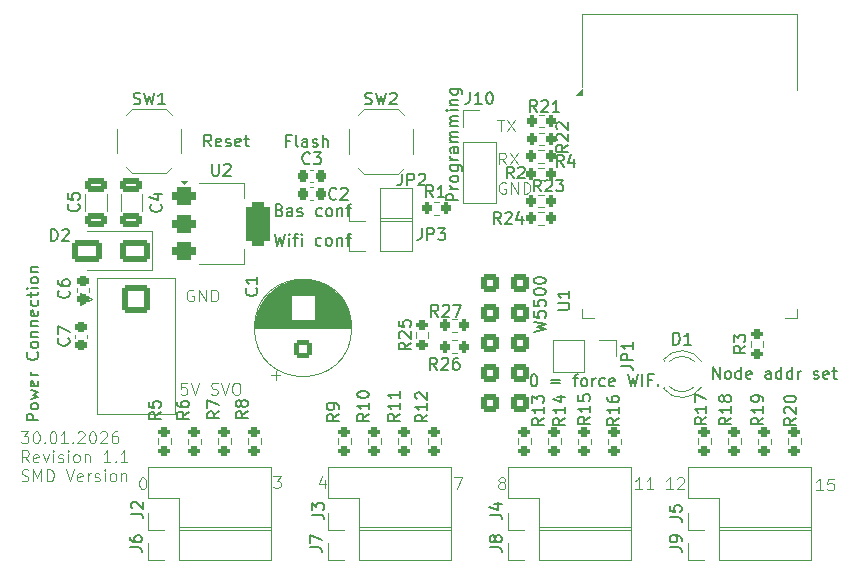
<source format=gto>
G04 #@! TF.GenerationSoftware,KiCad,Pcbnew,9.0.6*
G04 #@! TF.CreationDate,2026-01-30T17:04:59+01:00*
G04 #@! TF.ProjectId,ESP32_PWM_PCB,45535033-325f-4505-974d-5f5043422e6b,1.0*
G04 #@! TF.SameCoordinates,Original*
G04 #@! TF.FileFunction,Legend,Top*
G04 #@! TF.FilePolarity,Positive*
%FSLAX46Y46*%
G04 Gerber Fmt 4.6, Leading zero omitted, Abs format (unit mm)*
G04 Created by KiCad (PCBNEW 9.0.6) date 2026-01-30 17:04:59*
%MOMM*%
%LPD*%
G01*
G04 APERTURE LIST*
G04 Aperture macros list*
%AMRoundRect*
0 Rectangle with rounded corners*
0 $1 Rounding radius*
0 $2 $3 $4 $5 $6 $7 $8 $9 X,Y pos of 4 corners*
0 Add a 4 corners polygon primitive as box body*
4,1,4,$2,$3,$4,$5,$6,$7,$8,$9,$2,$3,0*
0 Add four circle primitives for the rounded corners*
1,1,$1+$1,$2,$3*
1,1,$1+$1,$4,$5*
1,1,$1+$1,$6,$7*
1,1,$1+$1,$8,$9*
0 Add four rect primitives between the rounded corners*
20,1,$1+$1,$2,$3,$4,$5,0*
20,1,$1+$1,$4,$5,$6,$7,0*
20,1,$1+$1,$6,$7,$8,$9,0*
20,1,$1+$1,$8,$9,$2,$3,0*%
G04 Aperture macros list end*
%ADD10C,0.100000*%
%ADD11C,0.150000*%
%ADD12C,0.120000*%
%ADD13R,1.800000X1.800000*%
%ADD14C,1.800000*%
%ADD15RoundRect,0.200000X0.275000X-0.200000X0.275000X0.200000X-0.275000X0.200000X-0.275000X-0.200000X0*%
%ADD16R,1.700000X1.700000*%
%ADD17C,1.700000*%
%ADD18RoundRect,0.250000X0.650000X-0.325000X0.650000X0.325000X-0.650000X0.325000X-0.650000X-0.325000X0*%
%ADD19C,2.600000*%
%ADD20C,3.800000*%
%ADD21RoundRect,0.200000X-0.275000X0.200000X-0.275000X-0.200000X0.275000X-0.200000X0.275000X0.200000X0*%
%ADD22RoundRect,0.225000X-0.225000X-0.250000X0.225000X-0.250000X0.225000X0.250000X-0.225000X0.250000X0*%
%ADD23RoundRect,0.250000X1.000000X0.650000X-1.000000X0.650000X-1.000000X-0.650000X1.000000X-0.650000X0*%
%ADD24RoundRect,0.200000X0.200000X0.275000X-0.200000X0.275000X-0.200000X-0.275000X0.200000X-0.275000X0*%
%ADD25RoundRect,0.375000X-0.625000X-0.375000X0.625000X-0.375000X0.625000X0.375000X-0.625000X0.375000X0*%
%ADD26RoundRect,0.500000X-0.500000X-1.400000X0.500000X-1.400000X0.500000X1.400000X-0.500000X1.400000X0*%
%ADD27RoundRect,0.200000X-0.200000X-0.275000X0.200000X-0.275000X0.200000X0.275000X-0.200000X0.275000X0*%
%ADD28RoundRect,0.236220X-0.513780X-0.513780X0.513780X-0.513780X0.513780X0.513780X-0.513780X0.513780X0*%
%ADD29RoundRect,0.225000X0.250000X-0.225000X0.250000X0.225000X-0.250000X0.225000X-0.250000X-0.225000X0*%
%ADD30R,1.800000X1.100000*%
%ADD31RoundRect,0.250001X-0.949999X0.949999X-0.949999X-0.949999X0.949999X-0.949999X0.949999X0.949999X0*%
%ADD32C,2.400000*%
%ADD33RoundRect,0.250000X0.550000X-0.550000X0.550000X0.550000X-0.550000X0.550000X-0.550000X-0.550000X0*%
%ADD34C,1.600000*%
%ADD35C,3.600000*%
%ADD36C,5.500000*%
%ADD37R,1.500000X0.900000*%
%ADD38R,0.900000X1.500000*%
%ADD39C,0.600000*%
%ADD40R,4.200000X4.200000*%
%ADD41RoundRect,0.225000X-0.250000X0.225000X-0.250000X-0.225000X0.250000X-0.225000X0.250000X0.225000X0*%
G04 APERTURE END LIST*
D10*
X165327693Y-119372419D02*
X164756265Y-119372419D01*
X165041979Y-119372419D02*
X165041979Y-118372419D01*
X165041979Y-118372419D02*
X164946741Y-118515276D01*
X164946741Y-118515276D02*
X164851503Y-118610514D01*
X164851503Y-118610514D02*
X164756265Y-118658133D01*
X165708646Y-118467657D02*
X165756265Y-118420038D01*
X165756265Y-118420038D02*
X165851503Y-118372419D01*
X165851503Y-118372419D02*
X166089598Y-118372419D01*
X166089598Y-118372419D02*
X166184836Y-118420038D01*
X166184836Y-118420038D02*
X166232455Y-118467657D01*
X166232455Y-118467657D02*
X166280074Y-118562895D01*
X166280074Y-118562895D02*
X166280074Y-118658133D01*
X166280074Y-118658133D02*
X166232455Y-118800990D01*
X166232455Y-118800990D02*
X165661027Y-119372419D01*
X165661027Y-119372419D02*
X166280074Y-119372419D01*
X124180074Y-110372419D02*
X123703884Y-110372419D01*
X123703884Y-110372419D02*
X123656265Y-110848609D01*
X123656265Y-110848609D02*
X123703884Y-110800990D01*
X123703884Y-110800990D02*
X123799122Y-110753371D01*
X123799122Y-110753371D02*
X124037217Y-110753371D01*
X124037217Y-110753371D02*
X124132455Y-110800990D01*
X124132455Y-110800990D02*
X124180074Y-110848609D01*
X124180074Y-110848609D02*
X124227693Y-110943847D01*
X124227693Y-110943847D02*
X124227693Y-111181942D01*
X124227693Y-111181942D02*
X124180074Y-111277180D01*
X124180074Y-111277180D02*
X124132455Y-111324800D01*
X124132455Y-111324800D02*
X124037217Y-111372419D01*
X124037217Y-111372419D02*
X123799122Y-111372419D01*
X123799122Y-111372419D02*
X123703884Y-111324800D01*
X123703884Y-111324800D02*
X123656265Y-111277180D01*
X124513408Y-110372419D02*
X124846741Y-111372419D01*
X124846741Y-111372419D02*
X125180074Y-110372419D01*
X126227694Y-111324800D02*
X126370551Y-111372419D01*
X126370551Y-111372419D02*
X126608646Y-111372419D01*
X126608646Y-111372419D02*
X126703884Y-111324800D01*
X126703884Y-111324800D02*
X126751503Y-111277180D01*
X126751503Y-111277180D02*
X126799122Y-111181942D01*
X126799122Y-111181942D02*
X126799122Y-111086704D01*
X126799122Y-111086704D02*
X126751503Y-110991466D01*
X126751503Y-110991466D02*
X126703884Y-110943847D01*
X126703884Y-110943847D02*
X126608646Y-110896228D01*
X126608646Y-110896228D02*
X126418170Y-110848609D01*
X126418170Y-110848609D02*
X126322932Y-110800990D01*
X126322932Y-110800990D02*
X126275313Y-110753371D01*
X126275313Y-110753371D02*
X126227694Y-110658133D01*
X126227694Y-110658133D02*
X126227694Y-110562895D01*
X126227694Y-110562895D02*
X126275313Y-110467657D01*
X126275313Y-110467657D02*
X126322932Y-110420038D01*
X126322932Y-110420038D02*
X126418170Y-110372419D01*
X126418170Y-110372419D02*
X126656265Y-110372419D01*
X126656265Y-110372419D02*
X126799122Y-110420038D01*
X127084837Y-110372419D02*
X127418170Y-111372419D01*
X127418170Y-111372419D02*
X127751503Y-110372419D01*
X128275313Y-110372419D02*
X128465789Y-110372419D01*
X128465789Y-110372419D02*
X128561027Y-110420038D01*
X128561027Y-110420038D02*
X128656265Y-110515276D01*
X128656265Y-110515276D02*
X128703884Y-110705752D01*
X128703884Y-110705752D02*
X128703884Y-111039085D01*
X128703884Y-111039085D02*
X128656265Y-111229561D01*
X128656265Y-111229561D02*
X128561027Y-111324800D01*
X128561027Y-111324800D02*
X128465789Y-111372419D01*
X128465789Y-111372419D02*
X128275313Y-111372419D01*
X128275313Y-111372419D02*
X128180075Y-111324800D01*
X128180075Y-111324800D02*
X128084837Y-111229561D01*
X128084837Y-111229561D02*
X128037218Y-111039085D01*
X128037218Y-111039085D02*
X128037218Y-110705752D01*
X128037218Y-110705752D02*
X128084837Y-110515276D01*
X128084837Y-110515276D02*
X128180075Y-110420038D01*
X128180075Y-110420038D02*
X128275313Y-110372419D01*
X110133646Y-114477531D02*
X110752693Y-114477531D01*
X110752693Y-114477531D02*
X110419360Y-114858483D01*
X110419360Y-114858483D02*
X110562217Y-114858483D01*
X110562217Y-114858483D02*
X110657455Y-114906102D01*
X110657455Y-114906102D02*
X110705074Y-114953721D01*
X110705074Y-114953721D02*
X110752693Y-115048959D01*
X110752693Y-115048959D02*
X110752693Y-115287054D01*
X110752693Y-115287054D02*
X110705074Y-115382292D01*
X110705074Y-115382292D02*
X110657455Y-115429912D01*
X110657455Y-115429912D02*
X110562217Y-115477531D01*
X110562217Y-115477531D02*
X110276503Y-115477531D01*
X110276503Y-115477531D02*
X110181265Y-115429912D01*
X110181265Y-115429912D02*
X110133646Y-115382292D01*
X111371741Y-114477531D02*
X111466979Y-114477531D01*
X111466979Y-114477531D02*
X111562217Y-114525150D01*
X111562217Y-114525150D02*
X111609836Y-114572769D01*
X111609836Y-114572769D02*
X111657455Y-114668007D01*
X111657455Y-114668007D02*
X111705074Y-114858483D01*
X111705074Y-114858483D02*
X111705074Y-115096578D01*
X111705074Y-115096578D02*
X111657455Y-115287054D01*
X111657455Y-115287054D02*
X111609836Y-115382292D01*
X111609836Y-115382292D02*
X111562217Y-115429912D01*
X111562217Y-115429912D02*
X111466979Y-115477531D01*
X111466979Y-115477531D02*
X111371741Y-115477531D01*
X111371741Y-115477531D02*
X111276503Y-115429912D01*
X111276503Y-115429912D02*
X111228884Y-115382292D01*
X111228884Y-115382292D02*
X111181265Y-115287054D01*
X111181265Y-115287054D02*
X111133646Y-115096578D01*
X111133646Y-115096578D02*
X111133646Y-114858483D01*
X111133646Y-114858483D02*
X111181265Y-114668007D01*
X111181265Y-114668007D02*
X111228884Y-114572769D01*
X111228884Y-114572769D02*
X111276503Y-114525150D01*
X111276503Y-114525150D02*
X111371741Y-114477531D01*
X112133646Y-115382292D02*
X112181265Y-115429912D01*
X112181265Y-115429912D02*
X112133646Y-115477531D01*
X112133646Y-115477531D02*
X112086027Y-115429912D01*
X112086027Y-115429912D02*
X112133646Y-115382292D01*
X112133646Y-115382292D02*
X112133646Y-115477531D01*
X112800312Y-114477531D02*
X112895550Y-114477531D01*
X112895550Y-114477531D02*
X112990788Y-114525150D01*
X112990788Y-114525150D02*
X113038407Y-114572769D01*
X113038407Y-114572769D02*
X113086026Y-114668007D01*
X113086026Y-114668007D02*
X113133645Y-114858483D01*
X113133645Y-114858483D02*
X113133645Y-115096578D01*
X113133645Y-115096578D02*
X113086026Y-115287054D01*
X113086026Y-115287054D02*
X113038407Y-115382292D01*
X113038407Y-115382292D02*
X112990788Y-115429912D01*
X112990788Y-115429912D02*
X112895550Y-115477531D01*
X112895550Y-115477531D02*
X112800312Y-115477531D01*
X112800312Y-115477531D02*
X112705074Y-115429912D01*
X112705074Y-115429912D02*
X112657455Y-115382292D01*
X112657455Y-115382292D02*
X112609836Y-115287054D01*
X112609836Y-115287054D02*
X112562217Y-115096578D01*
X112562217Y-115096578D02*
X112562217Y-114858483D01*
X112562217Y-114858483D02*
X112609836Y-114668007D01*
X112609836Y-114668007D02*
X112657455Y-114572769D01*
X112657455Y-114572769D02*
X112705074Y-114525150D01*
X112705074Y-114525150D02*
X112800312Y-114477531D01*
X114086026Y-115477531D02*
X113514598Y-115477531D01*
X113800312Y-115477531D02*
X113800312Y-114477531D01*
X113800312Y-114477531D02*
X113705074Y-114620388D01*
X113705074Y-114620388D02*
X113609836Y-114715626D01*
X113609836Y-114715626D02*
X113514598Y-114763245D01*
X114514598Y-115382292D02*
X114562217Y-115429912D01*
X114562217Y-115429912D02*
X114514598Y-115477531D01*
X114514598Y-115477531D02*
X114466979Y-115429912D01*
X114466979Y-115429912D02*
X114514598Y-115382292D01*
X114514598Y-115382292D02*
X114514598Y-115477531D01*
X114943169Y-114572769D02*
X114990788Y-114525150D01*
X114990788Y-114525150D02*
X115086026Y-114477531D01*
X115086026Y-114477531D02*
X115324121Y-114477531D01*
X115324121Y-114477531D02*
X115419359Y-114525150D01*
X115419359Y-114525150D02*
X115466978Y-114572769D01*
X115466978Y-114572769D02*
X115514597Y-114668007D01*
X115514597Y-114668007D02*
X115514597Y-114763245D01*
X115514597Y-114763245D02*
X115466978Y-114906102D01*
X115466978Y-114906102D02*
X114895550Y-115477531D01*
X114895550Y-115477531D02*
X115514597Y-115477531D01*
X116133645Y-114477531D02*
X116228883Y-114477531D01*
X116228883Y-114477531D02*
X116324121Y-114525150D01*
X116324121Y-114525150D02*
X116371740Y-114572769D01*
X116371740Y-114572769D02*
X116419359Y-114668007D01*
X116419359Y-114668007D02*
X116466978Y-114858483D01*
X116466978Y-114858483D02*
X116466978Y-115096578D01*
X116466978Y-115096578D02*
X116419359Y-115287054D01*
X116419359Y-115287054D02*
X116371740Y-115382292D01*
X116371740Y-115382292D02*
X116324121Y-115429912D01*
X116324121Y-115429912D02*
X116228883Y-115477531D01*
X116228883Y-115477531D02*
X116133645Y-115477531D01*
X116133645Y-115477531D02*
X116038407Y-115429912D01*
X116038407Y-115429912D02*
X115990788Y-115382292D01*
X115990788Y-115382292D02*
X115943169Y-115287054D01*
X115943169Y-115287054D02*
X115895550Y-115096578D01*
X115895550Y-115096578D02*
X115895550Y-114858483D01*
X115895550Y-114858483D02*
X115943169Y-114668007D01*
X115943169Y-114668007D02*
X115990788Y-114572769D01*
X115990788Y-114572769D02*
X116038407Y-114525150D01*
X116038407Y-114525150D02*
X116133645Y-114477531D01*
X116847931Y-114572769D02*
X116895550Y-114525150D01*
X116895550Y-114525150D02*
X116990788Y-114477531D01*
X116990788Y-114477531D02*
X117228883Y-114477531D01*
X117228883Y-114477531D02*
X117324121Y-114525150D01*
X117324121Y-114525150D02*
X117371740Y-114572769D01*
X117371740Y-114572769D02*
X117419359Y-114668007D01*
X117419359Y-114668007D02*
X117419359Y-114763245D01*
X117419359Y-114763245D02*
X117371740Y-114906102D01*
X117371740Y-114906102D02*
X116800312Y-115477531D01*
X116800312Y-115477531D02*
X117419359Y-115477531D01*
X118276502Y-114477531D02*
X118086026Y-114477531D01*
X118086026Y-114477531D02*
X117990788Y-114525150D01*
X117990788Y-114525150D02*
X117943169Y-114572769D01*
X117943169Y-114572769D02*
X117847931Y-114715626D01*
X117847931Y-114715626D02*
X117800312Y-114906102D01*
X117800312Y-114906102D02*
X117800312Y-115287054D01*
X117800312Y-115287054D02*
X117847931Y-115382292D01*
X117847931Y-115382292D02*
X117895550Y-115429912D01*
X117895550Y-115429912D02*
X117990788Y-115477531D01*
X117990788Y-115477531D02*
X118181264Y-115477531D01*
X118181264Y-115477531D02*
X118276502Y-115429912D01*
X118276502Y-115429912D02*
X118324121Y-115382292D01*
X118324121Y-115382292D02*
X118371740Y-115287054D01*
X118371740Y-115287054D02*
X118371740Y-115048959D01*
X118371740Y-115048959D02*
X118324121Y-114953721D01*
X118324121Y-114953721D02*
X118276502Y-114906102D01*
X118276502Y-114906102D02*
X118181264Y-114858483D01*
X118181264Y-114858483D02*
X117990788Y-114858483D01*
X117990788Y-114858483D02*
X117895550Y-114906102D01*
X117895550Y-114906102D02*
X117847931Y-114953721D01*
X117847931Y-114953721D02*
X117800312Y-115048959D01*
X110800312Y-117087475D02*
X110466979Y-116611284D01*
X110228884Y-117087475D02*
X110228884Y-116087475D01*
X110228884Y-116087475D02*
X110609836Y-116087475D01*
X110609836Y-116087475D02*
X110705074Y-116135094D01*
X110705074Y-116135094D02*
X110752693Y-116182713D01*
X110752693Y-116182713D02*
X110800312Y-116277951D01*
X110800312Y-116277951D02*
X110800312Y-116420808D01*
X110800312Y-116420808D02*
X110752693Y-116516046D01*
X110752693Y-116516046D02*
X110705074Y-116563665D01*
X110705074Y-116563665D02*
X110609836Y-116611284D01*
X110609836Y-116611284D02*
X110228884Y-116611284D01*
X111609836Y-117039856D02*
X111514598Y-117087475D01*
X111514598Y-117087475D02*
X111324122Y-117087475D01*
X111324122Y-117087475D02*
X111228884Y-117039856D01*
X111228884Y-117039856D02*
X111181265Y-116944617D01*
X111181265Y-116944617D02*
X111181265Y-116563665D01*
X111181265Y-116563665D02*
X111228884Y-116468427D01*
X111228884Y-116468427D02*
X111324122Y-116420808D01*
X111324122Y-116420808D02*
X111514598Y-116420808D01*
X111514598Y-116420808D02*
X111609836Y-116468427D01*
X111609836Y-116468427D02*
X111657455Y-116563665D01*
X111657455Y-116563665D02*
X111657455Y-116658903D01*
X111657455Y-116658903D02*
X111181265Y-116754141D01*
X111990789Y-116420808D02*
X112228884Y-117087475D01*
X112228884Y-117087475D02*
X112466979Y-116420808D01*
X112847932Y-117087475D02*
X112847932Y-116420808D01*
X112847932Y-116087475D02*
X112800313Y-116135094D01*
X112800313Y-116135094D02*
X112847932Y-116182713D01*
X112847932Y-116182713D02*
X112895551Y-116135094D01*
X112895551Y-116135094D02*
X112847932Y-116087475D01*
X112847932Y-116087475D02*
X112847932Y-116182713D01*
X113276503Y-117039856D02*
X113371741Y-117087475D01*
X113371741Y-117087475D02*
X113562217Y-117087475D01*
X113562217Y-117087475D02*
X113657455Y-117039856D01*
X113657455Y-117039856D02*
X113705074Y-116944617D01*
X113705074Y-116944617D02*
X113705074Y-116896998D01*
X113705074Y-116896998D02*
X113657455Y-116801760D01*
X113657455Y-116801760D02*
X113562217Y-116754141D01*
X113562217Y-116754141D02*
X113419360Y-116754141D01*
X113419360Y-116754141D02*
X113324122Y-116706522D01*
X113324122Y-116706522D02*
X113276503Y-116611284D01*
X113276503Y-116611284D02*
X113276503Y-116563665D01*
X113276503Y-116563665D02*
X113324122Y-116468427D01*
X113324122Y-116468427D02*
X113419360Y-116420808D01*
X113419360Y-116420808D02*
X113562217Y-116420808D01*
X113562217Y-116420808D02*
X113657455Y-116468427D01*
X114133646Y-117087475D02*
X114133646Y-116420808D01*
X114133646Y-116087475D02*
X114086027Y-116135094D01*
X114086027Y-116135094D02*
X114133646Y-116182713D01*
X114133646Y-116182713D02*
X114181265Y-116135094D01*
X114181265Y-116135094D02*
X114133646Y-116087475D01*
X114133646Y-116087475D02*
X114133646Y-116182713D01*
X114752693Y-117087475D02*
X114657455Y-117039856D01*
X114657455Y-117039856D02*
X114609836Y-116992236D01*
X114609836Y-116992236D02*
X114562217Y-116896998D01*
X114562217Y-116896998D02*
X114562217Y-116611284D01*
X114562217Y-116611284D02*
X114609836Y-116516046D01*
X114609836Y-116516046D02*
X114657455Y-116468427D01*
X114657455Y-116468427D02*
X114752693Y-116420808D01*
X114752693Y-116420808D02*
X114895550Y-116420808D01*
X114895550Y-116420808D02*
X114990788Y-116468427D01*
X114990788Y-116468427D02*
X115038407Y-116516046D01*
X115038407Y-116516046D02*
X115086026Y-116611284D01*
X115086026Y-116611284D02*
X115086026Y-116896998D01*
X115086026Y-116896998D02*
X115038407Y-116992236D01*
X115038407Y-116992236D02*
X114990788Y-117039856D01*
X114990788Y-117039856D02*
X114895550Y-117087475D01*
X114895550Y-117087475D02*
X114752693Y-117087475D01*
X115514598Y-116420808D02*
X115514598Y-117087475D01*
X115514598Y-116516046D02*
X115562217Y-116468427D01*
X115562217Y-116468427D02*
X115657455Y-116420808D01*
X115657455Y-116420808D02*
X115800312Y-116420808D01*
X115800312Y-116420808D02*
X115895550Y-116468427D01*
X115895550Y-116468427D02*
X115943169Y-116563665D01*
X115943169Y-116563665D02*
X115943169Y-117087475D01*
X117705074Y-117087475D02*
X117133646Y-117087475D01*
X117419360Y-117087475D02*
X117419360Y-116087475D01*
X117419360Y-116087475D02*
X117324122Y-116230332D01*
X117324122Y-116230332D02*
X117228884Y-116325570D01*
X117228884Y-116325570D02*
X117133646Y-116373189D01*
X118133646Y-116992236D02*
X118181265Y-117039856D01*
X118181265Y-117039856D02*
X118133646Y-117087475D01*
X118133646Y-117087475D02*
X118086027Y-117039856D01*
X118086027Y-117039856D02*
X118133646Y-116992236D01*
X118133646Y-116992236D02*
X118133646Y-117087475D01*
X119133645Y-117087475D02*
X118562217Y-117087475D01*
X118847931Y-117087475D02*
X118847931Y-116087475D01*
X118847931Y-116087475D02*
X118752693Y-116230332D01*
X118752693Y-116230332D02*
X118657455Y-116325570D01*
X118657455Y-116325570D02*
X118562217Y-116373189D01*
X110181265Y-118649800D02*
X110324122Y-118697419D01*
X110324122Y-118697419D02*
X110562217Y-118697419D01*
X110562217Y-118697419D02*
X110657455Y-118649800D01*
X110657455Y-118649800D02*
X110705074Y-118602180D01*
X110705074Y-118602180D02*
X110752693Y-118506942D01*
X110752693Y-118506942D02*
X110752693Y-118411704D01*
X110752693Y-118411704D02*
X110705074Y-118316466D01*
X110705074Y-118316466D02*
X110657455Y-118268847D01*
X110657455Y-118268847D02*
X110562217Y-118221228D01*
X110562217Y-118221228D02*
X110371741Y-118173609D01*
X110371741Y-118173609D02*
X110276503Y-118125990D01*
X110276503Y-118125990D02*
X110228884Y-118078371D01*
X110228884Y-118078371D02*
X110181265Y-117983133D01*
X110181265Y-117983133D02*
X110181265Y-117887895D01*
X110181265Y-117887895D02*
X110228884Y-117792657D01*
X110228884Y-117792657D02*
X110276503Y-117745038D01*
X110276503Y-117745038D02*
X110371741Y-117697419D01*
X110371741Y-117697419D02*
X110609836Y-117697419D01*
X110609836Y-117697419D02*
X110752693Y-117745038D01*
X111181265Y-118697419D02*
X111181265Y-117697419D01*
X111181265Y-117697419D02*
X111514598Y-118411704D01*
X111514598Y-118411704D02*
X111847931Y-117697419D01*
X111847931Y-117697419D02*
X111847931Y-118697419D01*
X112324122Y-118697419D02*
X112324122Y-117697419D01*
X112324122Y-117697419D02*
X112562217Y-117697419D01*
X112562217Y-117697419D02*
X112705074Y-117745038D01*
X112705074Y-117745038D02*
X112800312Y-117840276D01*
X112800312Y-117840276D02*
X112847931Y-117935514D01*
X112847931Y-117935514D02*
X112895550Y-118125990D01*
X112895550Y-118125990D02*
X112895550Y-118268847D01*
X112895550Y-118268847D02*
X112847931Y-118459323D01*
X112847931Y-118459323D02*
X112800312Y-118554561D01*
X112800312Y-118554561D02*
X112705074Y-118649800D01*
X112705074Y-118649800D02*
X112562217Y-118697419D01*
X112562217Y-118697419D02*
X112324122Y-118697419D01*
X113943170Y-117697419D02*
X114276503Y-118697419D01*
X114276503Y-118697419D02*
X114609836Y-117697419D01*
X115324122Y-118649800D02*
X115228884Y-118697419D01*
X115228884Y-118697419D02*
X115038408Y-118697419D01*
X115038408Y-118697419D02*
X114943170Y-118649800D01*
X114943170Y-118649800D02*
X114895551Y-118554561D01*
X114895551Y-118554561D02*
X114895551Y-118173609D01*
X114895551Y-118173609D02*
X114943170Y-118078371D01*
X114943170Y-118078371D02*
X115038408Y-118030752D01*
X115038408Y-118030752D02*
X115228884Y-118030752D01*
X115228884Y-118030752D02*
X115324122Y-118078371D01*
X115324122Y-118078371D02*
X115371741Y-118173609D01*
X115371741Y-118173609D02*
X115371741Y-118268847D01*
X115371741Y-118268847D02*
X114895551Y-118364085D01*
X115800313Y-118697419D02*
X115800313Y-118030752D01*
X115800313Y-118221228D02*
X115847932Y-118125990D01*
X115847932Y-118125990D02*
X115895551Y-118078371D01*
X115895551Y-118078371D02*
X115990789Y-118030752D01*
X115990789Y-118030752D02*
X116086027Y-118030752D01*
X116371742Y-118649800D02*
X116466980Y-118697419D01*
X116466980Y-118697419D02*
X116657456Y-118697419D01*
X116657456Y-118697419D02*
X116752694Y-118649800D01*
X116752694Y-118649800D02*
X116800313Y-118554561D01*
X116800313Y-118554561D02*
X116800313Y-118506942D01*
X116800313Y-118506942D02*
X116752694Y-118411704D01*
X116752694Y-118411704D02*
X116657456Y-118364085D01*
X116657456Y-118364085D02*
X116514599Y-118364085D01*
X116514599Y-118364085D02*
X116419361Y-118316466D01*
X116419361Y-118316466D02*
X116371742Y-118221228D01*
X116371742Y-118221228D02*
X116371742Y-118173609D01*
X116371742Y-118173609D02*
X116419361Y-118078371D01*
X116419361Y-118078371D02*
X116514599Y-118030752D01*
X116514599Y-118030752D02*
X116657456Y-118030752D01*
X116657456Y-118030752D02*
X116752694Y-118078371D01*
X117228885Y-118697419D02*
X117228885Y-118030752D01*
X117228885Y-117697419D02*
X117181266Y-117745038D01*
X117181266Y-117745038D02*
X117228885Y-117792657D01*
X117228885Y-117792657D02*
X117276504Y-117745038D01*
X117276504Y-117745038D02*
X117228885Y-117697419D01*
X117228885Y-117697419D02*
X117228885Y-117792657D01*
X117847932Y-118697419D02*
X117752694Y-118649800D01*
X117752694Y-118649800D02*
X117705075Y-118602180D01*
X117705075Y-118602180D02*
X117657456Y-118506942D01*
X117657456Y-118506942D02*
X117657456Y-118221228D01*
X117657456Y-118221228D02*
X117705075Y-118125990D01*
X117705075Y-118125990D02*
X117752694Y-118078371D01*
X117752694Y-118078371D02*
X117847932Y-118030752D01*
X117847932Y-118030752D02*
X117990789Y-118030752D01*
X117990789Y-118030752D02*
X118086027Y-118078371D01*
X118086027Y-118078371D02*
X118133646Y-118125990D01*
X118133646Y-118125990D02*
X118181265Y-118221228D01*
X118181265Y-118221228D02*
X118181265Y-118506942D01*
X118181265Y-118506942D02*
X118133646Y-118602180D01*
X118133646Y-118602180D02*
X118086027Y-118649800D01*
X118086027Y-118649800D02*
X117990789Y-118697419D01*
X117990789Y-118697419D02*
X117847932Y-118697419D01*
X118609837Y-118030752D02*
X118609837Y-118697419D01*
X118609837Y-118125990D02*
X118657456Y-118078371D01*
X118657456Y-118078371D02*
X118752694Y-118030752D01*
X118752694Y-118030752D02*
X118895551Y-118030752D01*
X118895551Y-118030752D02*
X118990789Y-118078371D01*
X118990789Y-118078371D02*
X119038408Y-118173609D01*
X119038408Y-118173609D02*
X119038408Y-118697419D01*
X135832455Y-118605752D02*
X135832455Y-119272419D01*
X135594360Y-118224800D02*
X135356265Y-118939085D01*
X135356265Y-118939085D02*
X135975312Y-118939085D01*
X150461027Y-88072419D02*
X151032455Y-88072419D01*
X150746741Y-89072419D02*
X150746741Y-88072419D01*
X151270551Y-88072419D02*
X151937217Y-89072419D01*
X151937217Y-88072419D02*
X151270551Y-89072419D01*
X131484246Y-118272419D02*
X132103293Y-118272419D01*
X132103293Y-118272419D02*
X131769960Y-118653371D01*
X131769960Y-118653371D02*
X131912817Y-118653371D01*
X131912817Y-118653371D02*
X132008055Y-118700990D01*
X132008055Y-118700990D02*
X132055674Y-118748609D01*
X132055674Y-118748609D02*
X132103293Y-118843847D01*
X132103293Y-118843847D02*
X132103293Y-119081942D01*
X132103293Y-119081942D02*
X132055674Y-119177180D01*
X132055674Y-119177180D02*
X132008055Y-119224800D01*
X132008055Y-119224800D02*
X131912817Y-119272419D01*
X131912817Y-119272419D02*
X131627103Y-119272419D01*
X131627103Y-119272419D02*
X131531865Y-119224800D01*
X131531865Y-119224800D02*
X131484246Y-119177180D01*
X151175312Y-91872419D02*
X150841979Y-91396228D01*
X150603884Y-91872419D02*
X150603884Y-90872419D01*
X150603884Y-90872419D02*
X150984836Y-90872419D01*
X150984836Y-90872419D02*
X151080074Y-90920038D01*
X151080074Y-90920038D02*
X151127693Y-90967657D01*
X151127693Y-90967657D02*
X151175312Y-91062895D01*
X151175312Y-91062895D02*
X151175312Y-91205752D01*
X151175312Y-91205752D02*
X151127693Y-91300990D01*
X151127693Y-91300990D02*
X151080074Y-91348609D01*
X151080074Y-91348609D02*
X150984836Y-91396228D01*
X150984836Y-91396228D02*
X150603884Y-91396228D01*
X151508646Y-90872419D02*
X152175312Y-91872419D01*
X152175312Y-90872419D02*
X151508646Y-91872419D01*
X151153293Y-93420038D02*
X151058055Y-93372419D01*
X151058055Y-93372419D02*
X150915198Y-93372419D01*
X150915198Y-93372419D02*
X150772341Y-93420038D01*
X150772341Y-93420038D02*
X150677103Y-93515276D01*
X150677103Y-93515276D02*
X150629484Y-93610514D01*
X150629484Y-93610514D02*
X150581865Y-93800990D01*
X150581865Y-93800990D02*
X150581865Y-93943847D01*
X150581865Y-93943847D02*
X150629484Y-94134323D01*
X150629484Y-94134323D02*
X150677103Y-94229561D01*
X150677103Y-94229561D02*
X150772341Y-94324800D01*
X150772341Y-94324800D02*
X150915198Y-94372419D01*
X150915198Y-94372419D02*
X151010436Y-94372419D01*
X151010436Y-94372419D02*
X151153293Y-94324800D01*
X151153293Y-94324800D02*
X151200912Y-94277180D01*
X151200912Y-94277180D02*
X151200912Y-93943847D01*
X151200912Y-93943847D02*
X151010436Y-93943847D01*
X151629484Y-94372419D02*
X151629484Y-93372419D01*
X151629484Y-93372419D02*
X152200912Y-94372419D01*
X152200912Y-94372419D02*
X152200912Y-93372419D01*
X152677103Y-94372419D02*
X152677103Y-93372419D01*
X152677103Y-93372419D02*
X152915198Y-93372419D01*
X152915198Y-93372419D02*
X153058055Y-93420038D01*
X153058055Y-93420038D02*
X153153293Y-93515276D01*
X153153293Y-93515276D02*
X153200912Y-93610514D01*
X153200912Y-93610514D02*
X153248531Y-93800990D01*
X153248531Y-93800990D02*
X153248531Y-93943847D01*
X153248531Y-93943847D02*
X153200912Y-94134323D01*
X153200912Y-94134323D02*
X153153293Y-94229561D01*
X153153293Y-94229561D02*
X153058055Y-94324800D01*
X153058055Y-94324800D02*
X152915198Y-94372419D01*
X152915198Y-94372419D02*
X152677103Y-94372419D01*
X124727693Y-102520038D02*
X124632455Y-102472419D01*
X124632455Y-102472419D02*
X124489598Y-102472419D01*
X124489598Y-102472419D02*
X124346741Y-102520038D01*
X124346741Y-102520038D02*
X124251503Y-102615276D01*
X124251503Y-102615276D02*
X124203884Y-102710514D01*
X124203884Y-102710514D02*
X124156265Y-102900990D01*
X124156265Y-102900990D02*
X124156265Y-103043847D01*
X124156265Y-103043847D02*
X124203884Y-103234323D01*
X124203884Y-103234323D02*
X124251503Y-103329561D01*
X124251503Y-103329561D02*
X124346741Y-103424800D01*
X124346741Y-103424800D02*
X124489598Y-103472419D01*
X124489598Y-103472419D02*
X124584836Y-103472419D01*
X124584836Y-103472419D02*
X124727693Y-103424800D01*
X124727693Y-103424800D02*
X124775312Y-103377180D01*
X124775312Y-103377180D02*
X124775312Y-103043847D01*
X124775312Y-103043847D02*
X124584836Y-103043847D01*
X125203884Y-103472419D02*
X125203884Y-102472419D01*
X125203884Y-102472419D02*
X125775312Y-103472419D01*
X125775312Y-103472419D02*
X125775312Y-102472419D01*
X126251503Y-103472419D02*
X126251503Y-102472419D01*
X126251503Y-102472419D02*
X126489598Y-102472419D01*
X126489598Y-102472419D02*
X126632455Y-102520038D01*
X126632455Y-102520038D02*
X126727693Y-102615276D01*
X126727693Y-102615276D02*
X126775312Y-102710514D01*
X126775312Y-102710514D02*
X126822931Y-102900990D01*
X126822931Y-102900990D02*
X126822931Y-103043847D01*
X126822931Y-103043847D02*
X126775312Y-103234323D01*
X126775312Y-103234323D02*
X126727693Y-103329561D01*
X126727693Y-103329561D02*
X126632455Y-103424800D01*
X126632455Y-103424800D02*
X126489598Y-103472419D01*
X126489598Y-103472419D02*
X126251503Y-103472419D01*
X150746741Y-118800990D02*
X150651503Y-118753371D01*
X150651503Y-118753371D02*
X150603884Y-118705752D01*
X150603884Y-118705752D02*
X150556265Y-118610514D01*
X150556265Y-118610514D02*
X150556265Y-118562895D01*
X150556265Y-118562895D02*
X150603884Y-118467657D01*
X150603884Y-118467657D02*
X150651503Y-118420038D01*
X150651503Y-118420038D02*
X150746741Y-118372419D01*
X150746741Y-118372419D02*
X150937217Y-118372419D01*
X150937217Y-118372419D02*
X151032455Y-118420038D01*
X151032455Y-118420038D02*
X151080074Y-118467657D01*
X151080074Y-118467657D02*
X151127693Y-118562895D01*
X151127693Y-118562895D02*
X151127693Y-118610514D01*
X151127693Y-118610514D02*
X151080074Y-118705752D01*
X151080074Y-118705752D02*
X151032455Y-118753371D01*
X151032455Y-118753371D02*
X150937217Y-118800990D01*
X150937217Y-118800990D02*
X150746741Y-118800990D01*
X150746741Y-118800990D02*
X150651503Y-118848609D01*
X150651503Y-118848609D02*
X150603884Y-118896228D01*
X150603884Y-118896228D02*
X150556265Y-118991466D01*
X150556265Y-118991466D02*
X150556265Y-119181942D01*
X150556265Y-119181942D02*
X150603884Y-119277180D01*
X150603884Y-119277180D02*
X150651503Y-119324800D01*
X150651503Y-119324800D02*
X150746741Y-119372419D01*
X150746741Y-119372419D02*
X150937217Y-119372419D01*
X150937217Y-119372419D02*
X151032455Y-119324800D01*
X151032455Y-119324800D02*
X151080074Y-119277180D01*
X151080074Y-119277180D02*
X151127693Y-119181942D01*
X151127693Y-119181942D02*
X151127693Y-118991466D01*
X151127693Y-118991466D02*
X151080074Y-118896228D01*
X151080074Y-118896228D02*
X151032455Y-118848609D01*
X151032455Y-118848609D02*
X150937217Y-118800990D01*
X178027693Y-119472419D02*
X177456265Y-119472419D01*
X177741979Y-119472419D02*
X177741979Y-118472419D01*
X177741979Y-118472419D02*
X177646741Y-118615276D01*
X177646741Y-118615276D02*
X177551503Y-118710514D01*
X177551503Y-118710514D02*
X177456265Y-118758133D01*
X178932455Y-118472419D02*
X178456265Y-118472419D01*
X178456265Y-118472419D02*
X178408646Y-118948609D01*
X178408646Y-118948609D02*
X178456265Y-118900990D01*
X178456265Y-118900990D02*
X178551503Y-118853371D01*
X178551503Y-118853371D02*
X178789598Y-118853371D01*
X178789598Y-118853371D02*
X178884836Y-118900990D01*
X178884836Y-118900990D02*
X178932455Y-118948609D01*
X178932455Y-118948609D02*
X178980074Y-119043847D01*
X178980074Y-119043847D02*
X178980074Y-119281942D01*
X178980074Y-119281942D02*
X178932455Y-119377180D01*
X178932455Y-119377180D02*
X178884836Y-119424800D01*
X178884836Y-119424800D02*
X178789598Y-119472419D01*
X178789598Y-119472419D02*
X178551503Y-119472419D01*
X178551503Y-119472419D02*
X178456265Y-119424800D01*
X178456265Y-119424800D02*
X178408646Y-119377180D01*
X162727693Y-119372419D02*
X162156265Y-119372419D01*
X162441979Y-119372419D02*
X162441979Y-118372419D01*
X162441979Y-118372419D02*
X162346741Y-118515276D01*
X162346741Y-118515276D02*
X162251503Y-118610514D01*
X162251503Y-118610514D02*
X162156265Y-118658133D01*
X163680074Y-119372419D02*
X163108646Y-119372419D01*
X163394360Y-119372419D02*
X163394360Y-118372419D01*
X163394360Y-118372419D02*
X163299122Y-118515276D01*
X163299122Y-118515276D02*
X163203884Y-118610514D01*
X163203884Y-118610514D02*
X163108646Y-118658133D01*
X146808646Y-118372419D02*
X147475312Y-118372419D01*
X147475312Y-118372419D02*
X147046741Y-119372419D01*
X120394360Y-118372419D02*
X120489598Y-118372419D01*
X120489598Y-118372419D02*
X120584836Y-118420038D01*
X120584836Y-118420038D02*
X120632455Y-118467657D01*
X120632455Y-118467657D02*
X120680074Y-118562895D01*
X120680074Y-118562895D02*
X120727693Y-118753371D01*
X120727693Y-118753371D02*
X120727693Y-118991466D01*
X120727693Y-118991466D02*
X120680074Y-119181942D01*
X120680074Y-119181942D02*
X120632455Y-119277180D01*
X120632455Y-119277180D02*
X120584836Y-119324800D01*
X120584836Y-119324800D02*
X120489598Y-119372419D01*
X120489598Y-119372419D02*
X120394360Y-119372419D01*
X120394360Y-119372419D02*
X120299122Y-119324800D01*
X120299122Y-119324800D02*
X120251503Y-119277180D01*
X120251503Y-119277180D02*
X120203884Y-119181942D01*
X120203884Y-119181942D02*
X120156265Y-118991466D01*
X120156265Y-118991466D02*
X120156265Y-118753371D01*
X120156265Y-118753371D02*
X120203884Y-118562895D01*
X120203884Y-118562895D02*
X120251503Y-118467657D01*
X120251503Y-118467657D02*
X120299122Y-118420038D01*
X120299122Y-118420038D02*
X120394360Y-118372419D01*
D11*
X165352505Y-107121219D02*
X165352505Y-106121219D01*
X165352505Y-106121219D02*
X165590600Y-106121219D01*
X165590600Y-106121219D02*
X165733457Y-106168838D01*
X165733457Y-106168838D02*
X165828695Y-106264076D01*
X165828695Y-106264076D02*
X165876314Y-106359314D01*
X165876314Y-106359314D02*
X165923933Y-106549790D01*
X165923933Y-106549790D02*
X165923933Y-106692647D01*
X165923933Y-106692647D02*
X165876314Y-106883123D01*
X165876314Y-106883123D02*
X165828695Y-106978361D01*
X165828695Y-106978361D02*
X165733457Y-107073600D01*
X165733457Y-107073600D02*
X165590600Y-107121219D01*
X165590600Y-107121219D02*
X165352505Y-107121219D01*
X166876314Y-107121219D02*
X166304886Y-107121219D01*
X166590600Y-107121219D02*
X166590600Y-106121219D01*
X166590600Y-106121219D02*
X166495362Y-106264076D01*
X166495362Y-106264076D02*
X166400124Y-106359314D01*
X166400124Y-106359314D02*
X166304886Y-106406933D01*
X168708332Y-110029819D02*
X168708332Y-109029819D01*
X168708332Y-109029819D02*
X169279760Y-110029819D01*
X169279760Y-110029819D02*
X169279760Y-109029819D01*
X169898808Y-110029819D02*
X169803570Y-109982200D01*
X169803570Y-109982200D02*
X169755951Y-109934580D01*
X169755951Y-109934580D02*
X169708332Y-109839342D01*
X169708332Y-109839342D02*
X169708332Y-109553628D01*
X169708332Y-109553628D02*
X169755951Y-109458390D01*
X169755951Y-109458390D02*
X169803570Y-109410771D01*
X169803570Y-109410771D02*
X169898808Y-109363152D01*
X169898808Y-109363152D02*
X170041665Y-109363152D01*
X170041665Y-109363152D02*
X170136903Y-109410771D01*
X170136903Y-109410771D02*
X170184522Y-109458390D01*
X170184522Y-109458390D02*
X170232141Y-109553628D01*
X170232141Y-109553628D02*
X170232141Y-109839342D01*
X170232141Y-109839342D02*
X170184522Y-109934580D01*
X170184522Y-109934580D02*
X170136903Y-109982200D01*
X170136903Y-109982200D02*
X170041665Y-110029819D01*
X170041665Y-110029819D02*
X169898808Y-110029819D01*
X171089284Y-110029819D02*
X171089284Y-109029819D01*
X171089284Y-109982200D02*
X170994046Y-110029819D01*
X170994046Y-110029819D02*
X170803570Y-110029819D01*
X170803570Y-110029819D02*
X170708332Y-109982200D01*
X170708332Y-109982200D02*
X170660713Y-109934580D01*
X170660713Y-109934580D02*
X170613094Y-109839342D01*
X170613094Y-109839342D02*
X170613094Y-109553628D01*
X170613094Y-109553628D02*
X170660713Y-109458390D01*
X170660713Y-109458390D02*
X170708332Y-109410771D01*
X170708332Y-109410771D02*
X170803570Y-109363152D01*
X170803570Y-109363152D02*
X170994046Y-109363152D01*
X170994046Y-109363152D02*
X171089284Y-109410771D01*
X171946427Y-109982200D02*
X171851189Y-110029819D01*
X171851189Y-110029819D02*
X171660713Y-110029819D01*
X171660713Y-110029819D02*
X171565475Y-109982200D01*
X171565475Y-109982200D02*
X171517856Y-109886961D01*
X171517856Y-109886961D02*
X171517856Y-109506009D01*
X171517856Y-109506009D02*
X171565475Y-109410771D01*
X171565475Y-109410771D02*
X171660713Y-109363152D01*
X171660713Y-109363152D02*
X171851189Y-109363152D01*
X171851189Y-109363152D02*
X171946427Y-109410771D01*
X171946427Y-109410771D02*
X171994046Y-109506009D01*
X171994046Y-109506009D02*
X171994046Y-109601247D01*
X171994046Y-109601247D02*
X171517856Y-109696485D01*
X173613094Y-110029819D02*
X173613094Y-109506009D01*
X173613094Y-109506009D02*
X173565475Y-109410771D01*
X173565475Y-109410771D02*
X173470237Y-109363152D01*
X173470237Y-109363152D02*
X173279761Y-109363152D01*
X173279761Y-109363152D02*
X173184523Y-109410771D01*
X173613094Y-109982200D02*
X173517856Y-110029819D01*
X173517856Y-110029819D02*
X173279761Y-110029819D01*
X173279761Y-110029819D02*
X173184523Y-109982200D01*
X173184523Y-109982200D02*
X173136904Y-109886961D01*
X173136904Y-109886961D02*
X173136904Y-109791723D01*
X173136904Y-109791723D02*
X173184523Y-109696485D01*
X173184523Y-109696485D02*
X173279761Y-109648866D01*
X173279761Y-109648866D02*
X173517856Y-109648866D01*
X173517856Y-109648866D02*
X173613094Y-109601247D01*
X174517856Y-110029819D02*
X174517856Y-109029819D01*
X174517856Y-109982200D02*
X174422618Y-110029819D01*
X174422618Y-110029819D02*
X174232142Y-110029819D01*
X174232142Y-110029819D02*
X174136904Y-109982200D01*
X174136904Y-109982200D02*
X174089285Y-109934580D01*
X174089285Y-109934580D02*
X174041666Y-109839342D01*
X174041666Y-109839342D02*
X174041666Y-109553628D01*
X174041666Y-109553628D02*
X174089285Y-109458390D01*
X174089285Y-109458390D02*
X174136904Y-109410771D01*
X174136904Y-109410771D02*
X174232142Y-109363152D01*
X174232142Y-109363152D02*
X174422618Y-109363152D01*
X174422618Y-109363152D02*
X174517856Y-109410771D01*
X175422618Y-110029819D02*
X175422618Y-109029819D01*
X175422618Y-109982200D02*
X175327380Y-110029819D01*
X175327380Y-110029819D02*
X175136904Y-110029819D01*
X175136904Y-110029819D02*
X175041666Y-109982200D01*
X175041666Y-109982200D02*
X174994047Y-109934580D01*
X174994047Y-109934580D02*
X174946428Y-109839342D01*
X174946428Y-109839342D02*
X174946428Y-109553628D01*
X174946428Y-109553628D02*
X174994047Y-109458390D01*
X174994047Y-109458390D02*
X175041666Y-109410771D01*
X175041666Y-109410771D02*
X175136904Y-109363152D01*
X175136904Y-109363152D02*
X175327380Y-109363152D01*
X175327380Y-109363152D02*
X175422618Y-109410771D01*
X175898809Y-110029819D02*
X175898809Y-109363152D01*
X175898809Y-109553628D02*
X175946428Y-109458390D01*
X175946428Y-109458390D02*
X175994047Y-109410771D01*
X175994047Y-109410771D02*
X176089285Y-109363152D01*
X176089285Y-109363152D02*
X176184523Y-109363152D01*
X177232143Y-109982200D02*
X177327381Y-110029819D01*
X177327381Y-110029819D02*
X177517857Y-110029819D01*
X177517857Y-110029819D02*
X177613095Y-109982200D01*
X177613095Y-109982200D02*
X177660714Y-109886961D01*
X177660714Y-109886961D02*
X177660714Y-109839342D01*
X177660714Y-109839342D02*
X177613095Y-109744104D01*
X177613095Y-109744104D02*
X177517857Y-109696485D01*
X177517857Y-109696485D02*
X177375000Y-109696485D01*
X177375000Y-109696485D02*
X177279762Y-109648866D01*
X177279762Y-109648866D02*
X177232143Y-109553628D01*
X177232143Y-109553628D02*
X177232143Y-109506009D01*
X177232143Y-109506009D02*
X177279762Y-109410771D01*
X177279762Y-109410771D02*
X177375000Y-109363152D01*
X177375000Y-109363152D02*
X177517857Y-109363152D01*
X177517857Y-109363152D02*
X177613095Y-109410771D01*
X178470238Y-109982200D02*
X178375000Y-110029819D01*
X178375000Y-110029819D02*
X178184524Y-110029819D01*
X178184524Y-110029819D02*
X178089286Y-109982200D01*
X178089286Y-109982200D02*
X178041667Y-109886961D01*
X178041667Y-109886961D02*
X178041667Y-109506009D01*
X178041667Y-109506009D02*
X178089286Y-109410771D01*
X178089286Y-109410771D02*
X178184524Y-109363152D01*
X178184524Y-109363152D02*
X178375000Y-109363152D01*
X178375000Y-109363152D02*
X178470238Y-109410771D01*
X178470238Y-109410771D02*
X178517857Y-109506009D01*
X178517857Y-109506009D02*
X178517857Y-109601247D01*
X178517857Y-109601247D02*
X178041667Y-109696485D01*
X178803572Y-109363152D02*
X179184524Y-109363152D01*
X178946429Y-109029819D02*
X178946429Y-109886961D01*
X178946429Y-109886961D02*
X178994048Y-109982200D01*
X178994048Y-109982200D02*
X179089286Y-110029819D01*
X179089286Y-110029819D02*
X179184524Y-110029819D01*
X171465419Y-107227666D02*
X170989228Y-107560999D01*
X171465419Y-107799094D02*
X170465419Y-107799094D01*
X170465419Y-107799094D02*
X170465419Y-107418142D01*
X170465419Y-107418142D02*
X170513038Y-107322904D01*
X170513038Y-107322904D02*
X170560657Y-107275285D01*
X170560657Y-107275285D02*
X170655895Y-107227666D01*
X170655895Y-107227666D02*
X170798752Y-107227666D01*
X170798752Y-107227666D02*
X170893990Y-107275285D01*
X170893990Y-107275285D02*
X170941609Y-107322904D01*
X170941609Y-107322904D02*
X170989228Y-107418142D01*
X170989228Y-107418142D02*
X170989228Y-107799094D01*
X170465419Y-106894332D02*
X170465419Y-106275285D01*
X170465419Y-106275285D02*
X170846371Y-106608618D01*
X170846371Y-106608618D02*
X170846371Y-106465761D01*
X170846371Y-106465761D02*
X170893990Y-106370523D01*
X170893990Y-106370523D02*
X170941609Y-106322904D01*
X170941609Y-106322904D02*
X171036847Y-106275285D01*
X171036847Y-106275285D02*
X171274942Y-106275285D01*
X171274942Y-106275285D02*
X171370180Y-106322904D01*
X171370180Y-106322904D02*
X171417800Y-106370523D01*
X171417800Y-106370523D02*
X171465419Y-106465761D01*
X171465419Y-106465761D02*
X171465419Y-106751475D01*
X171465419Y-106751475D02*
X171417800Y-106846713D01*
X171417800Y-106846713D02*
X171370180Y-106894332D01*
X119454819Y-121433333D02*
X120169104Y-121433333D01*
X120169104Y-121433333D02*
X120311961Y-121480952D01*
X120311961Y-121480952D02*
X120407200Y-121576190D01*
X120407200Y-121576190D02*
X120454819Y-121719047D01*
X120454819Y-121719047D02*
X120454819Y-121814285D01*
X119550057Y-121004761D02*
X119502438Y-120957142D01*
X119502438Y-120957142D02*
X119454819Y-120861904D01*
X119454819Y-120861904D02*
X119454819Y-120623809D01*
X119454819Y-120623809D02*
X119502438Y-120528571D01*
X119502438Y-120528571D02*
X119550057Y-120480952D01*
X119550057Y-120480952D02*
X119645295Y-120433333D01*
X119645295Y-120433333D02*
X119740533Y-120433333D01*
X119740533Y-120433333D02*
X119883390Y-120480952D01*
X119883390Y-120480952D02*
X120454819Y-121052380D01*
X120454819Y-121052380D02*
X120454819Y-120433333D01*
X121959580Y-95264266D02*
X122007200Y-95311885D01*
X122007200Y-95311885D02*
X122054819Y-95454742D01*
X122054819Y-95454742D02*
X122054819Y-95549980D01*
X122054819Y-95549980D02*
X122007200Y-95692837D01*
X122007200Y-95692837D02*
X121911961Y-95788075D01*
X121911961Y-95788075D02*
X121816723Y-95835694D01*
X121816723Y-95835694D02*
X121626247Y-95883313D01*
X121626247Y-95883313D02*
X121483390Y-95883313D01*
X121483390Y-95883313D02*
X121292914Y-95835694D01*
X121292914Y-95835694D02*
X121197676Y-95788075D01*
X121197676Y-95788075D02*
X121102438Y-95692837D01*
X121102438Y-95692837D02*
X121054819Y-95549980D01*
X121054819Y-95549980D02*
X121054819Y-95454742D01*
X121054819Y-95454742D02*
X121102438Y-95311885D01*
X121102438Y-95311885D02*
X121150057Y-95264266D01*
X121388152Y-94407123D02*
X122054819Y-94407123D01*
X121007200Y-94645218D02*
X121721485Y-94883313D01*
X121721485Y-94883313D02*
X121721485Y-94264266D01*
X121943019Y-112866466D02*
X121466828Y-113199799D01*
X121943019Y-113437894D02*
X120943019Y-113437894D01*
X120943019Y-113437894D02*
X120943019Y-113056942D01*
X120943019Y-113056942D02*
X120990638Y-112961704D01*
X120990638Y-112961704D02*
X121038257Y-112914085D01*
X121038257Y-112914085D02*
X121133495Y-112866466D01*
X121133495Y-112866466D02*
X121276352Y-112866466D01*
X121276352Y-112866466D02*
X121371590Y-112914085D01*
X121371590Y-112914085D02*
X121419209Y-112961704D01*
X121419209Y-112961704D02*
X121466828Y-113056942D01*
X121466828Y-113056942D02*
X121466828Y-113437894D01*
X120943019Y-111961704D02*
X120943019Y-112437894D01*
X120943019Y-112437894D02*
X121419209Y-112485513D01*
X121419209Y-112485513D02*
X121371590Y-112437894D01*
X121371590Y-112437894D02*
X121323971Y-112342656D01*
X121323971Y-112342656D02*
X121323971Y-112104561D01*
X121323971Y-112104561D02*
X121371590Y-112009323D01*
X121371590Y-112009323D02*
X121419209Y-111961704D01*
X121419209Y-111961704D02*
X121514447Y-111914085D01*
X121514447Y-111914085D02*
X121752542Y-111914085D01*
X121752542Y-111914085D02*
X121847780Y-111961704D01*
X121847780Y-111961704D02*
X121895400Y-112009323D01*
X121895400Y-112009323D02*
X121943019Y-112104561D01*
X121943019Y-112104561D02*
X121943019Y-112342656D01*
X121943019Y-112342656D02*
X121895400Y-112437894D01*
X121895400Y-112437894D02*
X121847780Y-112485513D01*
X168154819Y-113267857D02*
X167678628Y-113601190D01*
X168154819Y-113839285D02*
X167154819Y-113839285D01*
X167154819Y-113839285D02*
X167154819Y-113458333D01*
X167154819Y-113458333D02*
X167202438Y-113363095D01*
X167202438Y-113363095D02*
X167250057Y-113315476D01*
X167250057Y-113315476D02*
X167345295Y-113267857D01*
X167345295Y-113267857D02*
X167488152Y-113267857D01*
X167488152Y-113267857D02*
X167583390Y-113315476D01*
X167583390Y-113315476D02*
X167631009Y-113363095D01*
X167631009Y-113363095D02*
X167678628Y-113458333D01*
X167678628Y-113458333D02*
X167678628Y-113839285D01*
X168154819Y-112315476D02*
X168154819Y-112886904D01*
X168154819Y-112601190D02*
X167154819Y-112601190D01*
X167154819Y-112601190D02*
X167297676Y-112696428D01*
X167297676Y-112696428D02*
X167392914Y-112791666D01*
X167392914Y-112791666D02*
X167440533Y-112886904D01*
X167154819Y-111982142D02*
X167154819Y-111315476D01*
X167154819Y-111315476D02*
X168154819Y-111744047D01*
X134580333Y-91766580D02*
X134532714Y-91814200D01*
X134532714Y-91814200D02*
X134389857Y-91861819D01*
X134389857Y-91861819D02*
X134294619Y-91861819D01*
X134294619Y-91861819D02*
X134151762Y-91814200D01*
X134151762Y-91814200D02*
X134056524Y-91718961D01*
X134056524Y-91718961D02*
X134008905Y-91623723D01*
X134008905Y-91623723D02*
X133961286Y-91433247D01*
X133961286Y-91433247D02*
X133961286Y-91290390D01*
X133961286Y-91290390D02*
X134008905Y-91099914D01*
X134008905Y-91099914D02*
X134056524Y-91004676D01*
X134056524Y-91004676D02*
X134151762Y-90909438D01*
X134151762Y-90909438D02*
X134294619Y-90861819D01*
X134294619Y-90861819D02*
X134389857Y-90861819D01*
X134389857Y-90861819D02*
X134532714Y-90909438D01*
X134532714Y-90909438D02*
X134580333Y-90957057D01*
X134913667Y-90861819D02*
X135532714Y-90861819D01*
X135532714Y-90861819D02*
X135199381Y-91242771D01*
X135199381Y-91242771D02*
X135342238Y-91242771D01*
X135342238Y-91242771D02*
X135437476Y-91290390D01*
X135437476Y-91290390D02*
X135485095Y-91338009D01*
X135485095Y-91338009D02*
X135532714Y-91433247D01*
X135532714Y-91433247D02*
X135532714Y-91671342D01*
X135532714Y-91671342D02*
X135485095Y-91766580D01*
X135485095Y-91766580D02*
X135437476Y-91814200D01*
X135437476Y-91814200D02*
X135342238Y-91861819D01*
X135342238Y-91861819D02*
X135056524Y-91861819D01*
X135056524Y-91861819D02*
X134961286Y-91814200D01*
X134961286Y-91814200D02*
X134913667Y-91766580D01*
X112661905Y-98354819D02*
X112661905Y-97354819D01*
X112661905Y-97354819D02*
X112900000Y-97354819D01*
X112900000Y-97354819D02*
X113042857Y-97402438D01*
X113042857Y-97402438D02*
X113138095Y-97497676D01*
X113138095Y-97497676D02*
X113185714Y-97592914D01*
X113185714Y-97592914D02*
X113233333Y-97783390D01*
X113233333Y-97783390D02*
X113233333Y-97926247D01*
X113233333Y-97926247D02*
X113185714Y-98116723D01*
X113185714Y-98116723D02*
X113138095Y-98211961D01*
X113138095Y-98211961D02*
X113042857Y-98307200D01*
X113042857Y-98307200D02*
X112900000Y-98354819D01*
X112900000Y-98354819D02*
X112661905Y-98354819D01*
X113614286Y-97450057D02*
X113661905Y-97402438D01*
X113661905Y-97402438D02*
X113757143Y-97354819D01*
X113757143Y-97354819D02*
X113995238Y-97354819D01*
X113995238Y-97354819D02*
X114090476Y-97402438D01*
X114090476Y-97402438D02*
X114138095Y-97450057D01*
X114138095Y-97450057D02*
X114185714Y-97545295D01*
X114185714Y-97545295D02*
X114185714Y-97640533D01*
X114185714Y-97640533D02*
X114138095Y-97783390D01*
X114138095Y-97783390D02*
X113566667Y-98354819D01*
X113566667Y-98354819D02*
X114185714Y-98354819D01*
X145031733Y-94632419D02*
X144698400Y-94156228D01*
X144460305Y-94632419D02*
X144460305Y-93632419D01*
X144460305Y-93632419D02*
X144841257Y-93632419D01*
X144841257Y-93632419D02*
X144936495Y-93680038D01*
X144936495Y-93680038D02*
X144984114Y-93727657D01*
X144984114Y-93727657D02*
X145031733Y-93822895D01*
X145031733Y-93822895D02*
X145031733Y-93965752D01*
X145031733Y-93965752D02*
X144984114Y-94060990D01*
X144984114Y-94060990D02*
X144936495Y-94108609D01*
X144936495Y-94108609D02*
X144841257Y-94156228D01*
X144841257Y-94156228D02*
X144460305Y-94156228D01*
X145984114Y-94632419D02*
X145412686Y-94632419D01*
X145698400Y-94632419D02*
X145698400Y-93632419D01*
X145698400Y-93632419D02*
X145603162Y-93775276D01*
X145603162Y-93775276D02*
X145507924Y-93870514D01*
X145507924Y-93870514D02*
X145412686Y-93918133D01*
X165070419Y-124285333D02*
X165784704Y-124285333D01*
X165784704Y-124285333D02*
X165927561Y-124332952D01*
X165927561Y-124332952D02*
X166022800Y-124428190D01*
X166022800Y-124428190D02*
X166070419Y-124571047D01*
X166070419Y-124571047D02*
X166070419Y-124666285D01*
X166070419Y-123761523D02*
X166070419Y-123571047D01*
X166070419Y-123571047D02*
X166022800Y-123475809D01*
X166022800Y-123475809D02*
X165975180Y-123428190D01*
X165975180Y-123428190D02*
X165832323Y-123332952D01*
X165832323Y-123332952D02*
X165641847Y-123285333D01*
X165641847Y-123285333D02*
X165260895Y-123285333D01*
X165260895Y-123285333D02*
X165165657Y-123332952D01*
X165165657Y-123332952D02*
X165118038Y-123380571D01*
X165118038Y-123380571D02*
X165070419Y-123475809D01*
X165070419Y-123475809D02*
X165070419Y-123666285D01*
X165070419Y-123666285D02*
X165118038Y-123761523D01*
X165118038Y-123761523D02*
X165165657Y-123809142D01*
X165165657Y-123809142D02*
X165260895Y-123856761D01*
X165260895Y-123856761D02*
X165498990Y-123856761D01*
X165498990Y-123856761D02*
X165594228Y-123809142D01*
X165594228Y-123809142D02*
X165641847Y-123761523D01*
X165641847Y-123761523D02*
X165689466Y-123666285D01*
X165689466Y-123666285D02*
X165689466Y-123475809D01*
X165689466Y-123475809D02*
X165641847Y-123380571D01*
X165641847Y-123380571D02*
X165594228Y-123332952D01*
X165594228Y-123332952D02*
X165498990Y-123285333D01*
X119350419Y-124285333D02*
X120064704Y-124285333D01*
X120064704Y-124285333D02*
X120207561Y-124332952D01*
X120207561Y-124332952D02*
X120302800Y-124428190D01*
X120302800Y-124428190D02*
X120350419Y-124571047D01*
X120350419Y-124571047D02*
X120350419Y-124666285D01*
X119350419Y-123380571D02*
X119350419Y-123571047D01*
X119350419Y-123571047D02*
X119398038Y-123666285D01*
X119398038Y-123666285D02*
X119445657Y-123713904D01*
X119445657Y-123713904D02*
X119588514Y-123809142D01*
X119588514Y-123809142D02*
X119778990Y-123856761D01*
X119778990Y-123856761D02*
X120159942Y-123856761D01*
X120159942Y-123856761D02*
X120255180Y-123809142D01*
X120255180Y-123809142D02*
X120302800Y-123761523D01*
X120302800Y-123761523D02*
X120350419Y-123666285D01*
X120350419Y-123666285D02*
X120350419Y-123475809D01*
X120350419Y-123475809D02*
X120302800Y-123380571D01*
X120302800Y-123380571D02*
X120255180Y-123332952D01*
X120255180Y-123332952D02*
X120159942Y-123285333D01*
X120159942Y-123285333D02*
X119921847Y-123285333D01*
X119921847Y-123285333D02*
X119826609Y-123332952D01*
X119826609Y-123332952D02*
X119778990Y-123380571D01*
X119778990Y-123380571D02*
X119731371Y-123475809D01*
X119731371Y-123475809D02*
X119731371Y-123666285D01*
X119731371Y-123666285D02*
X119778990Y-123761523D01*
X119778990Y-123761523D02*
X119826609Y-123809142D01*
X119826609Y-123809142D02*
X119921847Y-123856761D01*
X126313895Y-91830419D02*
X126313895Y-92639942D01*
X126313895Y-92639942D02*
X126361514Y-92735180D01*
X126361514Y-92735180D02*
X126409133Y-92782800D01*
X126409133Y-92782800D02*
X126504371Y-92830419D01*
X126504371Y-92830419D02*
X126694847Y-92830419D01*
X126694847Y-92830419D02*
X126790085Y-92782800D01*
X126790085Y-92782800D02*
X126837704Y-92735180D01*
X126837704Y-92735180D02*
X126885323Y-92639942D01*
X126885323Y-92639942D02*
X126885323Y-91830419D01*
X127313895Y-91925657D02*
X127361514Y-91878038D01*
X127361514Y-91878038D02*
X127456752Y-91830419D01*
X127456752Y-91830419D02*
X127694847Y-91830419D01*
X127694847Y-91830419D02*
X127790085Y-91878038D01*
X127790085Y-91878038D02*
X127837704Y-91925657D01*
X127837704Y-91925657D02*
X127885323Y-92020895D01*
X127885323Y-92020895D02*
X127885323Y-92116133D01*
X127885323Y-92116133D02*
X127837704Y-92258990D01*
X127837704Y-92258990D02*
X127266276Y-92830419D01*
X127266276Y-92830419D02*
X127885323Y-92830419D01*
X149830419Y-124285333D02*
X150544704Y-124285333D01*
X150544704Y-124285333D02*
X150687561Y-124332952D01*
X150687561Y-124332952D02*
X150782800Y-124428190D01*
X150782800Y-124428190D02*
X150830419Y-124571047D01*
X150830419Y-124571047D02*
X150830419Y-124666285D01*
X150258990Y-123666285D02*
X150211371Y-123761523D01*
X150211371Y-123761523D02*
X150163752Y-123809142D01*
X150163752Y-123809142D02*
X150068514Y-123856761D01*
X150068514Y-123856761D02*
X150020895Y-123856761D01*
X150020895Y-123856761D02*
X149925657Y-123809142D01*
X149925657Y-123809142D02*
X149878038Y-123761523D01*
X149878038Y-123761523D02*
X149830419Y-123666285D01*
X149830419Y-123666285D02*
X149830419Y-123475809D01*
X149830419Y-123475809D02*
X149878038Y-123380571D01*
X149878038Y-123380571D02*
X149925657Y-123332952D01*
X149925657Y-123332952D02*
X150020895Y-123285333D01*
X150020895Y-123285333D02*
X150068514Y-123285333D01*
X150068514Y-123285333D02*
X150163752Y-123332952D01*
X150163752Y-123332952D02*
X150211371Y-123380571D01*
X150211371Y-123380571D02*
X150258990Y-123475809D01*
X150258990Y-123475809D02*
X150258990Y-123666285D01*
X150258990Y-123666285D02*
X150306609Y-123761523D01*
X150306609Y-123761523D02*
X150354228Y-123809142D01*
X150354228Y-123809142D02*
X150449466Y-123856761D01*
X150449466Y-123856761D02*
X150639942Y-123856761D01*
X150639942Y-123856761D02*
X150735180Y-123809142D01*
X150735180Y-123809142D02*
X150782800Y-123761523D01*
X150782800Y-123761523D02*
X150830419Y-123666285D01*
X150830419Y-123666285D02*
X150830419Y-123475809D01*
X150830419Y-123475809D02*
X150782800Y-123380571D01*
X150782800Y-123380571D02*
X150735180Y-123332952D01*
X150735180Y-123332952D02*
X150639942Y-123285333D01*
X150639942Y-123285333D02*
X150449466Y-123285333D01*
X150449466Y-123285333D02*
X150354228Y-123332952D01*
X150354228Y-123332952D02*
X150306609Y-123380571D01*
X150306609Y-123380571D02*
X150258990Y-123475809D01*
X136833333Y-94759580D02*
X136785714Y-94807200D01*
X136785714Y-94807200D02*
X136642857Y-94854819D01*
X136642857Y-94854819D02*
X136547619Y-94854819D01*
X136547619Y-94854819D02*
X136404762Y-94807200D01*
X136404762Y-94807200D02*
X136309524Y-94711961D01*
X136309524Y-94711961D02*
X136261905Y-94616723D01*
X136261905Y-94616723D02*
X136214286Y-94426247D01*
X136214286Y-94426247D02*
X136214286Y-94283390D01*
X136214286Y-94283390D02*
X136261905Y-94092914D01*
X136261905Y-94092914D02*
X136309524Y-93997676D01*
X136309524Y-93997676D02*
X136404762Y-93902438D01*
X136404762Y-93902438D02*
X136547619Y-93854819D01*
X136547619Y-93854819D02*
X136642857Y-93854819D01*
X136642857Y-93854819D02*
X136785714Y-93902438D01*
X136785714Y-93902438D02*
X136833333Y-93950057D01*
X137214286Y-93950057D02*
X137261905Y-93902438D01*
X137261905Y-93902438D02*
X137357143Y-93854819D01*
X137357143Y-93854819D02*
X137595238Y-93854819D01*
X137595238Y-93854819D02*
X137690476Y-93902438D01*
X137690476Y-93902438D02*
X137738095Y-93950057D01*
X137738095Y-93950057D02*
X137785714Y-94045295D01*
X137785714Y-94045295D02*
X137785714Y-94140533D01*
X137785714Y-94140533D02*
X137738095Y-94283390D01*
X137738095Y-94283390D02*
X137166667Y-94854819D01*
X137166667Y-94854819D02*
X137785714Y-94854819D01*
X144048266Y-97270219D02*
X144048266Y-97984504D01*
X144048266Y-97984504D02*
X144000647Y-98127361D01*
X144000647Y-98127361D02*
X143905409Y-98222600D01*
X143905409Y-98222600D02*
X143762552Y-98270219D01*
X143762552Y-98270219D02*
X143667314Y-98270219D01*
X144524457Y-98270219D02*
X144524457Y-97270219D01*
X144524457Y-97270219D02*
X144905409Y-97270219D01*
X144905409Y-97270219D02*
X145000647Y-97317838D01*
X145000647Y-97317838D02*
X145048266Y-97365457D01*
X145048266Y-97365457D02*
X145095885Y-97460695D01*
X145095885Y-97460695D02*
X145095885Y-97603552D01*
X145095885Y-97603552D02*
X145048266Y-97698790D01*
X145048266Y-97698790D02*
X145000647Y-97746409D01*
X145000647Y-97746409D02*
X144905409Y-97794028D01*
X144905409Y-97794028D02*
X144524457Y-97794028D01*
X145429219Y-97270219D02*
X146048266Y-97270219D01*
X146048266Y-97270219D02*
X145714933Y-97651171D01*
X145714933Y-97651171D02*
X145857790Y-97651171D01*
X145857790Y-97651171D02*
X145953028Y-97698790D01*
X145953028Y-97698790D02*
X146000647Y-97746409D01*
X146000647Y-97746409D02*
X146048266Y-97841647D01*
X146048266Y-97841647D02*
X146048266Y-98079742D01*
X146048266Y-98079742D02*
X146000647Y-98174980D01*
X146000647Y-98174980D02*
X145953028Y-98222600D01*
X145953028Y-98222600D02*
X145857790Y-98270219D01*
X145857790Y-98270219D02*
X145572076Y-98270219D01*
X145572076Y-98270219D02*
X145476838Y-98222600D01*
X145476838Y-98222600D02*
X145429219Y-98174980D01*
X131609524Y-97754819D02*
X131847619Y-98754819D01*
X131847619Y-98754819D02*
X132038095Y-98040533D01*
X132038095Y-98040533D02*
X132228571Y-98754819D01*
X132228571Y-98754819D02*
X132466667Y-97754819D01*
X132847619Y-98754819D02*
X132847619Y-98088152D01*
X132847619Y-97754819D02*
X132800000Y-97802438D01*
X132800000Y-97802438D02*
X132847619Y-97850057D01*
X132847619Y-97850057D02*
X132895238Y-97802438D01*
X132895238Y-97802438D02*
X132847619Y-97754819D01*
X132847619Y-97754819D02*
X132847619Y-97850057D01*
X133180952Y-98088152D02*
X133561904Y-98088152D01*
X133323809Y-98754819D02*
X133323809Y-97897676D01*
X133323809Y-97897676D02*
X133371428Y-97802438D01*
X133371428Y-97802438D02*
X133466666Y-97754819D01*
X133466666Y-97754819D02*
X133561904Y-97754819D01*
X133895238Y-98754819D02*
X133895238Y-98088152D01*
X133895238Y-97754819D02*
X133847619Y-97802438D01*
X133847619Y-97802438D02*
X133895238Y-97850057D01*
X133895238Y-97850057D02*
X133942857Y-97802438D01*
X133942857Y-97802438D02*
X133895238Y-97754819D01*
X133895238Y-97754819D02*
X133895238Y-97850057D01*
X135561904Y-98707200D02*
X135466666Y-98754819D01*
X135466666Y-98754819D02*
X135276190Y-98754819D01*
X135276190Y-98754819D02*
X135180952Y-98707200D01*
X135180952Y-98707200D02*
X135133333Y-98659580D01*
X135133333Y-98659580D02*
X135085714Y-98564342D01*
X135085714Y-98564342D02*
X135085714Y-98278628D01*
X135085714Y-98278628D02*
X135133333Y-98183390D01*
X135133333Y-98183390D02*
X135180952Y-98135771D01*
X135180952Y-98135771D02*
X135276190Y-98088152D01*
X135276190Y-98088152D02*
X135466666Y-98088152D01*
X135466666Y-98088152D02*
X135561904Y-98135771D01*
X136133333Y-98754819D02*
X136038095Y-98707200D01*
X136038095Y-98707200D02*
X135990476Y-98659580D01*
X135990476Y-98659580D02*
X135942857Y-98564342D01*
X135942857Y-98564342D02*
X135942857Y-98278628D01*
X135942857Y-98278628D02*
X135990476Y-98183390D01*
X135990476Y-98183390D02*
X136038095Y-98135771D01*
X136038095Y-98135771D02*
X136133333Y-98088152D01*
X136133333Y-98088152D02*
X136276190Y-98088152D01*
X136276190Y-98088152D02*
X136371428Y-98135771D01*
X136371428Y-98135771D02*
X136419047Y-98183390D01*
X136419047Y-98183390D02*
X136466666Y-98278628D01*
X136466666Y-98278628D02*
X136466666Y-98564342D01*
X136466666Y-98564342D02*
X136419047Y-98659580D01*
X136419047Y-98659580D02*
X136371428Y-98707200D01*
X136371428Y-98707200D02*
X136276190Y-98754819D01*
X136276190Y-98754819D02*
X136133333Y-98754819D01*
X136895238Y-98088152D02*
X136895238Y-98754819D01*
X136895238Y-98183390D02*
X136942857Y-98135771D01*
X136942857Y-98135771D02*
X137038095Y-98088152D01*
X137038095Y-98088152D02*
X137180952Y-98088152D01*
X137180952Y-98088152D02*
X137276190Y-98135771D01*
X137276190Y-98135771D02*
X137323809Y-98231009D01*
X137323809Y-98231009D02*
X137323809Y-98754819D01*
X137657143Y-98088152D02*
X138038095Y-98088152D01*
X137800000Y-98754819D02*
X137800000Y-97897676D01*
X137800000Y-97897676D02*
X137847619Y-97802438D01*
X137847619Y-97802438D02*
X137942857Y-97754819D01*
X137942857Y-97754819D02*
X138038095Y-97754819D01*
X145357142Y-109254819D02*
X145023809Y-108778628D01*
X144785714Y-109254819D02*
X144785714Y-108254819D01*
X144785714Y-108254819D02*
X145166666Y-108254819D01*
X145166666Y-108254819D02*
X145261904Y-108302438D01*
X145261904Y-108302438D02*
X145309523Y-108350057D01*
X145309523Y-108350057D02*
X145357142Y-108445295D01*
X145357142Y-108445295D02*
X145357142Y-108588152D01*
X145357142Y-108588152D02*
X145309523Y-108683390D01*
X145309523Y-108683390D02*
X145261904Y-108731009D01*
X145261904Y-108731009D02*
X145166666Y-108778628D01*
X145166666Y-108778628D02*
X144785714Y-108778628D01*
X145738095Y-108350057D02*
X145785714Y-108302438D01*
X145785714Y-108302438D02*
X145880952Y-108254819D01*
X145880952Y-108254819D02*
X146119047Y-108254819D01*
X146119047Y-108254819D02*
X146214285Y-108302438D01*
X146214285Y-108302438D02*
X146261904Y-108350057D01*
X146261904Y-108350057D02*
X146309523Y-108445295D01*
X146309523Y-108445295D02*
X146309523Y-108540533D01*
X146309523Y-108540533D02*
X146261904Y-108683390D01*
X146261904Y-108683390D02*
X145690476Y-109254819D01*
X145690476Y-109254819D02*
X146309523Y-109254819D01*
X147166666Y-108254819D02*
X146976190Y-108254819D01*
X146976190Y-108254819D02*
X146880952Y-108302438D01*
X146880952Y-108302438D02*
X146833333Y-108350057D01*
X146833333Y-108350057D02*
X146738095Y-108492914D01*
X146738095Y-108492914D02*
X146690476Y-108683390D01*
X146690476Y-108683390D02*
X146690476Y-109064342D01*
X146690476Y-109064342D02*
X146738095Y-109159580D01*
X146738095Y-109159580D02*
X146785714Y-109207200D01*
X146785714Y-109207200D02*
X146880952Y-109254819D01*
X146880952Y-109254819D02*
X147071428Y-109254819D01*
X147071428Y-109254819D02*
X147166666Y-109207200D01*
X147166666Y-109207200D02*
X147214285Y-109159580D01*
X147214285Y-109159580D02*
X147261904Y-109064342D01*
X147261904Y-109064342D02*
X147261904Y-108826247D01*
X147261904Y-108826247D02*
X147214285Y-108731009D01*
X147214285Y-108731009D02*
X147166666Y-108683390D01*
X147166666Y-108683390D02*
X147071428Y-108635771D01*
X147071428Y-108635771D02*
X146880952Y-108635771D01*
X146880952Y-108635771D02*
X146785714Y-108683390D01*
X146785714Y-108683390D02*
X146738095Y-108731009D01*
X146738095Y-108731009D02*
X146690476Y-108826247D01*
X170254819Y-113317857D02*
X169778628Y-113651190D01*
X170254819Y-113889285D02*
X169254819Y-113889285D01*
X169254819Y-113889285D02*
X169254819Y-113508333D01*
X169254819Y-113508333D02*
X169302438Y-113413095D01*
X169302438Y-113413095D02*
X169350057Y-113365476D01*
X169350057Y-113365476D02*
X169445295Y-113317857D01*
X169445295Y-113317857D02*
X169588152Y-113317857D01*
X169588152Y-113317857D02*
X169683390Y-113365476D01*
X169683390Y-113365476D02*
X169731009Y-113413095D01*
X169731009Y-113413095D02*
X169778628Y-113508333D01*
X169778628Y-113508333D02*
X169778628Y-113889285D01*
X170254819Y-112365476D02*
X170254819Y-112936904D01*
X170254819Y-112651190D02*
X169254819Y-112651190D01*
X169254819Y-112651190D02*
X169397676Y-112746428D01*
X169397676Y-112746428D02*
X169492914Y-112841666D01*
X169492914Y-112841666D02*
X169540533Y-112936904D01*
X169683390Y-111794047D02*
X169635771Y-111889285D01*
X169635771Y-111889285D02*
X169588152Y-111936904D01*
X169588152Y-111936904D02*
X169492914Y-111984523D01*
X169492914Y-111984523D02*
X169445295Y-111984523D01*
X169445295Y-111984523D02*
X169350057Y-111936904D01*
X169350057Y-111936904D02*
X169302438Y-111889285D01*
X169302438Y-111889285D02*
X169254819Y-111794047D01*
X169254819Y-111794047D02*
X169254819Y-111603571D01*
X169254819Y-111603571D02*
X169302438Y-111508333D01*
X169302438Y-111508333D02*
X169350057Y-111460714D01*
X169350057Y-111460714D02*
X169445295Y-111413095D01*
X169445295Y-111413095D02*
X169492914Y-111413095D01*
X169492914Y-111413095D02*
X169588152Y-111460714D01*
X169588152Y-111460714D02*
X169635771Y-111508333D01*
X169635771Y-111508333D02*
X169683390Y-111603571D01*
X169683390Y-111603571D02*
X169683390Y-111794047D01*
X169683390Y-111794047D02*
X169731009Y-111889285D01*
X169731009Y-111889285D02*
X169778628Y-111936904D01*
X169778628Y-111936904D02*
X169873866Y-111984523D01*
X169873866Y-111984523D02*
X170064342Y-111984523D01*
X170064342Y-111984523D02*
X170159580Y-111936904D01*
X170159580Y-111936904D02*
X170207200Y-111889285D01*
X170207200Y-111889285D02*
X170254819Y-111794047D01*
X170254819Y-111794047D02*
X170254819Y-111603571D01*
X170254819Y-111603571D02*
X170207200Y-111508333D01*
X170207200Y-111508333D02*
X170159580Y-111460714D01*
X170159580Y-111460714D02*
X170064342Y-111413095D01*
X170064342Y-111413095D02*
X169873866Y-111413095D01*
X169873866Y-111413095D02*
X169778628Y-111460714D01*
X169778628Y-111460714D02*
X169731009Y-111508333D01*
X169731009Y-111508333D02*
X169683390Y-111603571D01*
X156179819Y-113342857D02*
X155703628Y-113676190D01*
X156179819Y-113914285D02*
X155179819Y-113914285D01*
X155179819Y-113914285D02*
X155179819Y-113533333D01*
X155179819Y-113533333D02*
X155227438Y-113438095D01*
X155227438Y-113438095D02*
X155275057Y-113390476D01*
X155275057Y-113390476D02*
X155370295Y-113342857D01*
X155370295Y-113342857D02*
X155513152Y-113342857D01*
X155513152Y-113342857D02*
X155608390Y-113390476D01*
X155608390Y-113390476D02*
X155656009Y-113438095D01*
X155656009Y-113438095D02*
X155703628Y-113533333D01*
X155703628Y-113533333D02*
X155703628Y-113914285D01*
X156179819Y-112390476D02*
X156179819Y-112961904D01*
X156179819Y-112676190D02*
X155179819Y-112676190D01*
X155179819Y-112676190D02*
X155322676Y-112771428D01*
X155322676Y-112771428D02*
X155417914Y-112866666D01*
X155417914Y-112866666D02*
X155465533Y-112961904D01*
X155513152Y-111533333D02*
X156179819Y-111533333D01*
X155132200Y-111771428D02*
X155846485Y-112009523D01*
X155846485Y-112009523D02*
X155846485Y-111390476D01*
X153554819Y-106033332D02*
X154554819Y-105795237D01*
X154554819Y-105795237D02*
X153840533Y-105604761D01*
X153840533Y-105604761D02*
X154554819Y-105414285D01*
X154554819Y-105414285D02*
X153554819Y-105176190D01*
X153554819Y-104319047D02*
X153554819Y-104795237D01*
X153554819Y-104795237D02*
X154031009Y-104842856D01*
X154031009Y-104842856D02*
X153983390Y-104795237D01*
X153983390Y-104795237D02*
X153935771Y-104699999D01*
X153935771Y-104699999D02*
X153935771Y-104461904D01*
X153935771Y-104461904D02*
X153983390Y-104366666D01*
X153983390Y-104366666D02*
X154031009Y-104319047D01*
X154031009Y-104319047D02*
X154126247Y-104271428D01*
X154126247Y-104271428D02*
X154364342Y-104271428D01*
X154364342Y-104271428D02*
X154459580Y-104319047D01*
X154459580Y-104319047D02*
X154507200Y-104366666D01*
X154507200Y-104366666D02*
X154554819Y-104461904D01*
X154554819Y-104461904D02*
X154554819Y-104699999D01*
X154554819Y-104699999D02*
X154507200Y-104795237D01*
X154507200Y-104795237D02*
X154459580Y-104842856D01*
X153554819Y-103366666D02*
X153554819Y-103842856D01*
X153554819Y-103842856D02*
X154031009Y-103890475D01*
X154031009Y-103890475D02*
X153983390Y-103842856D01*
X153983390Y-103842856D02*
X153935771Y-103747618D01*
X153935771Y-103747618D02*
X153935771Y-103509523D01*
X153935771Y-103509523D02*
X153983390Y-103414285D01*
X153983390Y-103414285D02*
X154031009Y-103366666D01*
X154031009Y-103366666D02*
X154126247Y-103319047D01*
X154126247Y-103319047D02*
X154364342Y-103319047D01*
X154364342Y-103319047D02*
X154459580Y-103366666D01*
X154459580Y-103366666D02*
X154507200Y-103414285D01*
X154507200Y-103414285D02*
X154554819Y-103509523D01*
X154554819Y-103509523D02*
X154554819Y-103747618D01*
X154554819Y-103747618D02*
X154507200Y-103842856D01*
X154507200Y-103842856D02*
X154459580Y-103890475D01*
X153554819Y-102699999D02*
X153554819Y-102604761D01*
X153554819Y-102604761D02*
X153602438Y-102509523D01*
X153602438Y-102509523D02*
X153650057Y-102461904D01*
X153650057Y-102461904D02*
X153745295Y-102414285D01*
X153745295Y-102414285D02*
X153935771Y-102366666D01*
X153935771Y-102366666D02*
X154173866Y-102366666D01*
X154173866Y-102366666D02*
X154364342Y-102414285D01*
X154364342Y-102414285D02*
X154459580Y-102461904D01*
X154459580Y-102461904D02*
X154507200Y-102509523D01*
X154507200Y-102509523D02*
X154554819Y-102604761D01*
X154554819Y-102604761D02*
X154554819Y-102699999D01*
X154554819Y-102699999D02*
X154507200Y-102795237D01*
X154507200Y-102795237D02*
X154459580Y-102842856D01*
X154459580Y-102842856D02*
X154364342Y-102890475D01*
X154364342Y-102890475D02*
X154173866Y-102938094D01*
X154173866Y-102938094D02*
X153935771Y-102938094D01*
X153935771Y-102938094D02*
X153745295Y-102890475D01*
X153745295Y-102890475D02*
X153650057Y-102842856D01*
X153650057Y-102842856D02*
X153602438Y-102795237D01*
X153602438Y-102795237D02*
X153554819Y-102699999D01*
X153554819Y-101747618D02*
X153554819Y-101652380D01*
X153554819Y-101652380D02*
X153602438Y-101557142D01*
X153602438Y-101557142D02*
X153650057Y-101509523D01*
X153650057Y-101509523D02*
X153745295Y-101461904D01*
X153745295Y-101461904D02*
X153935771Y-101414285D01*
X153935771Y-101414285D02*
X154173866Y-101414285D01*
X154173866Y-101414285D02*
X154364342Y-101461904D01*
X154364342Y-101461904D02*
X154459580Y-101509523D01*
X154459580Y-101509523D02*
X154507200Y-101557142D01*
X154507200Y-101557142D02*
X154554819Y-101652380D01*
X154554819Y-101652380D02*
X154554819Y-101747618D01*
X154554819Y-101747618D02*
X154507200Y-101842856D01*
X154507200Y-101842856D02*
X154459580Y-101890475D01*
X154459580Y-101890475D02*
X154364342Y-101938094D01*
X154364342Y-101938094D02*
X154173866Y-101985713D01*
X154173866Y-101985713D02*
X153935771Y-101985713D01*
X153935771Y-101985713D02*
X153745295Y-101938094D01*
X153745295Y-101938094D02*
X153650057Y-101890475D01*
X153650057Y-101890475D02*
X153602438Y-101842856D01*
X153602438Y-101842856D02*
X153554819Y-101747618D01*
X114143980Y-106592666D02*
X114191600Y-106640285D01*
X114191600Y-106640285D02*
X114239219Y-106783142D01*
X114239219Y-106783142D02*
X114239219Y-106878380D01*
X114239219Y-106878380D02*
X114191600Y-107021237D01*
X114191600Y-107021237D02*
X114096361Y-107116475D01*
X114096361Y-107116475D02*
X114001123Y-107164094D01*
X114001123Y-107164094D02*
X113810647Y-107211713D01*
X113810647Y-107211713D02*
X113667790Y-107211713D01*
X113667790Y-107211713D02*
X113477314Y-107164094D01*
X113477314Y-107164094D02*
X113382076Y-107116475D01*
X113382076Y-107116475D02*
X113286838Y-107021237D01*
X113286838Y-107021237D02*
X113239219Y-106878380D01*
X113239219Y-106878380D02*
X113239219Y-106783142D01*
X113239219Y-106783142D02*
X113286838Y-106640285D01*
X113286838Y-106640285D02*
X113334457Y-106592666D01*
X113239219Y-106259332D02*
X113239219Y-105592666D01*
X113239219Y-105592666D02*
X114239219Y-106021237D01*
X139282267Y-86748600D02*
X139425124Y-86796219D01*
X139425124Y-86796219D02*
X139663219Y-86796219D01*
X139663219Y-86796219D02*
X139758457Y-86748600D01*
X139758457Y-86748600D02*
X139806076Y-86700980D01*
X139806076Y-86700980D02*
X139853695Y-86605742D01*
X139853695Y-86605742D02*
X139853695Y-86510504D01*
X139853695Y-86510504D02*
X139806076Y-86415266D01*
X139806076Y-86415266D02*
X139758457Y-86367647D01*
X139758457Y-86367647D02*
X139663219Y-86320028D01*
X139663219Y-86320028D02*
X139472743Y-86272409D01*
X139472743Y-86272409D02*
X139377505Y-86224790D01*
X139377505Y-86224790D02*
X139329886Y-86177171D01*
X139329886Y-86177171D02*
X139282267Y-86081933D01*
X139282267Y-86081933D02*
X139282267Y-85986695D01*
X139282267Y-85986695D02*
X139329886Y-85891457D01*
X139329886Y-85891457D02*
X139377505Y-85843838D01*
X139377505Y-85843838D02*
X139472743Y-85796219D01*
X139472743Y-85796219D02*
X139710838Y-85796219D01*
X139710838Y-85796219D02*
X139853695Y-85843838D01*
X140187029Y-85796219D02*
X140425124Y-86796219D01*
X140425124Y-86796219D02*
X140615600Y-86081933D01*
X140615600Y-86081933D02*
X140806076Y-86796219D01*
X140806076Y-86796219D02*
X141044172Y-85796219D01*
X141377505Y-85891457D02*
X141425124Y-85843838D01*
X141425124Y-85843838D02*
X141520362Y-85796219D01*
X141520362Y-85796219D02*
X141758457Y-85796219D01*
X141758457Y-85796219D02*
X141853695Y-85843838D01*
X141853695Y-85843838D02*
X141901314Y-85891457D01*
X141901314Y-85891457D02*
X141948933Y-85986695D01*
X141948933Y-85986695D02*
X141948933Y-86081933D01*
X141948933Y-86081933D02*
X141901314Y-86224790D01*
X141901314Y-86224790D02*
X141329886Y-86796219D01*
X141329886Y-86796219D02*
X141948933Y-86796219D01*
X132912028Y-89872409D02*
X132578695Y-89872409D01*
X132578695Y-90396219D02*
X132578695Y-89396219D01*
X132578695Y-89396219D02*
X133054885Y-89396219D01*
X133578695Y-90396219D02*
X133483457Y-90348600D01*
X133483457Y-90348600D02*
X133435838Y-90253361D01*
X133435838Y-90253361D02*
X133435838Y-89396219D01*
X134388219Y-90396219D02*
X134388219Y-89872409D01*
X134388219Y-89872409D02*
X134340600Y-89777171D01*
X134340600Y-89777171D02*
X134245362Y-89729552D01*
X134245362Y-89729552D02*
X134054886Y-89729552D01*
X134054886Y-89729552D02*
X133959648Y-89777171D01*
X134388219Y-90348600D02*
X134292981Y-90396219D01*
X134292981Y-90396219D02*
X134054886Y-90396219D01*
X134054886Y-90396219D02*
X133959648Y-90348600D01*
X133959648Y-90348600D02*
X133912029Y-90253361D01*
X133912029Y-90253361D02*
X133912029Y-90158123D01*
X133912029Y-90158123D02*
X133959648Y-90062885D01*
X133959648Y-90062885D02*
X134054886Y-90015266D01*
X134054886Y-90015266D02*
X134292981Y-90015266D01*
X134292981Y-90015266D02*
X134388219Y-89967647D01*
X134816791Y-90348600D02*
X134912029Y-90396219D01*
X134912029Y-90396219D02*
X135102505Y-90396219D01*
X135102505Y-90396219D02*
X135197743Y-90348600D01*
X135197743Y-90348600D02*
X135245362Y-90253361D01*
X135245362Y-90253361D02*
X135245362Y-90205742D01*
X135245362Y-90205742D02*
X135197743Y-90110504D01*
X135197743Y-90110504D02*
X135102505Y-90062885D01*
X135102505Y-90062885D02*
X134959648Y-90062885D01*
X134959648Y-90062885D02*
X134864410Y-90015266D01*
X134864410Y-90015266D02*
X134816791Y-89920028D01*
X134816791Y-89920028D02*
X134816791Y-89872409D01*
X134816791Y-89872409D02*
X134864410Y-89777171D01*
X134864410Y-89777171D02*
X134959648Y-89729552D01*
X134959648Y-89729552D02*
X135102505Y-89729552D01*
X135102505Y-89729552D02*
X135197743Y-89777171D01*
X135673934Y-90396219D02*
X135673934Y-89396219D01*
X136102505Y-90396219D02*
X136102505Y-89872409D01*
X136102505Y-89872409D02*
X136054886Y-89777171D01*
X136054886Y-89777171D02*
X135959648Y-89729552D01*
X135959648Y-89729552D02*
X135816791Y-89729552D01*
X135816791Y-89729552D02*
X135721553Y-89777171D01*
X135721553Y-89777171D02*
X135673934Y-89824790D01*
X154404819Y-113342857D02*
X153928628Y-113676190D01*
X154404819Y-113914285D02*
X153404819Y-113914285D01*
X153404819Y-113914285D02*
X153404819Y-113533333D01*
X153404819Y-113533333D02*
X153452438Y-113438095D01*
X153452438Y-113438095D02*
X153500057Y-113390476D01*
X153500057Y-113390476D02*
X153595295Y-113342857D01*
X153595295Y-113342857D02*
X153738152Y-113342857D01*
X153738152Y-113342857D02*
X153833390Y-113390476D01*
X153833390Y-113390476D02*
X153881009Y-113438095D01*
X153881009Y-113438095D02*
X153928628Y-113533333D01*
X153928628Y-113533333D02*
X153928628Y-113914285D01*
X154404819Y-112390476D02*
X154404819Y-112961904D01*
X154404819Y-112676190D02*
X153404819Y-112676190D01*
X153404819Y-112676190D02*
X153547676Y-112771428D01*
X153547676Y-112771428D02*
X153642914Y-112866666D01*
X153642914Y-112866666D02*
X153690533Y-112961904D01*
X153404819Y-112057142D02*
X153404819Y-111438095D01*
X153404819Y-111438095D02*
X153785771Y-111771428D01*
X153785771Y-111771428D02*
X153785771Y-111628571D01*
X153785771Y-111628571D02*
X153833390Y-111533333D01*
X153833390Y-111533333D02*
X153881009Y-111485714D01*
X153881009Y-111485714D02*
X153976247Y-111438095D01*
X153976247Y-111438095D02*
X154214342Y-111438095D01*
X154214342Y-111438095D02*
X154309580Y-111485714D01*
X154309580Y-111485714D02*
X154357200Y-111533333D01*
X154357200Y-111533333D02*
X154404819Y-111628571D01*
X154404819Y-111628571D02*
X154404819Y-111914285D01*
X154404819Y-111914285D02*
X154357200Y-112009523D01*
X154357200Y-112009523D02*
X154309580Y-112057142D01*
X129309019Y-112790266D02*
X128832828Y-113123599D01*
X129309019Y-113361694D02*
X128309019Y-113361694D01*
X128309019Y-113361694D02*
X128309019Y-112980742D01*
X128309019Y-112980742D02*
X128356638Y-112885504D01*
X128356638Y-112885504D02*
X128404257Y-112837885D01*
X128404257Y-112837885D02*
X128499495Y-112790266D01*
X128499495Y-112790266D02*
X128642352Y-112790266D01*
X128642352Y-112790266D02*
X128737590Y-112837885D01*
X128737590Y-112837885D02*
X128785209Y-112885504D01*
X128785209Y-112885504D02*
X128832828Y-112980742D01*
X128832828Y-112980742D02*
X128832828Y-113361694D01*
X128737590Y-112218837D02*
X128689971Y-112314075D01*
X128689971Y-112314075D02*
X128642352Y-112361694D01*
X128642352Y-112361694D02*
X128547114Y-112409313D01*
X128547114Y-112409313D02*
X128499495Y-112409313D01*
X128499495Y-112409313D02*
X128404257Y-112361694D01*
X128404257Y-112361694D02*
X128356638Y-112314075D01*
X128356638Y-112314075D02*
X128309019Y-112218837D01*
X128309019Y-112218837D02*
X128309019Y-112028361D01*
X128309019Y-112028361D02*
X128356638Y-111933123D01*
X128356638Y-111933123D02*
X128404257Y-111885504D01*
X128404257Y-111885504D02*
X128499495Y-111837885D01*
X128499495Y-111837885D02*
X128547114Y-111837885D01*
X128547114Y-111837885D02*
X128642352Y-111885504D01*
X128642352Y-111885504D02*
X128689971Y-111933123D01*
X128689971Y-111933123D02*
X128737590Y-112028361D01*
X128737590Y-112028361D02*
X128737590Y-112218837D01*
X128737590Y-112218837D02*
X128785209Y-112314075D01*
X128785209Y-112314075D02*
X128832828Y-112361694D01*
X128832828Y-112361694D02*
X128928066Y-112409313D01*
X128928066Y-112409313D02*
X129118542Y-112409313D01*
X129118542Y-112409313D02*
X129213780Y-112361694D01*
X129213780Y-112361694D02*
X129261400Y-112314075D01*
X129261400Y-112314075D02*
X129309019Y-112218837D01*
X129309019Y-112218837D02*
X129309019Y-112028361D01*
X129309019Y-112028361D02*
X129261400Y-111933123D01*
X129261400Y-111933123D02*
X129213780Y-111885504D01*
X129213780Y-111885504D02*
X129118542Y-111837885D01*
X129118542Y-111837885D02*
X128928066Y-111837885D01*
X128928066Y-111837885D02*
X128832828Y-111885504D01*
X128832828Y-111885504D02*
X128785209Y-111933123D01*
X128785209Y-111933123D02*
X128737590Y-112028361D01*
X172979819Y-113317857D02*
X172503628Y-113651190D01*
X172979819Y-113889285D02*
X171979819Y-113889285D01*
X171979819Y-113889285D02*
X171979819Y-113508333D01*
X171979819Y-113508333D02*
X172027438Y-113413095D01*
X172027438Y-113413095D02*
X172075057Y-113365476D01*
X172075057Y-113365476D02*
X172170295Y-113317857D01*
X172170295Y-113317857D02*
X172313152Y-113317857D01*
X172313152Y-113317857D02*
X172408390Y-113365476D01*
X172408390Y-113365476D02*
X172456009Y-113413095D01*
X172456009Y-113413095D02*
X172503628Y-113508333D01*
X172503628Y-113508333D02*
X172503628Y-113889285D01*
X172979819Y-112365476D02*
X172979819Y-112936904D01*
X172979819Y-112651190D02*
X171979819Y-112651190D01*
X171979819Y-112651190D02*
X172122676Y-112746428D01*
X172122676Y-112746428D02*
X172217914Y-112841666D01*
X172217914Y-112841666D02*
X172265533Y-112936904D01*
X172979819Y-111889285D02*
X172979819Y-111698809D01*
X172979819Y-111698809D02*
X172932200Y-111603571D01*
X172932200Y-111603571D02*
X172884580Y-111555952D01*
X172884580Y-111555952D02*
X172741723Y-111460714D01*
X172741723Y-111460714D02*
X172551247Y-111413095D01*
X172551247Y-111413095D02*
X172170295Y-111413095D01*
X172170295Y-111413095D02*
X172075057Y-111460714D01*
X172075057Y-111460714D02*
X172027438Y-111508333D01*
X172027438Y-111508333D02*
X171979819Y-111603571D01*
X171979819Y-111603571D02*
X171979819Y-111794047D01*
X171979819Y-111794047D02*
X172027438Y-111889285D01*
X172027438Y-111889285D02*
X172075057Y-111936904D01*
X172075057Y-111936904D02*
X172170295Y-111984523D01*
X172170295Y-111984523D02*
X172408390Y-111984523D01*
X172408390Y-111984523D02*
X172503628Y-111936904D01*
X172503628Y-111936904D02*
X172551247Y-111889285D01*
X172551247Y-111889285D02*
X172598866Y-111794047D01*
X172598866Y-111794047D02*
X172598866Y-111603571D01*
X172598866Y-111603571D02*
X172551247Y-111508333D01*
X172551247Y-111508333D02*
X172503628Y-111460714D01*
X172503628Y-111460714D02*
X172408390Y-111413095D01*
X114993980Y-95238866D02*
X115041600Y-95286485D01*
X115041600Y-95286485D02*
X115089219Y-95429342D01*
X115089219Y-95429342D02*
X115089219Y-95524580D01*
X115089219Y-95524580D02*
X115041600Y-95667437D01*
X115041600Y-95667437D02*
X114946361Y-95762675D01*
X114946361Y-95762675D02*
X114851123Y-95810294D01*
X114851123Y-95810294D02*
X114660647Y-95857913D01*
X114660647Y-95857913D02*
X114517790Y-95857913D01*
X114517790Y-95857913D02*
X114327314Y-95810294D01*
X114327314Y-95810294D02*
X114232076Y-95762675D01*
X114232076Y-95762675D02*
X114136838Y-95667437D01*
X114136838Y-95667437D02*
X114089219Y-95524580D01*
X114089219Y-95524580D02*
X114089219Y-95429342D01*
X114089219Y-95429342D02*
X114136838Y-95286485D01*
X114136838Y-95286485D02*
X114184457Y-95238866D01*
X114089219Y-94334104D02*
X114089219Y-94810294D01*
X114089219Y-94810294D02*
X114565409Y-94857913D01*
X114565409Y-94857913D02*
X114517790Y-94810294D01*
X114517790Y-94810294D02*
X114470171Y-94715056D01*
X114470171Y-94715056D02*
X114470171Y-94476961D01*
X114470171Y-94476961D02*
X114517790Y-94381723D01*
X114517790Y-94381723D02*
X114565409Y-94334104D01*
X114565409Y-94334104D02*
X114660647Y-94286485D01*
X114660647Y-94286485D02*
X114898742Y-94286485D01*
X114898742Y-94286485D02*
X114993980Y-94334104D01*
X114993980Y-94334104D02*
X115041600Y-94381723D01*
X115041600Y-94381723D02*
X115089219Y-94476961D01*
X115089219Y-94476961D02*
X115089219Y-94715056D01*
X115089219Y-94715056D02*
X115041600Y-94810294D01*
X115041600Y-94810294D02*
X114993980Y-94857913D01*
X151833333Y-93054819D02*
X151500000Y-92578628D01*
X151261905Y-93054819D02*
X151261905Y-92054819D01*
X151261905Y-92054819D02*
X151642857Y-92054819D01*
X151642857Y-92054819D02*
X151738095Y-92102438D01*
X151738095Y-92102438D02*
X151785714Y-92150057D01*
X151785714Y-92150057D02*
X151833333Y-92245295D01*
X151833333Y-92245295D02*
X151833333Y-92388152D01*
X151833333Y-92388152D02*
X151785714Y-92483390D01*
X151785714Y-92483390D02*
X151738095Y-92531009D01*
X151738095Y-92531009D02*
X151642857Y-92578628D01*
X151642857Y-92578628D02*
X151261905Y-92578628D01*
X152214286Y-92150057D02*
X152261905Y-92102438D01*
X152261905Y-92102438D02*
X152357143Y-92054819D01*
X152357143Y-92054819D02*
X152595238Y-92054819D01*
X152595238Y-92054819D02*
X152690476Y-92102438D01*
X152690476Y-92102438D02*
X152738095Y-92150057D01*
X152738095Y-92150057D02*
X152785714Y-92245295D01*
X152785714Y-92245295D02*
X152785714Y-92340533D01*
X152785714Y-92340533D02*
X152738095Y-92483390D01*
X152738095Y-92483390D02*
X152166667Y-93054819D01*
X152166667Y-93054819D02*
X152785714Y-93054819D01*
X148136076Y-85746219D02*
X148136076Y-86460504D01*
X148136076Y-86460504D02*
X148088457Y-86603361D01*
X148088457Y-86603361D02*
X147993219Y-86698600D01*
X147993219Y-86698600D02*
X147850362Y-86746219D01*
X147850362Y-86746219D02*
X147755124Y-86746219D01*
X149136076Y-86746219D02*
X148564648Y-86746219D01*
X148850362Y-86746219D02*
X148850362Y-85746219D01*
X148850362Y-85746219D02*
X148755124Y-85889076D01*
X148755124Y-85889076D02*
X148659886Y-85984314D01*
X148659886Y-85984314D02*
X148564648Y-86031933D01*
X149755124Y-85746219D02*
X149850362Y-85746219D01*
X149850362Y-85746219D02*
X149945600Y-85793838D01*
X149945600Y-85793838D02*
X149993219Y-85841457D01*
X149993219Y-85841457D02*
X150040838Y-85936695D01*
X150040838Y-85936695D02*
X150088457Y-86127171D01*
X150088457Y-86127171D02*
X150088457Y-86365266D01*
X150088457Y-86365266D02*
X150040838Y-86555742D01*
X150040838Y-86555742D02*
X149993219Y-86650980D01*
X149993219Y-86650980D02*
X149945600Y-86698600D01*
X149945600Y-86698600D02*
X149850362Y-86746219D01*
X149850362Y-86746219D02*
X149755124Y-86746219D01*
X149755124Y-86746219D02*
X149659886Y-86698600D01*
X149659886Y-86698600D02*
X149612267Y-86650980D01*
X149612267Y-86650980D02*
X149564648Y-86555742D01*
X149564648Y-86555742D02*
X149517029Y-86365266D01*
X149517029Y-86365266D02*
X149517029Y-86127171D01*
X149517029Y-86127171D02*
X149564648Y-85936695D01*
X149564648Y-85936695D02*
X149612267Y-85841457D01*
X149612267Y-85841457D02*
X149659886Y-85793838D01*
X149659886Y-85793838D02*
X149755124Y-85746219D01*
X147154819Y-94914285D02*
X146154819Y-94914285D01*
X146154819Y-94914285D02*
X146154819Y-94533333D01*
X146154819Y-94533333D02*
X146202438Y-94438095D01*
X146202438Y-94438095D02*
X146250057Y-94390476D01*
X146250057Y-94390476D02*
X146345295Y-94342857D01*
X146345295Y-94342857D02*
X146488152Y-94342857D01*
X146488152Y-94342857D02*
X146583390Y-94390476D01*
X146583390Y-94390476D02*
X146631009Y-94438095D01*
X146631009Y-94438095D02*
X146678628Y-94533333D01*
X146678628Y-94533333D02*
X146678628Y-94914285D01*
X147154819Y-93914285D02*
X146488152Y-93914285D01*
X146678628Y-93914285D02*
X146583390Y-93866666D01*
X146583390Y-93866666D02*
X146535771Y-93819047D01*
X146535771Y-93819047D02*
X146488152Y-93723809D01*
X146488152Y-93723809D02*
X146488152Y-93628571D01*
X147154819Y-93152380D02*
X147107200Y-93247618D01*
X147107200Y-93247618D02*
X147059580Y-93295237D01*
X147059580Y-93295237D02*
X146964342Y-93342856D01*
X146964342Y-93342856D02*
X146678628Y-93342856D01*
X146678628Y-93342856D02*
X146583390Y-93295237D01*
X146583390Y-93295237D02*
X146535771Y-93247618D01*
X146535771Y-93247618D02*
X146488152Y-93152380D01*
X146488152Y-93152380D02*
X146488152Y-93009523D01*
X146488152Y-93009523D02*
X146535771Y-92914285D01*
X146535771Y-92914285D02*
X146583390Y-92866666D01*
X146583390Y-92866666D02*
X146678628Y-92819047D01*
X146678628Y-92819047D02*
X146964342Y-92819047D01*
X146964342Y-92819047D02*
X147059580Y-92866666D01*
X147059580Y-92866666D02*
X147107200Y-92914285D01*
X147107200Y-92914285D02*
X147154819Y-93009523D01*
X147154819Y-93009523D02*
X147154819Y-93152380D01*
X146488152Y-91961904D02*
X147297676Y-91961904D01*
X147297676Y-91961904D02*
X147392914Y-92009523D01*
X147392914Y-92009523D02*
X147440533Y-92057142D01*
X147440533Y-92057142D02*
X147488152Y-92152380D01*
X147488152Y-92152380D02*
X147488152Y-92295237D01*
X147488152Y-92295237D02*
X147440533Y-92390475D01*
X147107200Y-91961904D02*
X147154819Y-92057142D01*
X147154819Y-92057142D02*
X147154819Y-92247618D01*
X147154819Y-92247618D02*
X147107200Y-92342856D01*
X147107200Y-92342856D02*
X147059580Y-92390475D01*
X147059580Y-92390475D02*
X146964342Y-92438094D01*
X146964342Y-92438094D02*
X146678628Y-92438094D01*
X146678628Y-92438094D02*
X146583390Y-92390475D01*
X146583390Y-92390475D02*
X146535771Y-92342856D01*
X146535771Y-92342856D02*
X146488152Y-92247618D01*
X146488152Y-92247618D02*
X146488152Y-92057142D01*
X146488152Y-92057142D02*
X146535771Y-91961904D01*
X147154819Y-91485713D02*
X146488152Y-91485713D01*
X146678628Y-91485713D02*
X146583390Y-91438094D01*
X146583390Y-91438094D02*
X146535771Y-91390475D01*
X146535771Y-91390475D02*
X146488152Y-91295237D01*
X146488152Y-91295237D02*
X146488152Y-91199999D01*
X147154819Y-90438094D02*
X146631009Y-90438094D01*
X146631009Y-90438094D02*
X146535771Y-90485713D01*
X146535771Y-90485713D02*
X146488152Y-90580951D01*
X146488152Y-90580951D02*
X146488152Y-90771427D01*
X146488152Y-90771427D02*
X146535771Y-90866665D01*
X147107200Y-90438094D02*
X147154819Y-90533332D01*
X147154819Y-90533332D02*
X147154819Y-90771427D01*
X147154819Y-90771427D02*
X147107200Y-90866665D01*
X147107200Y-90866665D02*
X147011961Y-90914284D01*
X147011961Y-90914284D02*
X146916723Y-90914284D01*
X146916723Y-90914284D02*
X146821485Y-90866665D01*
X146821485Y-90866665D02*
X146773866Y-90771427D01*
X146773866Y-90771427D02*
X146773866Y-90533332D01*
X146773866Y-90533332D02*
X146726247Y-90438094D01*
X147154819Y-89961903D02*
X146488152Y-89961903D01*
X146583390Y-89961903D02*
X146535771Y-89914284D01*
X146535771Y-89914284D02*
X146488152Y-89819046D01*
X146488152Y-89819046D02*
X146488152Y-89676189D01*
X146488152Y-89676189D02*
X146535771Y-89580951D01*
X146535771Y-89580951D02*
X146631009Y-89533332D01*
X146631009Y-89533332D02*
X147154819Y-89533332D01*
X146631009Y-89533332D02*
X146535771Y-89485713D01*
X146535771Y-89485713D02*
X146488152Y-89390475D01*
X146488152Y-89390475D02*
X146488152Y-89247618D01*
X146488152Y-89247618D02*
X146535771Y-89152379D01*
X146535771Y-89152379D02*
X146631009Y-89104760D01*
X146631009Y-89104760D02*
X147154819Y-89104760D01*
X147154819Y-88628570D02*
X146488152Y-88628570D01*
X146583390Y-88628570D02*
X146535771Y-88580951D01*
X146535771Y-88580951D02*
X146488152Y-88485713D01*
X146488152Y-88485713D02*
X146488152Y-88342856D01*
X146488152Y-88342856D02*
X146535771Y-88247618D01*
X146535771Y-88247618D02*
X146631009Y-88199999D01*
X146631009Y-88199999D02*
X147154819Y-88199999D01*
X146631009Y-88199999D02*
X146535771Y-88152380D01*
X146535771Y-88152380D02*
X146488152Y-88057142D01*
X146488152Y-88057142D02*
X146488152Y-87914285D01*
X146488152Y-87914285D02*
X146535771Y-87819046D01*
X146535771Y-87819046D02*
X146631009Y-87771427D01*
X146631009Y-87771427D02*
X147154819Y-87771427D01*
X147154819Y-87295237D02*
X146488152Y-87295237D01*
X146154819Y-87295237D02*
X146202438Y-87342856D01*
X146202438Y-87342856D02*
X146250057Y-87295237D01*
X146250057Y-87295237D02*
X146202438Y-87247618D01*
X146202438Y-87247618D02*
X146154819Y-87295237D01*
X146154819Y-87295237D02*
X146250057Y-87295237D01*
X146488152Y-86819047D02*
X147154819Y-86819047D01*
X146583390Y-86819047D02*
X146535771Y-86771428D01*
X146535771Y-86771428D02*
X146488152Y-86676190D01*
X146488152Y-86676190D02*
X146488152Y-86533333D01*
X146488152Y-86533333D02*
X146535771Y-86438095D01*
X146535771Y-86438095D02*
X146631009Y-86390476D01*
X146631009Y-86390476D02*
X147154819Y-86390476D01*
X146488152Y-85485714D02*
X147297676Y-85485714D01*
X147297676Y-85485714D02*
X147392914Y-85533333D01*
X147392914Y-85533333D02*
X147440533Y-85580952D01*
X147440533Y-85580952D02*
X147488152Y-85676190D01*
X147488152Y-85676190D02*
X147488152Y-85819047D01*
X147488152Y-85819047D02*
X147440533Y-85914285D01*
X147107200Y-85485714D02*
X147154819Y-85580952D01*
X147154819Y-85580952D02*
X147154819Y-85771428D01*
X147154819Y-85771428D02*
X147107200Y-85866666D01*
X147107200Y-85866666D02*
X147059580Y-85914285D01*
X147059580Y-85914285D02*
X146964342Y-85961904D01*
X146964342Y-85961904D02*
X146678628Y-85961904D01*
X146678628Y-85961904D02*
X146583390Y-85914285D01*
X146583390Y-85914285D02*
X146535771Y-85866666D01*
X146535771Y-85866666D02*
X146488152Y-85771428D01*
X146488152Y-85771428D02*
X146488152Y-85580952D01*
X146488152Y-85580952D02*
X146535771Y-85485714D01*
X134754819Y-121533333D02*
X135469104Y-121533333D01*
X135469104Y-121533333D02*
X135611961Y-121580952D01*
X135611961Y-121580952D02*
X135707200Y-121676190D01*
X135707200Y-121676190D02*
X135754819Y-121819047D01*
X135754819Y-121819047D02*
X135754819Y-121914285D01*
X134754819Y-121152380D02*
X134754819Y-120533333D01*
X134754819Y-120533333D02*
X135135771Y-120866666D01*
X135135771Y-120866666D02*
X135135771Y-120723809D01*
X135135771Y-120723809D02*
X135183390Y-120628571D01*
X135183390Y-120628571D02*
X135231009Y-120580952D01*
X135231009Y-120580952D02*
X135326247Y-120533333D01*
X135326247Y-120533333D02*
X135564342Y-120533333D01*
X135564342Y-120533333D02*
X135659580Y-120580952D01*
X135659580Y-120580952D02*
X135707200Y-120628571D01*
X135707200Y-120628571D02*
X135754819Y-120723809D01*
X135754819Y-120723809D02*
X135754819Y-121009523D01*
X135754819Y-121009523D02*
X135707200Y-121104761D01*
X135707200Y-121104761D02*
X135659580Y-121152380D01*
X144523619Y-113063257D02*
X144047428Y-113396590D01*
X144523619Y-113634685D02*
X143523619Y-113634685D01*
X143523619Y-113634685D02*
X143523619Y-113253733D01*
X143523619Y-113253733D02*
X143571238Y-113158495D01*
X143571238Y-113158495D02*
X143618857Y-113110876D01*
X143618857Y-113110876D02*
X143714095Y-113063257D01*
X143714095Y-113063257D02*
X143856952Y-113063257D01*
X143856952Y-113063257D02*
X143952190Y-113110876D01*
X143952190Y-113110876D02*
X143999809Y-113158495D01*
X143999809Y-113158495D02*
X144047428Y-113253733D01*
X144047428Y-113253733D02*
X144047428Y-113634685D01*
X144523619Y-112110876D02*
X144523619Y-112682304D01*
X144523619Y-112396590D02*
X143523619Y-112396590D01*
X143523619Y-112396590D02*
X143666476Y-112491828D01*
X143666476Y-112491828D02*
X143761714Y-112587066D01*
X143761714Y-112587066D02*
X143809333Y-112682304D01*
X143618857Y-111729923D02*
X143571238Y-111682304D01*
X143571238Y-111682304D02*
X143523619Y-111587066D01*
X143523619Y-111587066D02*
X143523619Y-111348971D01*
X143523619Y-111348971D02*
X143571238Y-111253733D01*
X143571238Y-111253733D02*
X143618857Y-111206114D01*
X143618857Y-111206114D02*
X143714095Y-111158495D01*
X143714095Y-111158495D02*
X143809333Y-111158495D01*
X143809333Y-111158495D02*
X143952190Y-111206114D01*
X143952190Y-111206114D02*
X144523619Y-111777542D01*
X144523619Y-111777542D02*
X144523619Y-111158495D01*
X160754819Y-113342857D02*
X160278628Y-113676190D01*
X160754819Y-113914285D02*
X159754819Y-113914285D01*
X159754819Y-113914285D02*
X159754819Y-113533333D01*
X159754819Y-113533333D02*
X159802438Y-113438095D01*
X159802438Y-113438095D02*
X159850057Y-113390476D01*
X159850057Y-113390476D02*
X159945295Y-113342857D01*
X159945295Y-113342857D02*
X160088152Y-113342857D01*
X160088152Y-113342857D02*
X160183390Y-113390476D01*
X160183390Y-113390476D02*
X160231009Y-113438095D01*
X160231009Y-113438095D02*
X160278628Y-113533333D01*
X160278628Y-113533333D02*
X160278628Y-113914285D01*
X160754819Y-112390476D02*
X160754819Y-112961904D01*
X160754819Y-112676190D02*
X159754819Y-112676190D01*
X159754819Y-112676190D02*
X159897676Y-112771428D01*
X159897676Y-112771428D02*
X159992914Y-112866666D01*
X159992914Y-112866666D02*
X160040533Y-112961904D01*
X159754819Y-111533333D02*
X159754819Y-111723809D01*
X159754819Y-111723809D02*
X159802438Y-111819047D01*
X159802438Y-111819047D02*
X159850057Y-111866666D01*
X159850057Y-111866666D02*
X159992914Y-111961904D01*
X159992914Y-111961904D02*
X160183390Y-112009523D01*
X160183390Y-112009523D02*
X160564342Y-112009523D01*
X160564342Y-112009523D02*
X160659580Y-111961904D01*
X160659580Y-111961904D02*
X160707200Y-111914285D01*
X160707200Y-111914285D02*
X160754819Y-111819047D01*
X160754819Y-111819047D02*
X160754819Y-111628571D01*
X160754819Y-111628571D02*
X160707200Y-111533333D01*
X160707200Y-111533333D02*
X160659580Y-111485714D01*
X160659580Y-111485714D02*
X160564342Y-111438095D01*
X160564342Y-111438095D02*
X160326247Y-111438095D01*
X160326247Y-111438095D02*
X160231009Y-111485714D01*
X160231009Y-111485714D02*
X160183390Y-111533333D01*
X160183390Y-111533333D02*
X160135771Y-111628571D01*
X160135771Y-111628571D02*
X160135771Y-111819047D01*
X160135771Y-111819047D02*
X160183390Y-111914285D01*
X160183390Y-111914285D02*
X160231009Y-111961904D01*
X160231009Y-111961904D02*
X160326247Y-112009523D01*
X111604819Y-113550000D02*
X110604819Y-113550000D01*
X110604819Y-113550000D02*
X110604819Y-113169048D01*
X110604819Y-113169048D02*
X110652438Y-113073810D01*
X110652438Y-113073810D02*
X110700057Y-113026191D01*
X110700057Y-113026191D02*
X110795295Y-112978572D01*
X110795295Y-112978572D02*
X110938152Y-112978572D01*
X110938152Y-112978572D02*
X111033390Y-113026191D01*
X111033390Y-113026191D02*
X111081009Y-113073810D01*
X111081009Y-113073810D02*
X111128628Y-113169048D01*
X111128628Y-113169048D02*
X111128628Y-113550000D01*
X111604819Y-112407143D02*
X111557200Y-112502381D01*
X111557200Y-112502381D02*
X111509580Y-112550000D01*
X111509580Y-112550000D02*
X111414342Y-112597619D01*
X111414342Y-112597619D02*
X111128628Y-112597619D01*
X111128628Y-112597619D02*
X111033390Y-112550000D01*
X111033390Y-112550000D02*
X110985771Y-112502381D01*
X110985771Y-112502381D02*
X110938152Y-112407143D01*
X110938152Y-112407143D02*
X110938152Y-112264286D01*
X110938152Y-112264286D02*
X110985771Y-112169048D01*
X110985771Y-112169048D02*
X111033390Y-112121429D01*
X111033390Y-112121429D02*
X111128628Y-112073810D01*
X111128628Y-112073810D02*
X111414342Y-112073810D01*
X111414342Y-112073810D02*
X111509580Y-112121429D01*
X111509580Y-112121429D02*
X111557200Y-112169048D01*
X111557200Y-112169048D02*
X111604819Y-112264286D01*
X111604819Y-112264286D02*
X111604819Y-112407143D01*
X110938152Y-111740476D02*
X111604819Y-111550000D01*
X111604819Y-111550000D02*
X111128628Y-111359524D01*
X111128628Y-111359524D02*
X111604819Y-111169048D01*
X111604819Y-111169048D02*
X110938152Y-110978572D01*
X111557200Y-110216667D02*
X111604819Y-110311905D01*
X111604819Y-110311905D02*
X111604819Y-110502381D01*
X111604819Y-110502381D02*
X111557200Y-110597619D01*
X111557200Y-110597619D02*
X111461961Y-110645238D01*
X111461961Y-110645238D02*
X111081009Y-110645238D01*
X111081009Y-110645238D02*
X110985771Y-110597619D01*
X110985771Y-110597619D02*
X110938152Y-110502381D01*
X110938152Y-110502381D02*
X110938152Y-110311905D01*
X110938152Y-110311905D02*
X110985771Y-110216667D01*
X110985771Y-110216667D02*
X111081009Y-110169048D01*
X111081009Y-110169048D02*
X111176247Y-110169048D01*
X111176247Y-110169048D02*
X111271485Y-110645238D01*
X111604819Y-109740476D02*
X110938152Y-109740476D01*
X111128628Y-109740476D02*
X111033390Y-109692857D01*
X111033390Y-109692857D02*
X110985771Y-109645238D01*
X110985771Y-109645238D02*
X110938152Y-109550000D01*
X110938152Y-109550000D02*
X110938152Y-109454762D01*
X111509580Y-107788095D02*
X111557200Y-107835714D01*
X111557200Y-107835714D02*
X111604819Y-107978571D01*
X111604819Y-107978571D02*
X111604819Y-108073809D01*
X111604819Y-108073809D02*
X111557200Y-108216666D01*
X111557200Y-108216666D02*
X111461961Y-108311904D01*
X111461961Y-108311904D02*
X111366723Y-108359523D01*
X111366723Y-108359523D02*
X111176247Y-108407142D01*
X111176247Y-108407142D02*
X111033390Y-108407142D01*
X111033390Y-108407142D02*
X110842914Y-108359523D01*
X110842914Y-108359523D02*
X110747676Y-108311904D01*
X110747676Y-108311904D02*
X110652438Y-108216666D01*
X110652438Y-108216666D02*
X110604819Y-108073809D01*
X110604819Y-108073809D02*
X110604819Y-107978571D01*
X110604819Y-107978571D02*
X110652438Y-107835714D01*
X110652438Y-107835714D02*
X110700057Y-107788095D01*
X111604819Y-107216666D02*
X111557200Y-107311904D01*
X111557200Y-107311904D02*
X111509580Y-107359523D01*
X111509580Y-107359523D02*
X111414342Y-107407142D01*
X111414342Y-107407142D02*
X111128628Y-107407142D01*
X111128628Y-107407142D02*
X111033390Y-107359523D01*
X111033390Y-107359523D02*
X110985771Y-107311904D01*
X110985771Y-107311904D02*
X110938152Y-107216666D01*
X110938152Y-107216666D02*
X110938152Y-107073809D01*
X110938152Y-107073809D02*
X110985771Y-106978571D01*
X110985771Y-106978571D02*
X111033390Y-106930952D01*
X111033390Y-106930952D02*
X111128628Y-106883333D01*
X111128628Y-106883333D02*
X111414342Y-106883333D01*
X111414342Y-106883333D02*
X111509580Y-106930952D01*
X111509580Y-106930952D02*
X111557200Y-106978571D01*
X111557200Y-106978571D02*
X111604819Y-107073809D01*
X111604819Y-107073809D02*
X111604819Y-107216666D01*
X110938152Y-106454761D02*
X111604819Y-106454761D01*
X111033390Y-106454761D02*
X110985771Y-106407142D01*
X110985771Y-106407142D02*
X110938152Y-106311904D01*
X110938152Y-106311904D02*
X110938152Y-106169047D01*
X110938152Y-106169047D02*
X110985771Y-106073809D01*
X110985771Y-106073809D02*
X111081009Y-106026190D01*
X111081009Y-106026190D02*
X111604819Y-106026190D01*
X110938152Y-105549999D02*
X111604819Y-105549999D01*
X111033390Y-105549999D02*
X110985771Y-105502380D01*
X110985771Y-105502380D02*
X110938152Y-105407142D01*
X110938152Y-105407142D02*
X110938152Y-105264285D01*
X110938152Y-105264285D02*
X110985771Y-105169047D01*
X110985771Y-105169047D02*
X111081009Y-105121428D01*
X111081009Y-105121428D02*
X111604819Y-105121428D01*
X111557200Y-104264285D02*
X111604819Y-104359523D01*
X111604819Y-104359523D02*
X111604819Y-104549999D01*
X111604819Y-104549999D02*
X111557200Y-104645237D01*
X111557200Y-104645237D02*
X111461961Y-104692856D01*
X111461961Y-104692856D02*
X111081009Y-104692856D01*
X111081009Y-104692856D02*
X110985771Y-104645237D01*
X110985771Y-104645237D02*
X110938152Y-104549999D01*
X110938152Y-104549999D02*
X110938152Y-104359523D01*
X110938152Y-104359523D02*
X110985771Y-104264285D01*
X110985771Y-104264285D02*
X111081009Y-104216666D01*
X111081009Y-104216666D02*
X111176247Y-104216666D01*
X111176247Y-104216666D02*
X111271485Y-104692856D01*
X111557200Y-103359523D02*
X111604819Y-103454761D01*
X111604819Y-103454761D02*
X111604819Y-103645237D01*
X111604819Y-103645237D02*
X111557200Y-103740475D01*
X111557200Y-103740475D02*
X111509580Y-103788094D01*
X111509580Y-103788094D02*
X111414342Y-103835713D01*
X111414342Y-103835713D02*
X111128628Y-103835713D01*
X111128628Y-103835713D02*
X111033390Y-103788094D01*
X111033390Y-103788094D02*
X110985771Y-103740475D01*
X110985771Y-103740475D02*
X110938152Y-103645237D01*
X110938152Y-103645237D02*
X110938152Y-103454761D01*
X110938152Y-103454761D02*
X110985771Y-103359523D01*
X110938152Y-103073808D02*
X110938152Y-102692856D01*
X110604819Y-102930951D02*
X111461961Y-102930951D01*
X111461961Y-102930951D02*
X111557200Y-102883332D01*
X111557200Y-102883332D02*
X111604819Y-102788094D01*
X111604819Y-102788094D02*
X111604819Y-102692856D01*
X111604819Y-102359522D02*
X110938152Y-102359522D01*
X110604819Y-102359522D02*
X110652438Y-102407141D01*
X110652438Y-102407141D02*
X110700057Y-102359522D01*
X110700057Y-102359522D02*
X110652438Y-102311903D01*
X110652438Y-102311903D02*
X110604819Y-102359522D01*
X110604819Y-102359522D02*
X110700057Y-102359522D01*
X111604819Y-101740475D02*
X111557200Y-101835713D01*
X111557200Y-101835713D02*
X111509580Y-101883332D01*
X111509580Y-101883332D02*
X111414342Y-101930951D01*
X111414342Y-101930951D02*
X111128628Y-101930951D01*
X111128628Y-101930951D02*
X111033390Y-101883332D01*
X111033390Y-101883332D02*
X110985771Y-101835713D01*
X110985771Y-101835713D02*
X110938152Y-101740475D01*
X110938152Y-101740475D02*
X110938152Y-101597618D01*
X110938152Y-101597618D02*
X110985771Y-101502380D01*
X110985771Y-101502380D02*
X111033390Y-101454761D01*
X111033390Y-101454761D02*
X111128628Y-101407142D01*
X111128628Y-101407142D02*
X111414342Y-101407142D01*
X111414342Y-101407142D02*
X111509580Y-101454761D01*
X111509580Y-101454761D02*
X111557200Y-101502380D01*
X111557200Y-101502380D02*
X111604819Y-101597618D01*
X111604819Y-101597618D02*
X111604819Y-101740475D01*
X110938152Y-100978570D02*
X111604819Y-100978570D01*
X111033390Y-100978570D02*
X110985771Y-100930951D01*
X110985771Y-100930951D02*
X110938152Y-100835713D01*
X110938152Y-100835713D02*
X110938152Y-100692856D01*
X110938152Y-100692856D02*
X110985771Y-100597618D01*
X110985771Y-100597618D02*
X111081009Y-100549999D01*
X111081009Y-100549999D02*
X111604819Y-100549999D01*
X153813142Y-87435619D02*
X153479809Y-86959428D01*
X153241714Y-87435619D02*
X153241714Y-86435619D01*
X153241714Y-86435619D02*
X153622666Y-86435619D01*
X153622666Y-86435619D02*
X153717904Y-86483238D01*
X153717904Y-86483238D02*
X153765523Y-86530857D01*
X153765523Y-86530857D02*
X153813142Y-86626095D01*
X153813142Y-86626095D02*
X153813142Y-86768952D01*
X153813142Y-86768952D02*
X153765523Y-86864190D01*
X153765523Y-86864190D02*
X153717904Y-86911809D01*
X153717904Y-86911809D02*
X153622666Y-86959428D01*
X153622666Y-86959428D02*
X153241714Y-86959428D01*
X154194095Y-86530857D02*
X154241714Y-86483238D01*
X154241714Y-86483238D02*
X154336952Y-86435619D01*
X154336952Y-86435619D02*
X154575047Y-86435619D01*
X154575047Y-86435619D02*
X154670285Y-86483238D01*
X154670285Y-86483238D02*
X154717904Y-86530857D01*
X154717904Y-86530857D02*
X154765523Y-86626095D01*
X154765523Y-86626095D02*
X154765523Y-86721333D01*
X154765523Y-86721333D02*
X154717904Y-86864190D01*
X154717904Y-86864190D02*
X154146476Y-87435619D01*
X154146476Y-87435619D02*
X154765523Y-87435619D01*
X155717904Y-87435619D02*
X155146476Y-87435619D01*
X155432190Y-87435619D02*
X155432190Y-86435619D01*
X155432190Y-86435619D02*
X155336952Y-86578476D01*
X155336952Y-86578476D02*
X155241714Y-86673714D01*
X155241714Y-86673714D02*
X155146476Y-86721333D01*
X130059580Y-102366666D02*
X130107200Y-102414285D01*
X130107200Y-102414285D02*
X130154819Y-102557142D01*
X130154819Y-102557142D02*
X130154819Y-102652380D01*
X130154819Y-102652380D02*
X130107200Y-102795237D01*
X130107200Y-102795237D02*
X130011961Y-102890475D01*
X130011961Y-102890475D02*
X129916723Y-102938094D01*
X129916723Y-102938094D02*
X129726247Y-102985713D01*
X129726247Y-102985713D02*
X129583390Y-102985713D01*
X129583390Y-102985713D02*
X129392914Y-102938094D01*
X129392914Y-102938094D02*
X129297676Y-102890475D01*
X129297676Y-102890475D02*
X129202438Y-102795237D01*
X129202438Y-102795237D02*
X129154819Y-102652380D01*
X129154819Y-102652380D02*
X129154819Y-102557142D01*
X129154819Y-102557142D02*
X129202438Y-102414285D01*
X129202438Y-102414285D02*
X129250057Y-102366666D01*
X130154819Y-101414285D02*
X130154819Y-101985713D01*
X130154819Y-101699999D02*
X129154819Y-101699999D01*
X129154819Y-101699999D02*
X129297676Y-101795237D01*
X129297676Y-101795237D02*
X129392914Y-101890475D01*
X129392914Y-101890475D02*
X129440533Y-101985713D01*
X145457142Y-104754819D02*
X145123809Y-104278628D01*
X144885714Y-104754819D02*
X144885714Y-103754819D01*
X144885714Y-103754819D02*
X145266666Y-103754819D01*
X145266666Y-103754819D02*
X145361904Y-103802438D01*
X145361904Y-103802438D02*
X145409523Y-103850057D01*
X145409523Y-103850057D02*
X145457142Y-103945295D01*
X145457142Y-103945295D02*
X145457142Y-104088152D01*
X145457142Y-104088152D02*
X145409523Y-104183390D01*
X145409523Y-104183390D02*
X145361904Y-104231009D01*
X145361904Y-104231009D02*
X145266666Y-104278628D01*
X145266666Y-104278628D02*
X144885714Y-104278628D01*
X145838095Y-103850057D02*
X145885714Y-103802438D01*
X145885714Y-103802438D02*
X145980952Y-103754819D01*
X145980952Y-103754819D02*
X146219047Y-103754819D01*
X146219047Y-103754819D02*
X146314285Y-103802438D01*
X146314285Y-103802438D02*
X146361904Y-103850057D01*
X146361904Y-103850057D02*
X146409523Y-103945295D01*
X146409523Y-103945295D02*
X146409523Y-104040533D01*
X146409523Y-104040533D02*
X146361904Y-104183390D01*
X146361904Y-104183390D02*
X145790476Y-104754819D01*
X145790476Y-104754819D02*
X146409523Y-104754819D01*
X146742857Y-103754819D02*
X147409523Y-103754819D01*
X147409523Y-103754819D02*
X146980952Y-104754819D01*
X119666667Y-86751200D02*
X119809524Y-86798819D01*
X119809524Y-86798819D02*
X120047619Y-86798819D01*
X120047619Y-86798819D02*
X120142857Y-86751200D01*
X120142857Y-86751200D02*
X120190476Y-86703580D01*
X120190476Y-86703580D02*
X120238095Y-86608342D01*
X120238095Y-86608342D02*
X120238095Y-86513104D01*
X120238095Y-86513104D02*
X120190476Y-86417866D01*
X120190476Y-86417866D02*
X120142857Y-86370247D01*
X120142857Y-86370247D02*
X120047619Y-86322628D01*
X120047619Y-86322628D02*
X119857143Y-86275009D01*
X119857143Y-86275009D02*
X119761905Y-86227390D01*
X119761905Y-86227390D02*
X119714286Y-86179771D01*
X119714286Y-86179771D02*
X119666667Y-86084533D01*
X119666667Y-86084533D02*
X119666667Y-85989295D01*
X119666667Y-85989295D02*
X119714286Y-85894057D01*
X119714286Y-85894057D02*
X119761905Y-85846438D01*
X119761905Y-85846438D02*
X119857143Y-85798819D01*
X119857143Y-85798819D02*
X120095238Y-85798819D01*
X120095238Y-85798819D02*
X120238095Y-85846438D01*
X120571429Y-85798819D02*
X120809524Y-86798819D01*
X120809524Y-86798819D02*
X121000000Y-86084533D01*
X121000000Y-86084533D02*
X121190476Y-86798819D01*
X121190476Y-86798819D02*
X121428572Y-85798819D01*
X122333333Y-86798819D02*
X121761905Y-86798819D01*
X122047619Y-86798819D02*
X122047619Y-85798819D01*
X122047619Y-85798819D02*
X121952381Y-85941676D01*
X121952381Y-85941676D02*
X121857143Y-86036914D01*
X121857143Y-86036914D02*
X121761905Y-86084533D01*
X126238904Y-90354819D02*
X125905571Y-89878628D01*
X125667476Y-90354819D02*
X125667476Y-89354819D01*
X125667476Y-89354819D02*
X126048428Y-89354819D01*
X126048428Y-89354819D02*
X126143666Y-89402438D01*
X126143666Y-89402438D02*
X126191285Y-89450057D01*
X126191285Y-89450057D02*
X126238904Y-89545295D01*
X126238904Y-89545295D02*
X126238904Y-89688152D01*
X126238904Y-89688152D02*
X126191285Y-89783390D01*
X126191285Y-89783390D02*
X126143666Y-89831009D01*
X126143666Y-89831009D02*
X126048428Y-89878628D01*
X126048428Y-89878628D02*
X125667476Y-89878628D01*
X127048428Y-90307200D02*
X126953190Y-90354819D01*
X126953190Y-90354819D02*
X126762714Y-90354819D01*
X126762714Y-90354819D02*
X126667476Y-90307200D01*
X126667476Y-90307200D02*
X126619857Y-90211961D01*
X126619857Y-90211961D02*
X126619857Y-89831009D01*
X126619857Y-89831009D02*
X126667476Y-89735771D01*
X126667476Y-89735771D02*
X126762714Y-89688152D01*
X126762714Y-89688152D02*
X126953190Y-89688152D01*
X126953190Y-89688152D02*
X127048428Y-89735771D01*
X127048428Y-89735771D02*
X127096047Y-89831009D01*
X127096047Y-89831009D02*
X127096047Y-89926247D01*
X127096047Y-89926247D02*
X126619857Y-90021485D01*
X127477000Y-90307200D02*
X127572238Y-90354819D01*
X127572238Y-90354819D02*
X127762714Y-90354819D01*
X127762714Y-90354819D02*
X127857952Y-90307200D01*
X127857952Y-90307200D02*
X127905571Y-90211961D01*
X127905571Y-90211961D02*
X127905571Y-90164342D01*
X127905571Y-90164342D02*
X127857952Y-90069104D01*
X127857952Y-90069104D02*
X127762714Y-90021485D01*
X127762714Y-90021485D02*
X127619857Y-90021485D01*
X127619857Y-90021485D02*
X127524619Y-89973866D01*
X127524619Y-89973866D02*
X127477000Y-89878628D01*
X127477000Y-89878628D02*
X127477000Y-89831009D01*
X127477000Y-89831009D02*
X127524619Y-89735771D01*
X127524619Y-89735771D02*
X127619857Y-89688152D01*
X127619857Y-89688152D02*
X127762714Y-89688152D01*
X127762714Y-89688152D02*
X127857952Y-89735771D01*
X128715095Y-90307200D02*
X128619857Y-90354819D01*
X128619857Y-90354819D02*
X128429381Y-90354819D01*
X128429381Y-90354819D02*
X128334143Y-90307200D01*
X128334143Y-90307200D02*
X128286524Y-90211961D01*
X128286524Y-90211961D02*
X128286524Y-89831009D01*
X128286524Y-89831009D02*
X128334143Y-89735771D01*
X128334143Y-89735771D02*
X128429381Y-89688152D01*
X128429381Y-89688152D02*
X128619857Y-89688152D01*
X128619857Y-89688152D02*
X128715095Y-89735771D01*
X128715095Y-89735771D02*
X128762714Y-89831009D01*
X128762714Y-89831009D02*
X128762714Y-89926247D01*
X128762714Y-89926247D02*
X128286524Y-90021485D01*
X129048429Y-89688152D02*
X129429381Y-89688152D01*
X129191286Y-89354819D02*
X129191286Y-90211961D01*
X129191286Y-90211961D02*
X129238905Y-90307200D01*
X129238905Y-90307200D02*
X129334143Y-90354819D01*
X129334143Y-90354819D02*
X129429381Y-90354819D01*
X134590419Y-124285333D02*
X135304704Y-124285333D01*
X135304704Y-124285333D02*
X135447561Y-124332952D01*
X135447561Y-124332952D02*
X135542800Y-124428190D01*
X135542800Y-124428190D02*
X135590419Y-124571047D01*
X135590419Y-124571047D02*
X135590419Y-124666285D01*
X134590419Y-123904380D02*
X134590419Y-123237714D01*
X134590419Y-123237714D02*
X135590419Y-123666285D01*
X137030619Y-113018866D02*
X136554428Y-113352199D01*
X137030619Y-113590294D02*
X136030619Y-113590294D01*
X136030619Y-113590294D02*
X136030619Y-113209342D01*
X136030619Y-113209342D02*
X136078238Y-113114104D01*
X136078238Y-113114104D02*
X136125857Y-113066485D01*
X136125857Y-113066485D02*
X136221095Y-113018866D01*
X136221095Y-113018866D02*
X136363952Y-113018866D01*
X136363952Y-113018866D02*
X136459190Y-113066485D01*
X136459190Y-113066485D02*
X136506809Y-113114104D01*
X136506809Y-113114104D02*
X136554428Y-113209342D01*
X136554428Y-113209342D02*
X136554428Y-113590294D01*
X137030619Y-112542675D02*
X137030619Y-112352199D01*
X137030619Y-112352199D02*
X136983000Y-112256961D01*
X136983000Y-112256961D02*
X136935380Y-112209342D01*
X136935380Y-112209342D02*
X136792523Y-112114104D01*
X136792523Y-112114104D02*
X136602047Y-112066485D01*
X136602047Y-112066485D02*
X136221095Y-112066485D01*
X136221095Y-112066485D02*
X136125857Y-112114104D01*
X136125857Y-112114104D02*
X136078238Y-112161723D01*
X136078238Y-112161723D02*
X136030619Y-112256961D01*
X136030619Y-112256961D02*
X136030619Y-112447437D01*
X136030619Y-112447437D02*
X136078238Y-112542675D01*
X136078238Y-112542675D02*
X136125857Y-112590294D01*
X136125857Y-112590294D02*
X136221095Y-112637913D01*
X136221095Y-112637913D02*
X136459190Y-112637913D01*
X136459190Y-112637913D02*
X136554428Y-112590294D01*
X136554428Y-112590294D02*
X136602047Y-112542675D01*
X136602047Y-112542675D02*
X136649666Y-112447437D01*
X136649666Y-112447437D02*
X136649666Y-112256961D01*
X136649666Y-112256961D02*
X136602047Y-112161723D01*
X136602047Y-112161723D02*
X136554428Y-112114104D01*
X136554428Y-112114104D02*
X136459190Y-112066485D01*
X158304819Y-113242857D02*
X157828628Y-113576190D01*
X158304819Y-113814285D02*
X157304819Y-113814285D01*
X157304819Y-113814285D02*
X157304819Y-113433333D01*
X157304819Y-113433333D02*
X157352438Y-113338095D01*
X157352438Y-113338095D02*
X157400057Y-113290476D01*
X157400057Y-113290476D02*
X157495295Y-113242857D01*
X157495295Y-113242857D02*
X157638152Y-113242857D01*
X157638152Y-113242857D02*
X157733390Y-113290476D01*
X157733390Y-113290476D02*
X157781009Y-113338095D01*
X157781009Y-113338095D02*
X157828628Y-113433333D01*
X157828628Y-113433333D02*
X157828628Y-113814285D01*
X158304819Y-112290476D02*
X158304819Y-112861904D01*
X158304819Y-112576190D02*
X157304819Y-112576190D01*
X157304819Y-112576190D02*
X157447676Y-112671428D01*
X157447676Y-112671428D02*
X157542914Y-112766666D01*
X157542914Y-112766666D02*
X157590533Y-112861904D01*
X157304819Y-111385714D02*
X157304819Y-111861904D01*
X157304819Y-111861904D02*
X157781009Y-111909523D01*
X157781009Y-111909523D02*
X157733390Y-111861904D01*
X157733390Y-111861904D02*
X157685771Y-111766666D01*
X157685771Y-111766666D02*
X157685771Y-111528571D01*
X157685771Y-111528571D02*
X157733390Y-111433333D01*
X157733390Y-111433333D02*
X157781009Y-111385714D01*
X157781009Y-111385714D02*
X157876247Y-111338095D01*
X157876247Y-111338095D02*
X158114342Y-111338095D01*
X158114342Y-111338095D02*
X158209580Y-111385714D01*
X158209580Y-111385714D02*
X158257200Y-111433333D01*
X158257200Y-111433333D02*
X158304819Y-111528571D01*
X158304819Y-111528571D02*
X158304819Y-111766666D01*
X158304819Y-111766666D02*
X158257200Y-111861904D01*
X158257200Y-111861904D02*
X158209580Y-111909523D01*
X156068733Y-92061219D02*
X155735400Y-91585028D01*
X155497305Y-92061219D02*
X155497305Y-91061219D01*
X155497305Y-91061219D02*
X155878257Y-91061219D01*
X155878257Y-91061219D02*
X155973495Y-91108838D01*
X155973495Y-91108838D02*
X156021114Y-91156457D01*
X156021114Y-91156457D02*
X156068733Y-91251695D01*
X156068733Y-91251695D02*
X156068733Y-91394552D01*
X156068733Y-91394552D02*
X156021114Y-91489790D01*
X156021114Y-91489790D02*
X155973495Y-91537409D01*
X155973495Y-91537409D02*
X155878257Y-91585028D01*
X155878257Y-91585028D02*
X155497305Y-91585028D01*
X156925876Y-91394552D02*
X156925876Y-92061219D01*
X156687781Y-91013600D02*
X156449686Y-91727885D01*
X156449686Y-91727885D02*
X157068733Y-91727885D01*
X156432819Y-90215857D02*
X155956628Y-90549190D01*
X156432819Y-90787285D02*
X155432819Y-90787285D01*
X155432819Y-90787285D02*
X155432819Y-90406333D01*
X155432819Y-90406333D02*
X155480438Y-90311095D01*
X155480438Y-90311095D02*
X155528057Y-90263476D01*
X155528057Y-90263476D02*
X155623295Y-90215857D01*
X155623295Y-90215857D02*
X155766152Y-90215857D01*
X155766152Y-90215857D02*
X155861390Y-90263476D01*
X155861390Y-90263476D02*
X155909009Y-90311095D01*
X155909009Y-90311095D02*
X155956628Y-90406333D01*
X155956628Y-90406333D02*
X155956628Y-90787285D01*
X155528057Y-89834904D02*
X155480438Y-89787285D01*
X155480438Y-89787285D02*
X155432819Y-89692047D01*
X155432819Y-89692047D02*
X155432819Y-89453952D01*
X155432819Y-89453952D02*
X155480438Y-89358714D01*
X155480438Y-89358714D02*
X155528057Y-89311095D01*
X155528057Y-89311095D02*
X155623295Y-89263476D01*
X155623295Y-89263476D02*
X155718533Y-89263476D01*
X155718533Y-89263476D02*
X155861390Y-89311095D01*
X155861390Y-89311095D02*
X156432819Y-89882523D01*
X156432819Y-89882523D02*
X156432819Y-89263476D01*
X155528057Y-88882523D02*
X155480438Y-88834904D01*
X155480438Y-88834904D02*
X155432819Y-88739666D01*
X155432819Y-88739666D02*
X155432819Y-88501571D01*
X155432819Y-88501571D02*
X155480438Y-88406333D01*
X155480438Y-88406333D02*
X155528057Y-88358714D01*
X155528057Y-88358714D02*
X155623295Y-88311095D01*
X155623295Y-88311095D02*
X155718533Y-88311095D01*
X155718533Y-88311095D02*
X155861390Y-88358714D01*
X155861390Y-88358714D02*
X156432819Y-88930142D01*
X156432819Y-88930142D02*
X156432819Y-88311095D01*
X143124819Y-106967857D02*
X142648628Y-107301190D01*
X143124819Y-107539285D02*
X142124819Y-107539285D01*
X142124819Y-107539285D02*
X142124819Y-107158333D01*
X142124819Y-107158333D02*
X142172438Y-107063095D01*
X142172438Y-107063095D02*
X142220057Y-107015476D01*
X142220057Y-107015476D02*
X142315295Y-106967857D01*
X142315295Y-106967857D02*
X142458152Y-106967857D01*
X142458152Y-106967857D02*
X142553390Y-107015476D01*
X142553390Y-107015476D02*
X142601009Y-107063095D01*
X142601009Y-107063095D02*
X142648628Y-107158333D01*
X142648628Y-107158333D02*
X142648628Y-107539285D01*
X142220057Y-106586904D02*
X142172438Y-106539285D01*
X142172438Y-106539285D02*
X142124819Y-106444047D01*
X142124819Y-106444047D02*
X142124819Y-106205952D01*
X142124819Y-106205952D02*
X142172438Y-106110714D01*
X142172438Y-106110714D02*
X142220057Y-106063095D01*
X142220057Y-106063095D02*
X142315295Y-106015476D01*
X142315295Y-106015476D02*
X142410533Y-106015476D01*
X142410533Y-106015476D02*
X142553390Y-106063095D01*
X142553390Y-106063095D02*
X143124819Y-106634523D01*
X143124819Y-106634523D02*
X143124819Y-106015476D01*
X142124819Y-105110714D02*
X142124819Y-105586904D01*
X142124819Y-105586904D02*
X142601009Y-105634523D01*
X142601009Y-105634523D02*
X142553390Y-105586904D01*
X142553390Y-105586904D02*
X142505771Y-105491666D01*
X142505771Y-105491666D02*
X142505771Y-105253571D01*
X142505771Y-105253571D02*
X142553390Y-105158333D01*
X142553390Y-105158333D02*
X142601009Y-105110714D01*
X142601009Y-105110714D02*
X142696247Y-105063095D01*
X142696247Y-105063095D02*
X142934342Y-105063095D01*
X142934342Y-105063095D02*
X143029580Y-105110714D01*
X143029580Y-105110714D02*
X143077200Y-105158333D01*
X143077200Y-105158333D02*
X143124819Y-105253571D01*
X143124819Y-105253571D02*
X143124819Y-105491666D01*
X143124819Y-105491666D02*
X143077200Y-105586904D01*
X143077200Y-105586904D02*
X143029580Y-105634523D01*
X175729819Y-113342857D02*
X175253628Y-113676190D01*
X175729819Y-113914285D02*
X174729819Y-113914285D01*
X174729819Y-113914285D02*
X174729819Y-113533333D01*
X174729819Y-113533333D02*
X174777438Y-113438095D01*
X174777438Y-113438095D02*
X174825057Y-113390476D01*
X174825057Y-113390476D02*
X174920295Y-113342857D01*
X174920295Y-113342857D02*
X175063152Y-113342857D01*
X175063152Y-113342857D02*
X175158390Y-113390476D01*
X175158390Y-113390476D02*
X175206009Y-113438095D01*
X175206009Y-113438095D02*
X175253628Y-113533333D01*
X175253628Y-113533333D02*
X175253628Y-113914285D01*
X174825057Y-112961904D02*
X174777438Y-112914285D01*
X174777438Y-112914285D02*
X174729819Y-112819047D01*
X174729819Y-112819047D02*
X174729819Y-112580952D01*
X174729819Y-112580952D02*
X174777438Y-112485714D01*
X174777438Y-112485714D02*
X174825057Y-112438095D01*
X174825057Y-112438095D02*
X174920295Y-112390476D01*
X174920295Y-112390476D02*
X175015533Y-112390476D01*
X175015533Y-112390476D02*
X175158390Y-112438095D01*
X175158390Y-112438095D02*
X175729819Y-113009523D01*
X175729819Y-113009523D02*
X175729819Y-112390476D01*
X174729819Y-111771428D02*
X174729819Y-111676190D01*
X174729819Y-111676190D02*
X174777438Y-111580952D01*
X174777438Y-111580952D02*
X174825057Y-111533333D01*
X174825057Y-111533333D02*
X174920295Y-111485714D01*
X174920295Y-111485714D02*
X175110771Y-111438095D01*
X175110771Y-111438095D02*
X175348866Y-111438095D01*
X175348866Y-111438095D02*
X175539342Y-111485714D01*
X175539342Y-111485714D02*
X175634580Y-111533333D01*
X175634580Y-111533333D02*
X175682200Y-111580952D01*
X175682200Y-111580952D02*
X175729819Y-111676190D01*
X175729819Y-111676190D02*
X175729819Y-111771428D01*
X175729819Y-111771428D02*
X175682200Y-111866666D01*
X175682200Y-111866666D02*
X175634580Y-111914285D01*
X175634580Y-111914285D02*
X175539342Y-111961904D01*
X175539342Y-111961904D02*
X175348866Y-112009523D01*
X175348866Y-112009523D02*
X175110771Y-112009523D01*
X175110771Y-112009523D02*
X174920295Y-111961904D01*
X174920295Y-111961904D02*
X174825057Y-111914285D01*
X174825057Y-111914285D02*
X174777438Y-111866666D01*
X174777438Y-111866666D02*
X174729819Y-111771428D01*
X150741142Y-96898619D02*
X150407809Y-96422428D01*
X150169714Y-96898619D02*
X150169714Y-95898619D01*
X150169714Y-95898619D02*
X150550666Y-95898619D01*
X150550666Y-95898619D02*
X150645904Y-95946238D01*
X150645904Y-95946238D02*
X150693523Y-95993857D01*
X150693523Y-95993857D02*
X150741142Y-96089095D01*
X150741142Y-96089095D02*
X150741142Y-96231952D01*
X150741142Y-96231952D02*
X150693523Y-96327190D01*
X150693523Y-96327190D02*
X150645904Y-96374809D01*
X150645904Y-96374809D02*
X150550666Y-96422428D01*
X150550666Y-96422428D02*
X150169714Y-96422428D01*
X151122095Y-95993857D02*
X151169714Y-95946238D01*
X151169714Y-95946238D02*
X151264952Y-95898619D01*
X151264952Y-95898619D02*
X151503047Y-95898619D01*
X151503047Y-95898619D02*
X151598285Y-95946238D01*
X151598285Y-95946238D02*
X151645904Y-95993857D01*
X151645904Y-95993857D02*
X151693523Y-96089095D01*
X151693523Y-96089095D02*
X151693523Y-96184333D01*
X151693523Y-96184333D02*
X151645904Y-96327190D01*
X151645904Y-96327190D02*
X151074476Y-96898619D01*
X151074476Y-96898619D02*
X151693523Y-96898619D01*
X152550666Y-96231952D02*
X152550666Y-96898619D01*
X152312571Y-95851000D02*
X152074476Y-96565285D01*
X152074476Y-96565285D02*
X152693523Y-96565285D01*
X124330619Y-112815666D02*
X123854428Y-113148999D01*
X124330619Y-113387094D02*
X123330619Y-113387094D01*
X123330619Y-113387094D02*
X123330619Y-113006142D01*
X123330619Y-113006142D02*
X123378238Y-112910904D01*
X123378238Y-112910904D02*
X123425857Y-112863285D01*
X123425857Y-112863285D02*
X123521095Y-112815666D01*
X123521095Y-112815666D02*
X123663952Y-112815666D01*
X123663952Y-112815666D02*
X123759190Y-112863285D01*
X123759190Y-112863285D02*
X123806809Y-112910904D01*
X123806809Y-112910904D02*
X123854428Y-113006142D01*
X123854428Y-113006142D02*
X123854428Y-113387094D01*
X123330619Y-111958523D02*
X123330619Y-112148999D01*
X123330619Y-112148999D02*
X123378238Y-112244237D01*
X123378238Y-112244237D02*
X123425857Y-112291856D01*
X123425857Y-112291856D02*
X123568714Y-112387094D01*
X123568714Y-112387094D02*
X123759190Y-112434713D01*
X123759190Y-112434713D02*
X124140142Y-112434713D01*
X124140142Y-112434713D02*
X124235380Y-112387094D01*
X124235380Y-112387094D02*
X124283000Y-112339475D01*
X124283000Y-112339475D02*
X124330619Y-112244237D01*
X124330619Y-112244237D02*
X124330619Y-112053761D01*
X124330619Y-112053761D02*
X124283000Y-111958523D01*
X124283000Y-111958523D02*
X124235380Y-111910904D01*
X124235380Y-111910904D02*
X124140142Y-111863285D01*
X124140142Y-111863285D02*
X123902047Y-111863285D01*
X123902047Y-111863285D02*
X123806809Y-111910904D01*
X123806809Y-111910904D02*
X123759190Y-111958523D01*
X123759190Y-111958523D02*
X123711571Y-112053761D01*
X123711571Y-112053761D02*
X123711571Y-112244237D01*
X123711571Y-112244237D02*
X123759190Y-112339475D01*
X123759190Y-112339475D02*
X123806809Y-112387094D01*
X123806809Y-112387094D02*
X123902047Y-112434713D01*
X160945419Y-108935733D02*
X161659704Y-108935733D01*
X161659704Y-108935733D02*
X161802561Y-108983352D01*
X161802561Y-108983352D02*
X161897800Y-109078590D01*
X161897800Y-109078590D02*
X161945419Y-109221447D01*
X161945419Y-109221447D02*
X161945419Y-109316685D01*
X161945419Y-108459542D02*
X160945419Y-108459542D01*
X160945419Y-108459542D02*
X160945419Y-108078590D01*
X160945419Y-108078590D02*
X160993038Y-107983352D01*
X160993038Y-107983352D02*
X161040657Y-107935733D01*
X161040657Y-107935733D02*
X161135895Y-107888114D01*
X161135895Y-107888114D02*
X161278752Y-107888114D01*
X161278752Y-107888114D02*
X161373990Y-107935733D01*
X161373990Y-107935733D02*
X161421609Y-107983352D01*
X161421609Y-107983352D02*
X161469228Y-108078590D01*
X161469228Y-108078590D02*
X161469228Y-108459542D01*
X161945419Y-106935733D02*
X161945419Y-107507161D01*
X161945419Y-107221447D02*
X160945419Y-107221447D01*
X160945419Y-107221447D02*
X161088276Y-107316685D01*
X161088276Y-107316685D02*
X161183514Y-107411923D01*
X161183514Y-107411923D02*
X161231133Y-107507161D01*
X153509523Y-109654819D02*
X153604761Y-109654819D01*
X153604761Y-109654819D02*
X153699999Y-109702438D01*
X153699999Y-109702438D02*
X153747618Y-109750057D01*
X153747618Y-109750057D02*
X153795237Y-109845295D01*
X153795237Y-109845295D02*
X153842856Y-110035771D01*
X153842856Y-110035771D02*
X153842856Y-110273866D01*
X153842856Y-110273866D02*
X153795237Y-110464342D01*
X153795237Y-110464342D02*
X153747618Y-110559580D01*
X153747618Y-110559580D02*
X153699999Y-110607200D01*
X153699999Y-110607200D02*
X153604761Y-110654819D01*
X153604761Y-110654819D02*
X153509523Y-110654819D01*
X153509523Y-110654819D02*
X153414285Y-110607200D01*
X153414285Y-110607200D02*
X153366666Y-110559580D01*
X153366666Y-110559580D02*
X153319047Y-110464342D01*
X153319047Y-110464342D02*
X153271428Y-110273866D01*
X153271428Y-110273866D02*
X153271428Y-110035771D01*
X153271428Y-110035771D02*
X153319047Y-109845295D01*
X153319047Y-109845295D02*
X153366666Y-109750057D01*
X153366666Y-109750057D02*
X153414285Y-109702438D01*
X153414285Y-109702438D02*
X153509523Y-109654819D01*
X155033333Y-110131009D02*
X155795238Y-110131009D01*
X155795238Y-110416723D02*
X155033333Y-110416723D01*
X156890476Y-109988152D02*
X157271428Y-109988152D01*
X157033333Y-110654819D02*
X157033333Y-109797676D01*
X157033333Y-109797676D02*
X157080952Y-109702438D01*
X157080952Y-109702438D02*
X157176190Y-109654819D01*
X157176190Y-109654819D02*
X157271428Y-109654819D01*
X157747619Y-110654819D02*
X157652381Y-110607200D01*
X157652381Y-110607200D02*
X157604762Y-110559580D01*
X157604762Y-110559580D02*
X157557143Y-110464342D01*
X157557143Y-110464342D02*
X157557143Y-110178628D01*
X157557143Y-110178628D02*
X157604762Y-110083390D01*
X157604762Y-110083390D02*
X157652381Y-110035771D01*
X157652381Y-110035771D02*
X157747619Y-109988152D01*
X157747619Y-109988152D02*
X157890476Y-109988152D01*
X157890476Y-109988152D02*
X157985714Y-110035771D01*
X157985714Y-110035771D02*
X158033333Y-110083390D01*
X158033333Y-110083390D02*
X158080952Y-110178628D01*
X158080952Y-110178628D02*
X158080952Y-110464342D01*
X158080952Y-110464342D02*
X158033333Y-110559580D01*
X158033333Y-110559580D02*
X157985714Y-110607200D01*
X157985714Y-110607200D02*
X157890476Y-110654819D01*
X157890476Y-110654819D02*
X157747619Y-110654819D01*
X158509524Y-110654819D02*
X158509524Y-109988152D01*
X158509524Y-110178628D02*
X158557143Y-110083390D01*
X158557143Y-110083390D02*
X158604762Y-110035771D01*
X158604762Y-110035771D02*
X158700000Y-109988152D01*
X158700000Y-109988152D02*
X158795238Y-109988152D01*
X159557143Y-110607200D02*
X159461905Y-110654819D01*
X159461905Y-110654819D02*
X159271429Y-110654819D01*
X159271429Y-110654819D02*
X159176191Y-110607200D01*
X159176191Y-110607200D02*
X159128572Y-110559580D01*
X159128572Y-110559580D02*
X159080953Y-110464342D01*
X159080953Y-110464342D02*
X159080953Y-110178628D01*
X159080953Y-110178628D02*
X159128572Y-110083390D01*
X159128572Y-110083390D02*
X159176191Y-110035771D01*
X159176191Y-110035771D02*
X159271429Y-109988152D01*
X159271429Y-109988152D02*
X159461905Y-109988152D01*
X159461905Y-109988152D02*
X159557143Y-110035771D01*
X160366667Y-110607200D02*
X160271429Y-110654819D01*
X160271429Y-110654819D02*
X160080953Y-110654819D01*
X160080953Y-110654819D02*
X159985715Y-110607200D01*
X159985715Y-110607200D02*
X159938096Y-110511961D01*
X159938096Y-110511961D02*
X159938096Y-110131009D01*
X159938096Y-110131009D02*
X159985715Y-110035771D01*
X159985715Y-110035771D02*
X160080953Y-109988152D01*
X160080953Y-109988152D02*
X160271429Y-109988152D01*
X160271429Y-109988152D02*
X160366667Y-110035771D01*
X160366667Y-110035771D02*
X160414286Y-110131009D01*
X160414286Y-110131009D02*
X160414286Y-110226247D01*
X160414286Y-110226247D02*
X159938096Y-110321485D01*
X161509525Y-109654819D02*
X161747620Y-110654819D01*
X161747620Y-110654819D02*
X161938096Y-109940533D01*
X161938096Y-109940533D02*
X162128572Y-110654819D01*
X162128572Y-110654819D02*
X162366668Y-109654819D01*
X162747620Y-110654819D02*
X162747620Y-109654819D01*
X163557143Y-110131009D02*
X163223810Y-110131009D01*
X163223810Y-110654819D02*
X163223810Y-109654819D01*
X163223810Y-109654819D02*
X163700000Y-109654819D01*
X164080953Y-110654819D02*
X164080953Y-109654819D01*
X165054819Y-121733333D02*
X165769104Y-121733333D01*
X165769104Y-121733333D02*
X165911961Y-121780952D01*
X165911961Y-121780952D02*
X166007200Y-121876190D01*
X166007200Y-121876190D02*
X166054819Y-122019047D01*
X166054819Y-122019047D02*
X166054819Y-122114285D01*
X165054819Y-120780952D02*
X165054819Y-121257142D01*
X165054819Y-121257142D02*
X165531009Y-121304761D01*
X165531009Y-121304761D02*
X165483390Y-121257142D01*
X165483390Y-121257142D02*
X165435771Y-121161904D01*
X165435771Y-121161904D02*
X165435771Y-120923809D01*
X165435771Y-120923809D02*
X165483390Y-120828571D01*
X165483390Y-120828571D02*
X165531009Y-120780952D01*
X165531009Y-120780952D02*
X165626247Y-120733333D01*
X165626247Y-120733333D02*
X165864342Y-120733333D01*
X165864342Y-120733333D02*
X165959580Y-120780952D01*
X165959580Y-120780952D02*
X166007200Y-120828571D01*
X166007200Y-120828571D02*
X166054819Y-120923809D01*
X166054819Y-120923809D02*
X166054819Y-121161904D01*
X166054819Y-121161904D02*
X166007200Y-121257142D01*
X166007200Y-121257142D02*
X165959580Y-121304761D01*
X155570419Y-104168304D02*
X156379942Y-104168304D01*
X156379942Y-104168304D02*
X156475180Y-104120685D01*
X156475180Y-104120685D02*
X156522800Y-104073066D01*
X156522800Y-104073066D02*
X156570419Y-103977828D01*
X156570419Y-103977828D02*
X156570419Y-103787352D01*
X156570419Y-103787352D02*
X156522800Y-103692114D01*
X156522800Y-103692114D02*
X156475180Y-103644495D01*
X156475180Y-103644495D02*
X156379942Y-103596876D01*
X156379942Y-103596876D02*
X155570419Y-103596876D01*
X156570419Y-102596876D02*
X156570419Y-103168304D01*
X156570419Y-102882590D02*
X155570419Y-102882590D01*
X155570419Y-102882590D02*
X155713276Y-102977828D01*
X155713276Y-102977828D02*
X155808514Y-103073066D01*
X155808514Y-103073066D02*
X155856133Y-103168304D01*
X139596019Y-112987057D02*
X139119828Y-113320390D01*
X139596019Y-113558485D02*
X138596019Y-113558485D01*
X138596019Y-113558485D02*
X138596019Y-113177533D01*
X138596019Y-113177533D02*
X138643638Y-113082295D01*
X138643638Y-113082295D02*
X138691257Y-113034676D01*
X138691257Y-113034676D02*
X138786495Y-112987057D01*
X138786495Y-112987057D02*
X138929352Y-112987057D01*
X138929352Y-112987057D02*
X139024590Y-113034676D01*
X139024590Y-113034676D02*
X139072209Y-113082295D01*
X139072209Y-113082295D02*
X139119828Y-113177533D01*
X139119828Y-113177533D02*
X139119828Y-113558485D01*
X139596019Y-112034676D02*
X139596019Y-112606104D01*
X139596019Y-112320390D02*
X138596019Y-112320390D01*
X138596019Y-112320390D02*
X138738876Y-112415628D01*
X138738876Y-112415628D02*
X138834114Y-112510866D01*
X138834114Y-112510866D02*
X138881733Y-112606104D01*
X138596019Y-111415628D02*
X138596019Y-111320390D01*
X138596019Y-111320390D02*
X138643638Y-111225152D01*
X138643638Y-111225152D02*
X138691257Y-111177533D01*
X138691257Y-111177533D02*
X138786495Y-111129914D01*
X138786495Y-111129914D02*
X138976971Y-111082295D01*
X138976971Y-111082295D02*
X139215066Y-111082295D01*
X139215066Y-111082295D02*
X139405542Y-111129914D01*
X139405542Y-111129914D02*
X139500780Y-111177533D01*
X139500780Y-111177533D02*
X139548400Y-111225152D01*
X139548400Y-111225152D02*
X139596019Y-111320390D01*
X139596019Y-111320390D02*
X139596019Y-111415628D01*
X139596019Y-111415628D02*
X139548400Y-111510866D01*
X139548400Y-111510866D02*
X139500780Y-111558485D01*
X139500780Y-111558485D02*
X139405542Y-111606104D01*
X139405542Y-111606104D02*
X139215066Y-111653723D01*
X139215066Y-111653723D02*
X138976971Y-111653723D01*
X138976971Y-111653723D02*
X138786495Y-111606104D01*
X138786495Y-111606104D02*
X138691257Y-111558485D01*
X138691257Y-111558485D02*
X138643638Y-111510866D01*
X138643638Y-111510866D02*
X138596019Y-111415628D01*
X154157142Y-94154819D02*
X153823809Y-93678628D01*
X153585714Y-94154819D02*
X153585714Y-93154819D01*
X153585714Y-93154819D02*
X153966666Y-93154819D01*
X153966666Y-93154819D02*
X154061904Y-93202438D01*
X154061904Y-93202438D02*
X154109523Y-93250057D01*
X154109523Y-93250057D02*
X154157142Y-93345295D01*
X154157142Y-93345295D02*
X154157142Y-93488152D01*
X154157142Y-93488152D02*
X154109523Y-93583390D01*
X154109523Y-93583390D02*
X154061904Y-93631009D01*
X154061904Y-93631009D02*
X153966666Y-93678628D01*
X153966666Y-93678628D02*
X153585714Y-93678628D01*
X154538095Y-93250057D02*
X154585714Y-93202438D01*
X154585714Y-93202438D02*
X154680952Y-93154819D01*
X154680952Y-93154819D02*
X154919047Y-93154819D01*
X154919047Y-93154819D02*
X155014285Y-93202438D01*
X155014285Y-93202438D02*
X155061904Y-93250057D01*
X155061904Y-93250057D02*
X155109523Y-93345295D01*
X155109523Y-93345295D02*
X155109523Y-93440533D01*
X155109523Y-93440533D02*
X155061904Y-93583390D01*
X155061904Y-93583390D02*
X154490476Y-94154819D01*
X154490476Y-94154819D02*
X155109523Y-94154819D01*
X155442857Y-93154819D02*
X156061904Y-93154819D01*
X156061904Y-93154819D02*
X155728571Y-93535771D01*
X155728571Y-93535771D02*
X155871428Y-93535771D01*
X155871428Y-93535771D02*
X155966666Y-93583390D01*
X155966666Y-93583390D02*
X156014285Y-93631009D01*
X156014285Y-93631009D02*
X156061904Y-93726247D01*
X156061904Y-93726247D02*
X156061904Y-93964342D01*
X156061904Y-93964342D02*
X156014285Y-94059580D01*
X156014285Y-94059580D02*
X155966666Y-94107200D01*
X155966666Y-94107200D02*
X155871428Y-94154819D01*
X155871428Y-94154819D02*
X155585714Y-94154819D01*
X155585714Y-94154819D02*
X155490476Y-94107200D01*
X155490476Y-94107200D02*
X155442857Y-94059580D01*
X114159580Y-102553866D02*
X114207200Y-102601485D01*
X114207200Y-102601485D02*
X114254819Y-102744342D01*
X114254819Y-102744342D02*
X114254819Y-102839580D01*
X114254819Y-102839580D02*
X114207200Y-102982437D01*
X114207200Y-102982437D02*
X114111961Y-103077675D01*
X114111961Y-103077675D02*
X114016723Y-103125294D01*
X114016723Y-103125294D02*
X113826247Y-103172913D01*
X113826247Y-103172913D02*
X113683390Y-103172913D01*
X113683390Y-103172913D02*
X113492914Y-103125294D01*
X113492914Y-103125294D02*
X113397676Y-103077675D01*
X113397676Y-103077675D02*
X113302438Y-102982437D01*
X113302438Y-102982437D02*
X113254819Y-102839580D01*
X113254819Y-102839580D02*
X113254819Y-102744342D01*
X113254819Y-102744342D02*
X113302438Y-102601485D01*
X113302438Y-102601485D02*
X113350057Y-102553866D01*
X113254819Y-101696723D02*
X113254819Y-101887199D01*
X113254819Y-101887199D02*
X113302438Y-101982437D01*
X113302438Y-101982437D02*
X113350057Y-102030056D01*
X113350057Y-102030056D02*
X113492914Y-102125294D01*
X113492914Y-102125294D02*
X113683390Y-102172913D01*
X113683390Y-102172913D02*
X114064342Y-102172913D01*
X114064342Y-102172913D02*
X114159580Y-102125294D01*
X114159580Y-102125294D02*
X114207200Y-102077675D01*
X114207200Y-102077675D02*
X114254819Y-101982437D01*
X114254819Y-101982437D02*
X114254819Y-101791961D01*
X114254819Y-101791961D02*
X114207200Y-101696723D01*
X114207200Y-101696723D02*
X114159580Y-101649104D01*
X114159580Y-101649104D02*
X114064342Y-101601485D01*
X114064342Y-101601485D02*
X113826247Y-101601485D01*
X113826247Y-101601485D02*
X113731009Y-101649104D01*
X113731009Y-101649104D02*
X113683390Y-101696723D01*
X113683390Y-101696723D02*
X113635771Y-101791961D01*
X113635771Y-101791961D02*
X113635771Y-101982437D01*
X113635771Y-101982437D02*
X113683390Y-102077675D01*
X113683390Y-102077675D02*
X113731009Y-102125294D01*
X113731009Y-102125294D02*
X113826247Y-102172913D01*
X149830419Y-121533333D02*
X150544704Y-121533333D01*
X150544704Y-121533333D02*
X150687561Y-121580952D01*
X150687561Y-121580952D02*
X150782800Y-121676190D01*
X150782800Y-121676190D02*
X150830419Y-121819047D01*
X150830419Y-121819047D02*
X150830419Y-121914285D01*
X150163752Y-120628571D02*
X150830419Y-120628571D01*
X149782800Y-120866666D02*
X150497085Y-121104761D01*
X150497085Y-121104761D02*
X150497085Y-120485714D01*
X142186819Y-112987057D02*
X141710628Y-113320390D01*
X142186819Y-113558485D02*
X141186819Y-113558485D01*
X141186819Y-113558485D02*
X141186819Y-113177533D01*
X141186819Y-113177533D02*
X141234438Y-113082295D01*
X141234438Y-113082295D02*
X141282057Y-113034676D01*
X141282057Y-113034676D02*
X141377295Y-112987057D01*
X141377295Y-112987057D02*
X141520152Y-112987057D01*
X141520152Y-112987057D02*
X141615390Y-113034676D01*
X141615390Y-113034676D02*
X141663009Y-113082295D01*
X141663009Y-113082295D02*
X141710628Y-113177533D01*
X141710628Y-113177533D02*
X141710628Y-113558485D01*
X142186819Y-112034676D02*
X142186819Y-112606104D01*
X142186819Y-112320390D02*
X141186819Y-112320390D01*
X141186819Y-112320390D02*
X141329676Y-112415628D01*
X141329676Y-112415628D02*
X141424914Y-112510866D01*
X141424914Y-112510866D02*
X141472533Y-112606104D01*
X142186819Y-111082295D02*
X142186819Y-111653723D01*
X142186819Y-111368009D02*
X141186819Y-111368009D01*
X141186819Y-111368009D02*
X141329676Y-111463247D01*
X141329676Y-111463247D02*
X141424914Y-111558485D01*
X141424914Y-111558485D02*
X141472533Y-111653723D01*
X126921419Y-112790266D02*
X126445228Y-113123599D01*
X126921419Y-113361694D02*
X125921419Y-113361694D01*
X125921419Y-113361694D02*
X125921419Y-112980742D01*
X125921419Y-112980742D02*
X125969038Y-112885504D01*
X125969038Y-112885504D02*
X126016657Y-112837885D01*
X126016657Y-112837885D02*
X126111895Y-112790266D01*
X126111895Y-112790266D02*
X126254752Y-112790266D01*
X126254752Y-112790266D02*
X126349990Y-112837885D01*
X126349990Y-112837885D02*
X126397609Y-112885504D01*
X126397609Y-112885504D02*
X126445228Y-112980742D01*
X126445228Y-112980742D02*
X126445228Y-113361694D01*
X125921419Y-112456932D02*
X125921419Y-111790266D01*
X125921419Y-111790266D02*
X126921419Y-112218837D01*
X142366666Y-92654819D02*
X142366666Y-93369104D01*
X142366666Y-93369104D02*
X142319047Y-93511961D01*
X142319047Y-93511961D02*
X142223809Y-93607200D01*
X142223809Y-93607200D02*
X142080952Y-93654819D01*
X142080952Y-93654819D02*
X141985714Y-93654819D01*
X142842857Y-93654819D02*
X142842857Y-92654819D01*
X142842857Y-92654819D02*
X143223809Y-92654819D01*
X143223809Y-92654819D02*
X143319047Y-92702438D01*
X143319047Y-92702438D02*
X143366666Y-92750057D01*
X143366666Y-92750057D02*
X143414285Y-92845295D01*
X143414285Y-92845295D02*
X143414285Y-92988152D01*
X143414285Y-92988152D02*
X143366666Y-93083390D01*
X143366666Y-93083390D02*
X143319047Y-93131009D01*
X143319047Y-93131009D02*
X143223809Y-93178628D01*
X143223809Y-93178628D02*
X142842857Y-93178628D01*
X143795238Y-92750057D02*
X143842857Y-92702438D01*
X143842857Y-92702438D02*
X143938095Y-92654819D01*
X143938095Y-92654819D02*
X144176190Y-92654819D01*
X144176190Y-92654819D02*
X144271428Y-92702438D01*
X144271428Y-92702438D02*
X144319047Y-92750057D01*
X144319047Y-92750057D02*
X144366666Y-92845295D01*
X144366666Y-92845295D02*
X144366666Y-92940533D01*
X144366666Y-92940533D02*
X144319047Y-93083390D01*
X144319047Y-93083390D02*
X143747619Y-93654819D01*
X143747619Y-93654819D02*
X144366666Y-93654819D01*
X132014285Y-95731009D02*
X132157142Y-95778628D01*
X132157142Y-95778628D02*
X132204761Y-95826247D01*
X132204761Y-95826247D02*
X132252380Y-95921485D01*
X132252380Y-95921485D02*
X132252380Y-96064342D01*
X132252380Y-96064342D02*
X132204761Y-96159580D01*
X132204761Y-96159580D02*
X132157142Y-96207200D01*
X132157142Y-96207200D02*
X132061904Y-96254819D01*
X132061904Y-96254819D02*
X131680952Y-96254819D01*
X131680952Y-96254819D02*
X131680952Y-95254819D01*
X131680952Y-95254819D02*
X132014285Y-95254819D01*
X132014285Y-95254819D02*
X132109523Y-95302438D01*
X132109523Y-95302438D02*
X132157142Y-95350057D01*
X132157142Y-95350057D02*
X132204761Y-95445295D01*
X132204761Y-95445295D02*
X132204761Y-95540533D01*
X132204761Y-95540533D02*
X132157142Y-95635771D01*
X132157142Y-95635771D02*
X132109523Y-95683390D01*
X132109523Y-95683390D02*
X132014285Y-95731009D01*
X132014285Y-95731009D02*
X131680952Y-95731009D01*
X133109523Y-96254819D02*
X133109523Y-95731009D01*
X133109523Y-95731009D02*
X133061904Y-95635771D01*
X133061904Y-95635771D02*
X132966666Y-95588152D01*
X132966666Y-95588152D02*
X132776190Y-95588152D01*
X132776190Y-95588152D02*
X132680952Y-95635771D01*
X133109523Y-96207200D02*
X133014285Y-96254819D01*
X133014285Y-96254819D02*
X132776190Y-96254819D01*
X132776190Y-96254819D02*
X132680952Y-96207200D01*
X132680952Y-96207200D02*
X132633333Y-96111961D01*
X132633333Y-96111961D02*
X132633333Y-96016723D01*
X132633333Y-96016723D02*
X132680952Y-95921485D01*
X132680952Y-95921485D02*
X132776190Y-95873866D01*
X132776190Y-95873866D02*
X133014285Y-95873866D01*
X133014285Y-95873866D02*
X133109523Y-95826247D01*
X133538095Y-96207200D02*
X133633333Y-96254819D01*
X133633333Y-96254819D02*
X133823809Y-96254819D01*
X133823809Y-96254819D02*
X133919047Y-96207200D01*
X133919047Y-96207200D02*
X133966666Y-96111961D01*
X133966666Y-96111961D02*
X133966666Y-96064342D01*
X133966666Y-96064342D02*
X133919047Y-95969104D01*
X133919047Y-95969104D02*
X133823809Y-95921485D01*
X133823809Y-95921485D02*
X133680952Y-95921485D01*
X133680952Y-95921485D02*
X133585714Y-95873866D01*
X133585714Y-95873866D02*
X133538095Y-95778628D01*
X133538095Y-95778628D02*
X133538095Y-95731009D01*
X133538095Y-95731009D02*
X133585714Y-95635771D01*
X133585714Y-95635771D02*
X133680952Y-95588152D01*
X133680952Y-95588152D02*
X133823809Y-95588152D01*
X133823809Y-95588152D02*
X133919047Y-95635771D01*
X135585714Y-96207200D02*
X135490476Y-96254819D01*
X135490476Y-96254819D02*
X135300000Y-96254819D01*
X135300000Y-96254819D02*
X135204762Y-96207200D01*
X135204762Y-96207200D02*
X135157143Y-96159580D01*
X135157143Y-96159580D02*
X135109524Y-96064342D01*
X135109524Y-96064342D02*
X135109524Y-95778628D01*
X135109524Y-95778628D02*
X135157143Y-95683390D01*
X135157143Y-95683390D02*
X135204762Y-95635771D01*
X135204762Y-95635771D02*
X135300000Y-95588152D01*
X135300000Y-95588152D02*
X135490476Y-95588152D01*
X135490476Y-95588152D02*
X135585714Y-95635771D01*
X136157143Y-96254819D02*
X136061905Y-96207200D01*
X136061905Y-96207200D02*
X136014286Y-96159580D01*
X136014286Y-96159580D02*
X135966667Y-96064342D01*
X135966667Y-96064342D02*
X135966667Y-95778628D01*
X135966667Y-95778628D02*
X136014286Y-95683390D01*
X136014286Y-95683390D02*
X136061905Y-95635771D01*
X136061905Y-95635771D02*
X136157143Y-95588152D01*
X136157143Y-95588152D02*
X136300000Y-95588152D01*
X136300000Y-95588152D02*
X136395238Y-95635771D01*
X136395238Y-95635771D02*
X136442857Y-95683390D01*
X136442857Y-95683390D02*
X136490476Y-95778628D01*
X136490476Y-95778628D02*
X136490476Y-96064342D01*
X136490476Y-96064342D02*
X136442857Y-96159580D01*
X136442857Y-96159580D02*
X136395238Y-96207200D01*
X136395238Y-96207200D02*
X136300000Y-96254819D01*
X136300000Y-96254819D02*
X136157143Y-96254819D01*
X136919048Y-95588152D02*
X136919048Y-96254819D01*
X136919048Y-95683390D02*
X136966667Y-95635771D01*
X136966667Y-95635771D02*
X137061905Y-95588152D01*
X137061905Y-95588152D02*
X137204762Y-95588152D01*
X137204762Y-95588152D02*
X137300000Y-95635771D01*
X137300000Y-95635771D02*
X137347619Y-95731009D01*
X137347619Y-95731009D02*
X137347619Y-96254819D01*
X137680953Y-95588152D02*
X138061905Y-95588152D01*
X137823810Y-96254819D02*
X137823810Y-95397676D01*
X137823810Y-95397676D02*
X137871429Y-95302438D01*
X137871429Y-95302438D02*
X137966667Y-95254819D01*
X137966667Y-95254819D02*
X138061905Y-95254819D01*
D12*
G04 #@! TO.C,D1*
X164530600Y-108390400D02*
X164530600Y-108546400D01*
X164530600Y-110706400D02*
X164530600Y-110862400D01*
X164530600Y-108390884D02*
G75*
G02*
X167762037Y-108546400I1560000J-1235516D01*
G01*
X165049639Y-108546400D02*
G75*
G02*
X167131561Y-108546400I1040961J-1080000D01*
G01*
X167131561Y-110706400D02*
G75*
G02*
X165049639Y-110706400I-1040961J1080000D01*
G01*
X167762037Y-110706400D02*
G75*
G02*
X164530600Y-110861916I-1671437J1080000D01*
G01*
G04 #@! TO.C,R3*
X171918100Y-107298258D02*
X171918100Y-106823742D01*
X172963100Y-107298258D02*
X172963100Y-106823742D01*
G04 #@! TO.C,J2*
X120895600Y-117492000D02*
X131275600Y-117492000D01*
X120895600Y-120142000D02*
X120895600Y-117492000D01*
X120895600Y-122792000D02*
X120895600Y-121412000D01*
X122275600Y-122792000D02*
X120895600Y-122792000D01*
X123545600Y-120142000D02*
X120895600Y-120142000D01*
X123545600Y-122792000D02*
X123545600Y-120142000D01*
X123545600Y-122792000D02*
X131275600Y-122792000D01*
X131275600Y-122792000D02*
X131275600Y-117492000D01*
G04 #@! TO.C,C4*
X118571600Y-95808852D02*
X118571600Y-94386348D01*
X120391600Y-95808852D02*
X120391600Y-94386348D01*
G04 #@! TO.C,R5*
X121753100Y-115076742D02*
X121753100Y-115551258D01*
X122798100Y-115076742D02*
X122798100Y-115551258D01*
G04 #@! TO.C,R17*
X167473100Y-115076742D02*
X167473100Y-115551258D01*
X168518100Y-115076742D02*
X168518100Y-115551258D01*
G04 #@! TO.C,C3*
X134606420Y-92327000D02*
X134887580Y-92327000D01*
X134606420Y-93347000D02*
X134887580Y-93347000D01*
G04 #@! TO.C,D2*
X121264400Y-97550000D02*
X115754400Y-97550000D01*
X121264400Y-100850000D02*
X115754400Y-100850000D01*
X121264400Y-100850000D02*
X121264400Y-97550000D01*
G04 #@! TO.C,R1*
X145537258Y-95077500D02*
X145062742Y-95077500D01*
X145537258Y-96122500D02*
X145062742Y-96122500D01*
G04 #@! TO.C,J9*
X166615600Y-125332000D02*
X166615600Y-123952000D01*
X167995600Y-125332000D02*
X166615600Y-125332000D01*
X169265600Y-122572000D02*
X176995600Y-122572000D01*
X169265600Y-125332000D02*
X169265600Y-122572000D01*
X169265600Y-125332000D02*
X176995600Y-125332000D01*
X176995600Y-125332000D02*
X176995600Y-122572000D01*
G04 #@! TO.C,J6*
X120895600Y-125332000D02*
X120895600Y-123952000D01*
X122275600Y-125332000D02*
X120895600Y-125332000D01*
X123545600Y-122572000D02*
X131275600Y-122572000D01*
X123545600Y-125332000D02*
X123545600Y-122572000D01*
X123545600Y-125332000D02*
X131275600Y-125332000D01*
X131275600Y-125332000D02*
X131275600Y-122572000D01*
G04 #@! TO.C,U2*
X125225800Y-93465600D02*
X128985800Y-93465600D01*
X125225800Y-100285600D02*
X128985800Y-100285600D01*
X128985800Y-93465600D02*
X128985800Y-94725600D01*
X128985800Y-100285600D02*
X128985800Y-99025600D01*
X123945800Y-93565600D02*
X123705800Y-93235600D01*
X124185800Y-93235600D01*
X123945800Y-93565600D01*
G36*
X123945800Y-93565600D02*
G01*
X123705800Y-93235600D01*
X124185800Y-93235600D01*
X123945800Y-93565600D01*
G37*
G04 #@! TO.C,J8*
X151375600Y-125332000D02*
X151375600Y-123952000D01*
X152755600Y-125332000D02*
X151375600Y-125332000D01*
X154025600Y-122572000D02*
X161755600Y-122572000D01*
X154025600Y-125332000D02*
X154025600Y-122572000D01*
X154025600Y-125332000D02*
X161755600Y-125332000D01*
X161755600Y-125332000D02*
X161755600Y-122572000D01*
G04 #@! TO.C,C2*
X134606420Y-93825600D02*
X134887580Y-93825600D01*
X134606420Y-94845600D02*
X134887580Y-94845600D01*
G04 #@! TO.C,JP3*
X137913600Y-99195400D02*
X137913600Y-97815400D01*
X139293600Y-99195400D02*
X137913600Y-99195400D01*
X140563600Y-96435400D02*
X143213600Y-96435400D01*
X140563600Y-99195400D02*
X140563600Y-96435400D01*
X140563600Y-99195400D02*
X143213600Y-99195400D01*
X143213600Y-99195400D02*
X143213600Y-96435400D01*
G04 #@! TO.C,R26*
X146587742Y-106777500D02*
X147062258Y-106777500D01*
X146587742Y-107822500D02*
X147062258Y-107822500D01*
G04 #@! TO.C,R18*
X170013100Y-115076742D02*
X170013100Y-115551258D01*
X171058100Y-115076742D02*
X171058100Y-115551258D01*
G04 #@! TO.C,R14*
X154773100Y-115076742D02*
X154773100Y-115551258D01*
X155818100Y-115076742D02*
X155818100Y-115551258D01*
G04 #@! TO.C,C7*
X114704400Y-106566580D02*
X114704400Y-106285420D01*
X115724400Y-106566580D02*
X115724400Y-106285420D01*
G04 #@! TO.C,SW2*
X137895600Y-90981400D02*
X137895600Y-88901400D01*
X139165600Y-87221400D02*
X138675600Y-87711400D01*
X139165600Y-87221400D02*
X142065600Y-87221400D01*
X139165600Y-92661400D02*
X138675600Y-92171400D01*
X139165600Y-92661400D02*
X142065600Y-92661400D01*
X142065600Y-87221400D02*
X142555600Y-87711400D01*
X142065600Y-92661400D02*
X142555600Y-92171400D01*
X143335600Y-90981400D02*
X143335600Y-88901400D01*
G04 #@! TO.C,R13*
X152233100Y-115076742D02*
X152233100Y-115551258D01*
X153278100Y-115076742D02*
X153278100Y-115551258D01*
G04 #@! TO.C,R8*
X129373100Y-115076742D02*
X129373100Y-115551258D01*
X130418100Y-115076742D02*
X130418100Y-115551258D01*
G04 #@! TO.C,R19*
X172553100Y-115080742D02*
X172553100Y-115555258D01*
X173598100Y-115080742D02*
X173598100Y-115555258D01*
G04 #@! TO.C,C5*
X115574400Y-95783452D02*
X115574400Y-94360948D01*
X117394400Y-95783452D02*
X117394400Y-94360948D01*
G04 #@! TO.C,R2*
X153940742Y-92177500D02*
X154415258Y-92177500D01*
X153940742Y-93222500D02*
X154415258Y-93222500D01*
G04 #@! TO.C,J10*
X147565600Y-87291400D02*
X148945600Y-87291400D01*
X147565600Y-88671400D02*
X147565600Y-87291400D01*
X147565600Y-89941400D02*
X147565600Y-95131400D01*
X147565600Y-89941400D02*
X150325600Y-89941400D01*
X147565600Y-95131400D02*
X150325600Y-95131400D01*
X150325600Y-89941400D02*
X150325600Y-95131400D01*
G04 #@! TO.C,J3*
X136135600Y-117492000D02*
X146515600Y-117492000D01*
X136135600Y-120142000D02*
X136135600Y-117492000D01*
X136135600Y-122792000D02*
X136135600Y-121412000D01*
X137515600Y-122792000D02*
X136135600Y-122792000D01*
X138785600Y-120142000D02*
X136135600Y-120142000D01*
X138785600Y-122792000D02*
X138785600Y-120142000D01*
X138785600Y-122792000D02*
X146515600Y-122792000D01*
X146515600Y-122792000D02*
X146515600Y-117492000D01*
G04 #@! TO.C,R12*
X144613100Y-115076742D02*
X144613100Y-115551258D01*
X145658100Y-115076742D02*
X145658100Y-115551258D01*
G04 #@! TO.C,R16*
X159853100Y-115080742D02*
X159853100Y-115555258D01*
X160898100Y-115080742D02*
X160898100Y-115555258D01*
G04 #@! TO.C,J11*
X115162600Y-102753400D02*
X116162600Y-103253400D01*
X115162600Y-103753400D02*
X115162600Y-102753400D01*
X116162600Y-103253400D02*
X115162600Y-103753400D01*
X116552600Y-101453400D02*
X116552600Y-107213400D01*
X116552600Y-112973400D02*
X116552600Y-107213400D01*
X123172600Y-101453400D02*
X116552600Y-101453400D01*
X123172600Y-107213400D02*
X123172600Y-101453400D01*
X123172600Y-107213400D02*
X123172600Y-112973400D01*
X123172600Y-112973400D02*
X116552600Y-112973400D01*
G04 #@! TO.C,R21*
X154437258Y-87677500D02*
X153962742Y-87677500D01*
X154437258Y-88722500D02*
X153962742Y-88722500D01*
G04 #@! TO.C,C1*
X129930400Y-105677400D02*
X138090400Y-105677400D01*
X129930400Y-105717400D02*
X138090400Y-105717400D01*
X129931400Y-105637400D02*
X138089400Y-105637400D01*
X129932400Y-105597400D02*
X138088400Y-105597400D01*
X129933400Y-105557400D02*
X138087400Y-105557400D01*
X129935400Y-105517400D02*
X138085400Y-105517400D01*
X129937400Y-105477400D02*
X138083400Y-105477400D01*
X129940400Y-105437400D02*
X138080400Y-105437400D01*
X129942400Y-105397400D02*
X138078400Y-105397400D01*
X129946400Y-105357400D02*
X138074400Y-105357400D01*
X129949400Y-105317400D02*
X138071400Y-105317400D01*
X129954400Y-105277400D02*
X138066400Y-105277400D01*
X129958400Y-105237400D02*
X138062400Y-105237400D01*
X129963400Y-105197400D02*
X138057400Y-105197400D01*
X129968400Y-105157400D02*
X138052400Y-105157400D01*
X129974400Y-105117400D02*
X138046400Y-105117400D01*
X129980400Y-105077400D02*
X138040400Y-105077400D01*
X129987400Y-105037400D02*
X138033400Y-105037400D01*
X129993400Y-104997400D02*
X132970400Y-104997400D01*
X130001400Y-104957400D02*
X132970400Y-104957400D01*
X130008400Y-104917400D02*
X132970400Y-104917400D01*
X130017400Y-104877400D02*
X132970400Y-104877400D01*
X130025400Y-104837400D02*
X132970400Y-104837400D01*
X130034400Y-104797400D02*
X132970400Y-104797400D01*
X130043400Y-104757400D02*
X132970400Y-104757400D01*
X130053400Y-104717400D02*
X132970400Y-104717400D01*
X130063400Y-104677400D02*
X132970400Y-104677400D01*
X130074400Y-104637400D02*
X132970400Y-104637400D01*
X130085400Y-104597400D02*
X132970400Y-104597400D01*
X130097400Y-104557400D02*
X132970400Y-104557400D01*
X130109400Y-104517400D02*
X132970400Y-104517400D01*
X130121400Y-104477400D02*
X132970400Y-104477400D01*
X130134400Y-104437400D02*
X132970400Y-104437400D01*
X130147400Y-104397400D02*
X132970400Y-104397400D01*
X130161400Y-104357400D02*
X132970400Y-104357400D01*
X130175400Y-104317400D02*
X132970400Y-104317400D01*
X130190400Y-104277400D02*
X132970400Y-104277400D01*
X130205400Y-104237400D02*
X132970400Y-104237400D01*
X130221400Y-104197400D02*
X132970400Y-104197400D01*
X130237400Y-104157400D02*
X132970400Y-104157400D01*
X130253400Y-104117400D02*
X132970400Y-104117400D01*
X130270400Y-104077400D02*
X132970400Y-104077400D01*
X130288400Y-104037400D02*
X132970400Y-104037400D01*
X130306400Y-103997400D02*
X132970400Y-103997400D01*
X130325400Y-103957400D02*
X132970400Y-103957400D01*
X130344400Y-103917400D02*
X132970400Y-103917400D01*
X130364400Y-103877400D02*
X132970400Y-103877400D01*
X130384400Y-103837400D02*
X132970400Y-103837400D01*
X130405400Y-103797400D02*
X132970400Y-103797400D01*
X130426400Y-103757400D02*
X132970400Y-103757400D01*
X130448400Y-103717400D02*
X132970400Y-103717400D01*
X130471400Y-103677400D02*
X132970400Y-103677400D01*
X130494400Y-103637400D02*
X132970400Y-103637400D01*
X130517400Y-103597400D02*
X132970400Y-103597400D01*
X130542400Y-103557400D02*
X132970400Y-103557400D01*
X130567400Y-103517400D02*
X132970400Y-103517400D01*
X130592400Y-103477400D02*
X132970400Y-103477400D01*
X130618400Y-103437400D02*
X132970400Y-103437400D01*
X130645400Y-103397400D02*
X132970400Y-103397400D01*
X130673400Y-103357400D02*
X132970400Y-103357400D01*
X130701400Y-103317400D02*
X132970400Y-103317400D01*
X130730400Y-103277400D02*
X132970400Y-103277400D01*
X130760400Y-103237400D02*
X132970400Y-103237400D01*
X130791400Y-103197400D02*
X132970400Y-103197400D01*
X130822400Y-103157400D02*
X132970400Y-103157400D01*
X130854400Y-103117400D02*
X132970400Y-103117400D01*
X130887400Y-103077400D02*
X132970400Y-103077400D01*
X130921400Y-103037400D02*
X132970400Y-103037400D01*
X130955400Y-102997400D02*
X132970400Y-102997400D01*
X130991400Y-102957400D02*
X132970400Y-102957400D01*
X131028400Y-102917400D02*
X136992400Y-102917400D01*
X131065400Y-102877400D02*
X136955400Y-102877400D01*
X131104400Y-102837400D02*
X136916400Y-102837400D01*
X131143400Y-102797400D02*
X136877400Y-102797400D01*
X131184400Y-102757400D02*
X136836400Y-102757400D01*
X131226400Y-102717400D02*
X136794400Y-102717400D01*
X131269400Y-102677400D02*
X136751400Y-102677400D01*
X131295400Y-109727098D02*
X132095400Y-109727098D01*
X131314400Y-102637400D02*
X136706400Y-102637400D01*
X131359400Y-102597400D02*
X136661400Y-102597400D01*
X131406400Y-102557400D02*
X136614400Y-102557400D01*
X131455400Y-102517400D02*
X136565400Y-102517400D01*
X131505400Y-102477400D02*
X136515400Y-102477400D01*
X131557400Y-102437400D02*
X136463400Y-102437400D01*
X131610400Y-102397400D02*
X136410400Y-102397400D01*
X131666400Y-102357400D02*
X136354400Y-102357400D01*
X131695400Y-110127098D02*
X131695400Y-109327098D01*
X131723400Y-102317400D02*
X136297400Y-102317400D01*
X131783400Y-102277400D02*
X136237400Y-102277400D01*
X131845400Y-102237400D02*
X136175400Y-102237400D01*
X131909400Y-102197400D02*
X136111400Y-102197400D01*
X131976400Y-102157400D02*
X136044400Y-102157400D01*
X132046400Y-102117400D02*
X135974400Y-102117400D01*
X132120400Y-102077400D02*
X135900400Y-102077400D01*
X132197400Y-102037400D02*
X135823400Y-102037400D01*
X132279400Y-101997400D02*
X135741400Y-101997400D01*
X132366400Y-101957400D02*
X135654400Y-101957400D01*
X132458400Y-101917400D02*
X135562400Y-101917400D01*
X132557400Y-101877400D02*
X135463400Y-101877400D01*
X132664400Y-101837400D02*
X135356400Y-101837400D01*
X132782400Y-101797400D02*
X135238400Y-101797400D01*
X132913400Y-101757400D02*
X135107400Y-101757400D01*
X133063400Y-101717400D02*
X134957400Y-101717400D01*
X133242400Y-101677400D02*
X134778400Y-101677400D01*
X133477400Y-101637400D02*
X134543400Y-101637400D01*
X135050400Y-102957400D02*
X137029400Y-102957400D01*
X135050400Y-102997400D02*
X137065400Y-102997400D01*
X135050400Y-103037400D02*
X137099400Y-103037400D01*
X135050400Y-103077400D02*
X137133400Y-103077400D01*
X135050400Y-103117400D02*
X137166400Y-103117400D01*
X135050400Y-103157400D02*
X137198400Y-103157400D01*
X135050400Y-103197400D02*
X137229400Y-103197400D01*
X135050400Y-103237400D02*
X137260400Y-103237400D01*
X135050400Y-103277400D02*
X137290400Y-103277400D01*
X135050400Y-103317400D02*
X137319400Y-103317400D01*
X135050400Y-103357400D02*
X137347400Y-103357400D01*
X135050400Y-103397400D02*
X137375400Y-103397400D01*
X135050400Y-103437400D02*
X137402400Y-103437400D01*
X135050400Y-103477400D02*
X137428400Y-103477400D01*
X135050400Y-103517400D02*
X137453400Y-103517400D01*
X135050400Y-103557400D02*
X137478400Y-103557400D01*
X135050400Y-103597400D02*
X137503400Y-103597400D01*
X135050400Y-103637400D02*
X137526400Y-103637400D01*
X135050400Y-103677400D02*
X137549400Y-103677400D01*
X135050400Y-103717400D02*
X137572400Y-103717400D01*
X135050400Y-103757400D02*
X137594400Y-103757400D01*
X135050400Y-103797400D02*
X137615400Y-103797400D01*
X135050400Y-103837400D02*
X137636400Y-103837400D01*
X135050400Y-103877400D02*
X137656400Y-103877400D01*
X135050400Y-103917400D02*
X137676400Y-103917400D01*
X135050400Y-103957400D02*
X137695400Y-103957400D01*
X135050400Y-103997400D02*
X137714400Y-103997400D01*
X135050400Y-104037400D02*
X137732400Y-104037400D01*
X135050400Y-104077400D02*
X137750400Y-104077400D01*
X135050400Y-104117400D02*
X137767400Y-104117400D01*
X135050400Y-104157400D02*
X137783400Y-104157400D01*
X135050400Y-104197400D02*
X137799400Y-104197400D01*
X135050400Y-104237400D02*
X137815400Y-104237400D01*
X135050400Y-104277400D02*
X137830400Y-104277400D01*
X135050400Y-104317400D02*
X137845400Y-104317400D01*
X135050400Y-104357400D02*
X137859400Y-104357400D01*
X135050400Y-104397400D02*
X137873400Y-104397400D01*
X135050400Y-104437400D02*
X137886400Y-104437400D01*
X135050400Y-104477400D02*
X137899400Y-104477400D01*
X135050400Y-104517400D02*
X137911400Y-104517400D01*
X135050400Y-104557400D02*
X137923400Y-104557400D01*
X135050400Y-104597400D02*
X137935400Y-104597400D01*
X135050400Y-104637400D02*
X137946400Y-104637400D01*
X135050400Y-104677400D02*
X137957400Y-104677400D01*
X135050400Y-104717400D02*
X137967400Y-104717400D01*
X135050400Y-104757400D02*
X137977400Y-104757400D01*
X135050400Y-104797400D02*
X137986400Y-104797400D01*
X135050400Y-104837400D02*
X137995400Y-104837400D01*
X135050400Y-104877400D02*
X138003400Y-104877400D01*
X135050400Y-104917400D02*
X138012400Y-104917400D01*
X135050400Y-104957400D02*
X138019400Y-104957400D01*
X135050400Y-104997400D02*
X138027400Y-104997400D01*
X138130400Y-105717400D02*
G75*
G02*
X129890400Y-105717400I-4120000J0D01*
G01*
X129890400Y-105717400D02*
G75*
G02*
X138130400Y-105717400I4120000J0D01*
G01*
G04 #@! TO.C,R27*
X147062258Y-104977500D02*
X146587742Y-104977500D01*
X147062258Y-106022500D02*
X146587742Y-106022500D01*
G04 #@! TO.C,SW1*
X118280000Y-88860000D02*
X118280000Y-90940000D01*
X119550000Y-87180000D02*
X119060000Y-87670000D01*
X119550000Y-92620000D02*
X119060000Y-92130000D01*
X122450000Y-87180000D02*
X119550000Y-87180000D01*
X122450000Y-87180000D02*
X122940000Y-87670000D01*
X122450000Y-92620000D02*
X119550000Y-92620000D01*
X122450000Y-92620000D02*
X122940000Y-92130000D01*
X123720000Y-88860000D02*
X123720000Y-90940000D01*
G04 #@! TO.C,J7*
X136135600Y-125332000D02*
X136135600Y-123952000D01*
X137515600Y-125332000D02*
X136135600Y-125332000D01*
X138785600Y-122572000D02*
X146515600Y-122572000D01*
X138785600Y-125332000D02*
X138785600Y-122572000D01*
X138785600Y-125332000D02*
X146515600Y-125332000D01*
X146515600Y-125332000D02*
X146515600Y-122572000D01*
G04 #@! TO.C,R9*
X136993100Y-115076742D02*
X136993100Y-115551258D01*
X138038100Y-115076742D02*
X138038100Y-115551258D01*
G04 #@! TO.C,R15*
X157313100Y-115080742D02*
X157313100Y-115555258D01*
X158358100Y-115080742D02*
X158358100Y-115555258D01*
G04 #@! TO.C,R4*
X153940742Y-90677500D02*
X154415258Y-90677500D01*
X153940742Y-91722500D02*
X154415258Y-91722500D01*
G04 #@! TO.C,R22*
X153962742Y-89177500D02*
X154437258Y-89177500D01*
X153962742Y-90222500D02*
X154437258Y-90222500D01*
G04 #@! TO.C,R25*
X143577500Y-106562258D02*
X143577500Y-106087742D01*
X144622500Y-106562258D02*
X144622500Y-106087742D01*
G04 #@! TO.C,R20*
X175093100Y-115076742D02*
X175093100Y-115551258D01*
X176138100Y-115076742D02*
X176138100Y-115551258D01*
G04 #@! TO.C,R24*
X154403058Y-95921300D02*
X153928542Y-95921300D01*
X154403058Y-96966300D02*
X153928542Y-96966300D01*
G04 #@! TO.C,R6*
X124293100Y-115078742D02*
X124293100Y-115553258D01*
X125338100Y-115078742D02*
X125338100Y-115553258D01*
G04 #@! TO.C,JP1*
X155190600Y-106722400D02*
X155190600Y-109482400D01*
X157840600Y-106722400D02*
X155190600Y-106722400D01*
X157840600Y-106722400D02*
X157840600Y-109482400D01*
X157840600Y-109482400D02*
X155190600Y-109482400D01*
X159110600Y-106722400D02*
X160490600Y-106722400D01*
X160490600Y-106722400D02*
X160490600Y-108102400D01*
G04 #@! TO.C,J5*
X166615600Y-117492000D02*
X176995600Y-117492000D01*
X166615600Y-120142000D02*
X166615600Y-117492000D01*
X166615600Y-122792000D02*
X166615600Y-121412000D01*
X167995600Y-122792000D02*
X166615600Y-122792000D01*
X169265600Y-120142000D02*
X166615600Y-120142000D01*
X169265600Y-122792000D02*
X169265600Y-120142000D01*
X169265600Y-122792000D02*
X176995600Y-122792000D01*
X176995600Y-122792000D02*
X176995600Y-117492000D01*
G04 #@! TO.C,U1*
X157605600Y-79116400D02*
X157605600Y-85276400D01*
X157605600Y-79116400D02*
X175845600Y-79116400D01*
X157605600Y-104076400D02*
X157605600Y-104856400D01*
X157605600Y-104856400D02*
X158605600Y-104856400D01*
X175845600Y-79116400D02*
X175845600Y-85531400D01*
X175845600Y-104076400D02*
X175845600Y-104856400D01*
X175845600Y-104856400D02*
X174845600Y-104856400D01*
X157600600Y-86001400D02*
X157100600Y-86001400D01*
X157600600Y-85501400D01*
X157600600Y-86001400D01*
G36*
X157600600Y-86001400D02*
G01*
X157100600Y-86001400D01*
X157600600Y-85501400D01*
X157600600Y-86001400D01*
G37*
G04 #@! TO.C,R10*
X139533100Y-115076742D02*
X139533100Y-115551258D01*
X140578100Y-115076742D02*
X140578100Y-115551258D01*
G04 #@! TO.C,R23*
X153928542Y-94422700D02*
X154403058Y-94422700D01*
X153928542Y-95467700D02*
X154403058Y-95467700D01*
G04 #@! TO.C,C6*
X114831400Y-102359420D02*
X114831400Y-102640580D01*
X115851400Y-102359420D02*
X115851400Y-102640580D01*
G04 #@! TO.C,J4*
X151375600Y-117492000D02*
X161755600Y-117492000D01*
X151375600Y-120142000D02*
X151375600Y-117492000D01*
X151375600Y-122792000D02*
X151375600Y-121412000D01*
X152755600Y-122792000D02*
X151375600Y-122792000D01*
X154025600Y-120142000D02*
X151375600Y-120142000D01*
X154025600Y-122792000D02*
X154025600Y-120142000D01*
X154025600Y-122792000D02*
X161755600Y-122792000D01*
X161755600Y-122792000D02*
X161755600Y-117492000D01*
G04 #@! TO.C,R11*
X142073100Y-115076742D02*
X142073100Y-115551258D01*
X143118100Y-115076742D02*
X143118100Y-115551258D01*
G04 #@! TO.C,R7*
X126833100Y-115076742D02*
X126833100Y-115551258D01*
X127878100Y-115076742D02*
X127878100Y-115551258D01*
G04 #@! TO.C,JP2*
X137913600Y-96655400D02*
X137913600Y-95275400D01*
X139293600Y-96655400D02*
X137913600Y-96655400D01*
X140563600Y-93895400D02*
X143213600Y-93895400D01*
X140563600Y-96655400D02*
X140563600Y-93895400D01*
X140563600Y-96655400D02*
X143213600Y-96655400D01*
X143213600Y-96655400D02*
X143213600Y-93895400D01*
G04 #@! TD*
%LPC*%
D13*
G04 #@! TO.C,D1*
X164820600Y-109626400D03*
D14*
X167360600Y-109626400D03*
G04 #@! TD*
D15*
G04 #@! TO.C,R3*
X172440600Y-107886000D03*
X172440600Y-106236000D03*
G04 #@! TD*
D16*
G04 #@! TO.C,J2*
X122275600Y-121412000D03*
D17*
X122275600Y-118872000D03*
X124815600Y-121412000D03*
X124815600Y-118872000D03*
X127355600Y-121412000D03*
X127355600Y-118872000D03*
X129895600Y-121412000D03*
X129895600Y-118872000D03*
G04 #@! TD*
D18*
G04 #@! TO.C,C4*
X119481600Y-96572600D03*
X119481600Y-93622600D03*
G04 #@! TD*
D19*
G04 #@! TO.C,REF\u002A\u002A*
X183210200Y-88036400D03*
D20*
X183210200Y-88036400D03*
G04 #@! TD*
D21*
G04 #@! TO.C,R5*
X122275600Y-114489000D03*
X122275600Y-116139000D03*
G04 #@! TD*
G04 #@! TO.C,R17*
X167995600Y-114489000D03*
X167995600Y-116139000D03*
G04 #@! TD*
D22*
G04 #@! TO.C,C3*
X133972000Y-92837000D03*
X135522000Y-92837000D03*
G04 #@! TD*
D23*
G04 #@! TO.C,D2*
X119754400Y-99200000D03*
X115754400Y-99200000D03*
G04 #@! TD*
D24*
G04 #@! TO.C,R1*
X146125000Y-95600000D03*
X144475000Y-95600000D03*
G04 #@! TD*
D16*
G04 #@! TO.C,J9*
X167995600Y-123952000D03*
D17*
X170535600Y-123952000D03*
X173075600Y-123952000D03*
X175615600Y-123952000D03*
G04 #@! TD*
D16*
G04 #@! TO.C,J6*
X122275600Y-123952000D03*
D17*
X124815600Y-123952000D03*
X127355600Y-123952000D03*
X129895600Y-123952000D03*
G04 #@! TD*
D25*
G04 #@! TO.C,U2*
X123925800Y-94575600D03*
X123925800Y-96875600D03*
D26*
X130225800Y-96875600D03*
D25*
X123925800Y-99175600D03*
G04 #@! TD*
D16*
G04 #@! TO.C,J8*
X152755600Y-123952000D03*
D17*
X155295600Y-123952000D03*
X157835600Y-123952000D03*
X160375600Y-123952000D03*
G04 #@! TD*
D22*
G04 #@! TO.C,C2*
X133972000Y-94335600D03*
X135522000Y-94335600D03*
G04 #@! TD*
D16*
G04 #@! TO.C,JP3*
X139293600Y-97815400D03*
D17*
X141833600Y-97815400D03*
G04 #@! TD*
D27*
G04 #@! TO.C,R26*
X146000000Y-107300000D03*
X147650000Y-107300000D03*
G04 #@! TD*
D21*
G04 #@! TO.C,R18*
X170535600Y-114489000D03*
X170535600Y-116139000D03*
G04 #@! TD*
G04 #@! TO.C,R14*
X155295600Y-114489000D03*
X155295600Y-116139000D03*
G04 #@! TD*
D28*
G04 #@! TO.C,J1*
X149825902Y-101886400D03*
X152365902Y-101886400D03*
X149825902Y-104426400D03*
X152365902Y-104426400D03*
X149825902Y-106966400D03*
X152365902Y-106966400D03*
X149825902Y-109506400D03*
X152365902Y-109506400D03*
X149825902Y-112046400D03*
X152365902Y-112046400D03*
G04 #@! TD*
D29*
G04 #@! TO.C,C7*
X115214400Y-107201000D03*
X115214400Y-105651000D03*
G04 #@! TD*
D30*
G04 #@! TO.C,SW2*
X137515600Y-88091400D03*
X143715600Y-88091400D03*
X137515600Y-91791400D03*
X143715600Y-91791400D03*
G04 #@! TD*
D21*
G04 #@! TO.C,R13*
X152755600Y-114489000D03*
X152755600Y-116139000D03*
G04 #@! TD*
G04 #@! TO.C,R8*
X129895600Y-114489000D03*
X129895600Y-116139000D03*
G04 #@! TD*
G04 #@! TO.C,R19*
X173075600Y-114493000D03*
X173075600Y-116143000D03*
G04 #@! TD*
D18*
G04 #@! TO.C,C5*
X116484400Y-96547200D03*
X116484400Y-93597200D03*
G04 #@! TD*
D27*
G04 #@! TO.C,R2*
X153353000Y-92700000D03*
X155003000Y-92700000D03*
G04 #@! TD*
D16*
G04 #@! TO.C,J10*
X148945600Y-88671400D03*
D17*
X148945600Y-91211400D03*
X148945600Y-93751400D03*
G04 #@! TD*
D16*
G04 #@! TO.C,J3*
X137515600Y-121412000D03*
D17*
X137515600Y-118872000D03*
X140055600Y-121412000D03*
X140055600Y-118872000D03*
X142595600Y-121412000D03*
X142595600Y-118872000D03*
X145135600Y-121412000D03*
X145135600Y-118872000D03*
G04 #@! TD*
D21*
G04 #@! TO.C,R12*
X145135600Y-114489000D03*
X145135600Y-116139000D03*
G04 #@! TD*
G04 #@! TO.C,R16*
X160375600Y-114493000D03*
X160375600Y-116143000D03*
G04 #@! TD*
D31*
G04 #@! TO.C,J11*
X119862600Y-103253400D03*
D32*
X119862600Y-107213400D03*
X119862600Y-111173400D03*
G04 #@! TD*
D24*
G04 #@! TO.C,R21*
X155025000Y-88200000D03*
X153375000Y-88200000D03*
G04 #@! TD*
D33*
G04 #@! TO.C,C1*
X134010400Y-107467400D03*
D34*
X134010400Y-103967400D03*
G04 #@! TD*
D24*
G04 #@! TO.C,R27*
X147650000Y-105500000D03*
X146000000Y-105500000D03*
G04 #@! TD*
D35*
G04 #@! TO.C,REF\u002A\u002A*
X112115600Y-89941400D03*
D36*
X112115600Y-89941400D03*
G04 #@! TD*
D30*
G04 #@! TO.C,SW1*
X124100000Y-91750000D03*
X117900000Y-91750000D03*
X124100000Y-88050000D03*
X117900000Y-88050000D03*
G04 #@! TD*
D35*
G04 #@! TO.C,REF\u002A\u002A*
X112115600Y-122682000D03*
D36*
X112115600Y-122682000D03*
G04 #@! TD*
D16*
G04 #@! TO.C,J7*
X137515600Y-123952000D03*
D17*
X140055600Y-123952000D03*
X142595600Y-123952000D03*
X145135600Y-123952000D03*
G04 #@! TD*
D21*
G04 #@! TO.C,R9*
X137515600Y-114489000D03*
X137515600Y-116139000D03*
G04 #@! TD*
G04 #@! TO.C,R15*
X157835600Y-114493000D03*
X157835600Y-116143000D03*
G04 #@! TD*
D27*
G04 #@! TO.C,R4*
X153353000Y-91200000D03*
X155003000Y-91200000D03*
G04 #@! TD*
D35*
G04 #@! TO.C,REF\u002A\u002A*
X183235600Y-122682000D03*
D36*
X183235600Y-122682000D03*
G04 #@! TD*
D27*
G04 #@! TO.C,R22*
X153375000Y-89700000D03*
X155025000Y-89700000D03*
G04 #@! TD*
D15*
G04 #@! TO.C,R25*
X144100000Y-107150000D03*
X144100000Y-105500000D03*
G04 #@! TD*
D21*
G04 #@! TO.C,R20*
X175615600Y-114489000D03*
X175615600Y-116139000D03*
G04 #@! TD*
D24*
G04 #@! TO.C,R24*
X154990800Y-96443800D03*
X153340800Y-96443800D03*
G04 #@! TD*
D21*
G04 #@! TO.C,R6*
X124815600Y-114491000D03*
X124815600Y-116141000D03*
G04 #@! TD*
D16*
G04 #@! TO.C,JP1*
X159110600Y-108102400D03*
D17*
X156570600Y-108102400D03*
G04 #@! TD*
D16*
G04 #@! TO.C,J5*
X167995600Y-121412000D03*
D17*
X167995600Y-118872000D03*
X170535600Y-121412000D03*
X170535600Y-118872000D03*
X173075600Y-121412000D03*
X173075600Y-118872000D03*
X175615600Y-121412000D03*
X175615600Y-118872000D03*
G04 #@! TD*
D37*
G04 #@! TO.C,U1*
X157975600Y-86726400D03*
X157975600Y-87996400D03*
X157975600Y-89266400D03*
X157975600Y-90536400D03*
X157975600Y-91806400D03*
X157975600Y-93076400D03*
X157975600Y-94346400D03*
X157975600Y-95616400D03*
X157975600Y-96886400D03*
X157975600Y-98156400D03*
X157975600Y-99426400D03*
X157975600Y-100696400D03*
X157975600Y-101966400D03*
X157975600Y-103236400D03*
D38*
X161015600Y-104486400D03*
X162285600Y-104486400D03*
X163555600Y-104486400D03*
X164825600Y-104486400D03*
X166095600Y-104486400D03*
X167365600Y-104486400D03*
X168635600Y-104486400D03*
X169905600Y-104486400D03*
X171175600Y-104486400D03*
X172445600Y-104486400D03*
D37*
X175475600Y-103236400D03*
X175475600Y-101966400D03*
X175475600Y-100696400D03*
X175475600Y-99426400D03*
X175475600Y-98156400D03*
X175475600Y-96886400D03*
X175475600Y-95616400D03*
X175475600Y-94346400D03*
X175475600Y-93076400D03*
X175475600Y-91806400D03*
X175475600Y-90536400D03*
X175475600Y-89266400D03*
X175475600Y-87996400D03*
X175475600Y-86726400D03*
D39*
X164520600Y-93303900D03*
X164520600Y-94828900D03*
X165283100Y-92541400D03*
X165283100Y-94066400D03*
X165283100Y-95591400D03*
X166045600Y-93303900D03*
D40*
X166045600Y-94066400D03*
D39*
X166045600Y-94828900D03*
X166808100Y-92541400D03*
X166808100Y-94066400D03*
X166808100Y-95591400D03*
X167570600Y-93303900D03*
X167570600Y-94828900D03*
G04 #@! TD*
D21*
G04 #@! TO.C,R10*
X140055600Y-114489000D03*
X140055600Y-116139000D03*
G04 #@! TD*
D27*
G04 #@! TO.C,R23*
X153340800Y-94945200D03*
X154990800Y-94945200D03*
G04 #@! TD*
D41*
G04 #@! TO.C,C6*
X115341400Y-101725000D03*
X115341400Y-103275000D03*
G04 #@! TD*
D16*
G04 #@! TO.C,J4*
X152755600Y-121412000D03*
D17*
X152755600Y-118872000D03*
X155295600Y-121412000D03*
X155295600Y-118872000D03*
X157835600Y-121412000D03*
X157835600Y-118872000D03*
X160375600Y-121412000D03*
X160375600Y-118872000D03*
G04 #@! TD*
D21*
G04 #@! TO.C,R11*
X142595600Y-114489000D03*
X142595600Y-116139000D03*
G04 #@! TD*
G04 #@! TO.C,R7*
X127355600Y-114489000D03*
X127355600Y-116139000D03*
G04 #@! TD*
D16*
G04 #@! TO.C,JP2*
X139293600Y-95275400D03*
D17*
X141833600Y-95275400D03*
G04 #@! TD*
%LPD*%
M02*

</source>
